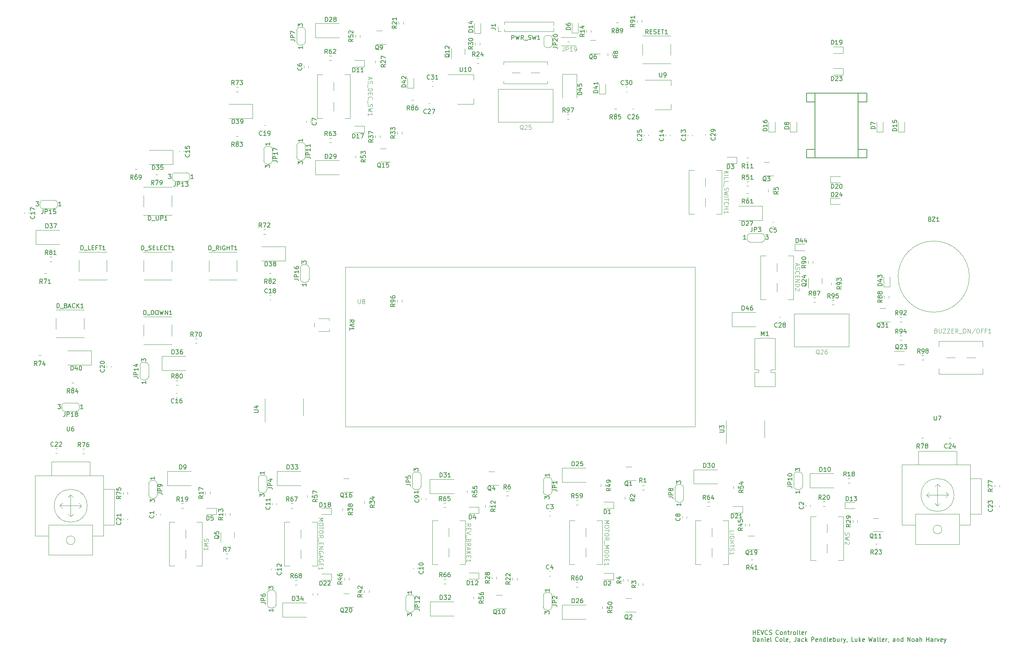
<source format=gbr>
%TF.GenerationSoftware,KiCad,Pcbnew,(7.0.0)*%
%TF.CreationDate,2023-04-25T13:09:25+01:00*%
%TF.ProjectId,controller,636f6e74-726f-46c6-9c65-722e6b696361,V1.2*%
%TF.SameCoordinates,Original*%
%TF.FileFunction,Legend,Top*%
%TF.FilePolarity,Positive*%
%FSLAX46Y46*%
G04 Gerber Fmt 4.6, Leading zero omitted, Abs format (unit mm)*
G04 Created by KiCad (PCBNEW (7.0.0)) date 2023-04-25 13:09:25*
%MOMM*%
%LPD*%
G01*
G04 APERTURE LIST*
%ADD10C,0.150000*%
%ADD11C,0.100000*%
%ADD12C,0.120000*%
G04 APERTURE END LIST*
D10*
X225400000Y-36300000D02*
X227400000Y-36300000D01*
X213400000Y-49300000D02*
X215400000Y-49300000D01*
X225400000Y-51300000D02*
X225400000Y-36300000D01*
X213400000Y-36300000D02*
X213400000Y-38300000D01*
X215400000Y-36300000D02*
X215400000Y-51300000D01*
X227400000Y-36300000D02*
X227400000Y-38300000D01*
X225400000Y-51300000D02*
X227400000Y-51300000D01*
X213400000Y-51300000D02*
X213400000Y-49300000D01*
X213400000Y-38300000D02*
X215400000Y-38300000D01*
X225400000Y-36300000D02*
X215400000Y-36300000D01*
X227400000Y-38300000D02*
X225400000Y-38300000D01*
X227400000Y-51300000D02*
X227400000Y-49300000D01*
X227400000Y-49300000D02*
X225400000Y-49300000D01*
X215400000Y-36300000D02*
X213400000Y-36300000D01*
X215400000Y-51300000D02*
X213400000Y-51300000D01*
X215400000Y-51300000D02*
X225400000Y-51300000D01*
X201038095Y-161762380D02*
X201038095Y-160762380D01*
X201038095Y-161238571D02*
X201609523Y-161238571D01*
X201609523Y-161762380D02*
X201609523Y-160762380D01*
X202085714Y-161238571D02*
X202419047Y-161238571D01*
X202561904Y-161762380D02*
X202085714Y-161762380D01*
X202085714Y-161762380D02*
X202085714Y-160762380D01*
X202085714Y-160762380D02*
X202561904Y-160762380D01*
X202847619Y-160762380D02*
X203180952Y-161762380D01*
X203180952Y-161762380D02*
X203514285Y-160762380D01*
X204419047Y-161667142D02*
X204371428Y-161714761D01*
X204371428Y-161714761D02*
X204228571Y-161762380D01*
X204228571Y-161762380D02*
X204133333Y-161762380D01*
X204133333Y-161762380D02*
X203990476Y-161714761D01*
X203990476Y-161714761D02*
X203895238Y-161619523D01*
X203895238Y-161619523D02*
X203847619Y-161524285D01*
X203847619Y-161524285D02*
X203800000Y-161333809D01*
X203800000Y-161333809D02*
X203800000Y-161190952D01*
X203800000Y-161190952D02*
X203847619Y-161000476D01*
X203847619Y-161000476D02*
X203895238Y-160905238D01*
X203895238Y-160905238D02*
X203990476Y-160810000D01*
X203990476Y-160810000D02*
X204133333Y-160762380D01*
X204133333Y-160762380D02*
X204228571Y-160762380D01*
X204228571Y-160762380D02*
X204371428Y-160810000D01*
X204371428Y-160810000D02*
X204419047Y-160857619D01*
X204800000Y-161714761D02*
X204942857Y-161762380D01*
X204942857Y-161762380D02*
X205180952Y-161762380D01*
X205180952Y-161762380D02*
X205276190Y-161714761D01*
X205276190Y-161714761D02*
X205323809Y-161667142D01*
X205323809Y-161667142D02*
X205371428Y-161571904D01*
X205371428Y-161571904D02*
X205371428Y-161476666D01*
X205371428Y-161476666D02*
X205323809Y-161381428D01*
X205323809Y-161381428D02*
X205276190Y-161333809D01*
X205276190Y-161333809D02*
X205180952Y-161286190D01*
X205180952Y-161286190D02*
X204990476Y-161238571D01*
X204990476Y-161238571D02*
X204895238Y-161190952D01*
X204895238Y-161190952D02*
X204847619Y-161143333D01*
X204847619Y-161143333D02*
X204800000Y-161048095D01*
X204800000Y-161048095D02*
X204800000Y-160952857D01*
X204800000Y-160952857D02*
X204847619Y-160857619D01*
X204847619Y-160857619D02*
X204895238Y-160810000D01*
X204895238Y-160810000D02*
X204990476Y-160762380D01*
X204990476Y-160762380D02*
X205228571Y-160762380D01*
X205228571Y-160762380D02*
X205371428Y-160810000D01*
X206971428Y-161667142D02*
X206923809Y-161714761D01*
X206923809Y-161714761D02*
X206780952Y-161762380D01*
X206780952Y-161762380D02*
X206685714Y-161762380D01*
X206685714Y-161762380D02*
X206542857Y-161714761D01*
X206542857Y-161714761D02*
X206447619Y-161619523D01*
X206447619Y-161619523D02*
X206400000Y-161524285D01*
X206400000Y-161524285D02*
X206352381Y-161333809D01*
X206352381Y-161333809D02*
X206352381Y-161190952D01*
X206352381Y-161190952D02*
X206400000Y-161000476D01*
X206400000Y-161000476D02*
X206447619Y-160905238D01*
X206447619Y-160905238D02*
X206542857Y-160810000D01*
X206542857Y-160810000D02*
X206685714Y-160762380D01*
X206685714Y-160762380D02*
X206780952Y-160762380D01*
X206780952Y-160762380D02*
X206923809Y-160810000D01*
X206923809Y-160810000D02*
X206971428Y-160857619D01*
X207542857Y-161762380D02*
X207447619Y-161714761D01*
X207447619Y-161714761D02*
X207400000Y-161667142D01*
X207400000Y-161667142D02*
X207352381Y-161571904D01*
X207352381Y-161571904D02*
X207352381Y-161286190D01*
X207352381Y-161286190D02*
X207400000Y-161190952D01*
X207400000Y-161190952D02*
X207447619Y-161143333D01*
X207447619Y-161143333D02*
X207542857Y-161095714D01*
X207542857Y-161095714D02*
X207685714Y-161095714D01*
X207685714Y-161095714D02*
X207780952Y-161143333D01*
X207780952Y-161143333D02*
X207828571Y-161190952D01*
X207828571Y-161190952D02*
X207876190Y-161286190D01*
X207876190Y-161286190D02*
X207876190Y-161571904D01*
X207876190Y-161571904D02*
X207828571Y-161667142D01*
X207828571Y-161667142D02*
X207780952Y-161714761D01*
X207780952Y-161714761D02*
X207685714Y-161762380D01*
X207685714Y-161762380D02*
X207542857Y-161762380D01*
X208304762Y-161095714D02*
X208304762Y-161762380D01*
X208304762Y-161190952D02*
X208352381Y-161143333D01*
X208352381Y-161143333D02*
X208447619Y-161095714D01*
X208447619Y-161095714D02*
X208590476Y-161095714D01*
X208590476Y-161095714D02*
X208685714Y-161143333D01*
X208685714Y-161143333D02*
X208733333Y-161238571D01*
X208733333Y-161238571D02*
X208733333Y-161762380D01*
X209066667Y-161095714D02*
X209447619Y-161095714D01*
X209209524Y-160762380D02*
X209209524Y-161619523D01*
X209209524Y-161619523D02*
X209257143Y-161714761D01*
X209257143Y-161714761D02*
X209352381Y-161762380D01*
X209352381Y-161762380D02*
X209447619Y-161762380D01*
X209780953Y-161762380D02*
X209780953Y-161095714D01*
X209780953Y-161286190D02*
X209828572Y-161190952D01*
X209828572Y-161190952D02*
X209876191Y-161143333D01*
X209876191Y-161143333D02*
X209971429Y-161095714D01*
X209971429Y-161095714D02*
X210066667Y-161095714D01*
X210542858Y-161762380D02*
X210447620Y-161714761D01*
X210447620Y-161714761D02*
X210400001Y-161667142D01*
X210400001Y-161667142D02*
X210352382Y-161571904D01*
X210352382Y-161571904D02*
X210352382Y-161286190D01*
X210352382Y-161286190D02*
X210400001Y-161190952D01*
X210400001Y-161190952D02*
X210447620Y-161143333D01*
X210447620Y-161143333D02*
X210542858Y-161095714D01*
X210542858Y-161095714D02*
X210685715Y-161095714D01*
X210685715Y-161095714D02*
X210780953Y-161143333D01*
X210780953Y-161143333D02*
X210828572Y-161190952D01*
X210828572Y-161190952D02*
X210876191Y-161286190D01*
X210876191Y-161286190D02*
X210876191Y-161571904D01*
X210876191Y-161571904D02*
X210828572Y-161667142D01*
X210828572Y-161667142D02*
X210780953Y-161714761D01*
X210780953Y-161714761D02*
X210685715Y-161762380D01*
X210685715Y-161762380D02*
X210542858Y-161762380D01*
X211447620Y-161762380D02*
X211352382Y-161714761D01*
X211352382Y-161714761D02*
X211304763Y-161619523D01*
X211304763Y-161619523D02*
X211304763Y-160762380D01*
X211971430Y-161762380D02*
X211876192Y-161714761D01*
X211876192Y-161714761D02*
X211828573Y-161619523D01*
X211828573Y-161619523D02*
X211828573Y-160762380D01*
X212733335Y-161714761D02*
X212638097Y-161762380D01*
X212638097Y-161762380D02*
X212447621Y-161762380D01*
X212447621Y-161762380D02*
X212352383Y-161714761D01*
X212352383Y-161714761D02*
X212304764Y-161619523D01*
X212304764Y-161619523D02*
X212304764Y-161238571D01*
X212304764Y-161238571D02*
X212352383Y-161143333D01*
X212352383Y-161143333D02*
X212447621Y-161095714D01*
X212447621Y-161095714D02*
X212638097Y-161095714D01*
X212638097Y-161095714D02*
X212733335Y-161143333D01*
X212733335Y-161143333D02*
X212780954Y-161238571D01*
X212780954Y-161238571D02*
X212780954Y-161333809D01*
X212780954Y-161333809D02*
X212304764Y-161429047D01*
X213209526Y-161762380D02*
X213209526Y-161095714D01*
X213209526Y-161286190D02*
X213257145Y-161190952D01*
X213257145Y-161190952D02*
X213304764Y-161143333D01*
X213304764Y-161143333D02*
X213400002Y-161095714D01*
X213400002Y-161095714D02*
X213495240Y-161095714D01*
X201038095Y-163382380D02*
X201038095Y-162382380D01*
X201038095Y-162382380D02*
X201276190Y-162382380D01*
X201276190Y-162382380D02*
X201419047Y-162430000D01*
X201419047Y-162430000D02*
X201514285Y-162525238D01*
X201514285Y-162525238D02*
X201561904Y-162620476D01*
X201561904Y-162620476D02*
X201609523Y-162810952D01*
X201609523Y-162810952D02*
X201609523Y-162953809D01*
X201609523Y-162953809D02*
X201561904Y-163144285D01*
X201561904Y-163144285D02*
X201514285Y-163239523D01*
X201514285Y-163239523D02*
X201419047Y-163334761D01*
X201419047Y-163334761D02*
X201276190Y-163382380D01*
X201276190Y-163382380D02*
X201038095Y-163382380D01*
X202466666Y-163382380D02*
X202466666Y-162858571D01*
X202466666Y-162858571D02*
X202419047Y-162763333D01*
X202419047Y-162763333D02*
X202323809Y-162715714D01*
X202323809Y-162715714D02*
X202133333Y-162715714D01*
X202133333Y-162715714D02*
X202038095Y-162763333D01*
X202466666Y-163334761D02*
X202371428Y-163382380D01*
X202371428Y-163382380D02*
X202133333Y-163382380D01*
X202133333Y-163382380D02*
X202038095Y-163334761D01*
X202038095Y-163334761D02*
X201990476Y-163239523D01*
X201990476Y-163239523D02*
X201990476Y-163144285D01*
X201990476Y-163144285D02*
X202038095Y-163049047D01*
X202038095Y-163049047D02*
X202133333Y-163001428D01*
X202133333Y-163001428D02*
X202371428Y-163001428D01*
X202371428Y-163001428D02*
X202466666Y-162953809D01*
X202942857Y-162715714D02*
X202942857Y-163382380D01*
X202942857Y-162810952D02*
X202990476Y-162763333D01*
X202990476Y-162763333D02*
X203085714Y-162715714D01*
X203085714Y-162715714D02*
X203228571Y-162715714D01*
X203228571Y-162715714D02*
X203323809Y-162763333D01*
X203323809Y-162763333D02*
X203371428Y-162858571D01*
X203371428Y-162858571D02*
X203371428Y-163382380D01*
X203847619Y-163382380D02*
X203847619Y-162715714D01*
X203847619Y-162382380D02*
X203800000Y-162430000D01*
X203800000Y-162430000D02*
X203847619Y-162477619D01*
X203847619Y-162477619D02*
X203895238Y-162430000D01*
X203895238Y-162430000D02*
X203847619Y-162382380D01*
X203847619Y-162382380D02*
X203847619Y-162477619D01*
X204704761Y-163334761D02*
X204609523Y-163382380D01*
X204609523Y-163382380D02*
X204419047Y-163382380D01*
X204419047Y-163382380D02*
X204323809Y-163334761D01*
X204323809Y-163334761D02*
X204276190Y-163239523D01*
X204276190Y-163239523D02*
X204276190Y-162858571D01*
X204276190Y-162858571D02*
X204323809Y-162763333D01*
X204323809Y-162763333D02*
X204419047Y-162715714D01*
X204419047Y-162715714D02*
X204609523Y-162715714D01*
X204609523Y-162715714D02*
X204704761Y-162763333D01*
X204704761Y-162763333D02*
X204752380Y-162858571D01*
X204752380Y-162858571D02*
X204752380Y-162953809D01*
X204752380Y-162953809D02*
X204276190Y-163049047D01*
X205323809Y-163382380D02*
X205228571Y-163334761D01*
X205228571Y-163334761D02*
X205180952Y-163239523D01*
X205180952Y-163239523D02*
X205180952Y-162382380D01*
X206876190Y-163287142D02*
X206828571Y-163334761D01*
X206828571Y-163334761D02*
X206685714Y-163382380D01*
X206685714Y-163382380D02*
X206590476Y-163382380D01*
X206590476Y-163382380D02*
X206447619Y-163334761D01*
X206447619Y-163334761D02*
X206352381Y-163239523D01*
X206352381Y-163239523D02*
X206304762Y-163144285D01*
X206304762Y-163144285D02*
X206257143Y-162953809D01*
X206257143Y-162953809D02*
X206257143Y-162810952D01*
X206257143Y-162810952D02*
X206304762Y-162620476D01*
X206304762Y-162620476D02*
X206352381Y-162525238D01*
X206352381Y-162525238D02*
X206447619Y-162430000D01*
X206447619Y-162430000D02*
X206590476Y-162382380D01*
X206590476Y-162382380D02*
X206685714Y-162382380D01*
X206685714Y-162382380D02*
X206828571Y-162430000D01*
X206828571Y-162430000D02*
X206876190Y-162477619D01*
X207447619Y-163382380D02*
X207352381Y-163334761D01*
X207352381Y-163334761D02*
X207304762Y-163287142D01*
X207304762Y-163287142D02*
X207257143Y-163191904D01*
X207257143Y-163191904D02*
X207257143Y-162906190D01*
X207257143Y-162906190D02*
X207304762Y-162810952D01*
X207304762Y-162810952D02*
X207352381Y-162763333D01*
X207352381Y-162763333D02*
X207447619Y-162715714D01*
X207447619Y-162715714D02*
X207590476Y-162715714D01*
X207590476Y-162715714D02*
X207685714Y-162763333D01*
X207685714Y-162763333D02*
X207733333Y-162810952D01*
X207733333Y-162810952D02*
X207780952Y-162906190D01*
X207780952Y-162906190D02*
X207780952Y-163191904D01*
X207780952Y-163191904D02*
X207733333Y-163287142D01*
X207733333Y-163287142D02*
X207685714Y-163334761D01*
X207685714Y-163334761D02*
X207590476Y-163382380D01*
X207590476Y-163382380D02*
X207447619Y-163382380D01*
X208352381Y-163382380D02*
X208257143Y-163334761D01*
X208257143Y-163334761D02*
X208209524Y-163239523D01*
X208209524Y-163239523D02*
X208209524Y-162382380D01*
X209114286Y-163334761D02*
X209019048Y-163382380D01*
X209019048Y-163382380D02*
X208828572Y-163382380D01*
X208828572Y-163382380D02*
X208733334Y-163334761D01*
X208733334Y-163334761D02*
X208685715Y-163239523D01*
X208685715Y-163239523D02*
X208685715Y-162858571D01*
X208685715Y-162858571D02*
X208733334Y-162763333D01*
X208733334Y-162763333D02*
X208828572Y-162715714D01*
X208828572Y-162715714D02*
X209019048Y-162715714D01*
X209019048Y-162715714D02*
X209114286Y-162763333D01*
X209114286Y-162763333D02*
X209161905Y-162858571D01*
X209161905Y-162858571D02*
X209161905Y-162953809D01*
X209161905Y-162953809D02*
X208685715Y-163049047D01*
X209638096Y-163334761D02*
X209638096Y-163382380D01*
X209638096Y-163382380D02*
X209590477Y-163477619D01*
X209590477Y-163477619D02*
X209542858Y-163525238D01*
X210952381Y-162382380D02*
X210952381Y-163096666D01*
X210952381Y-163096666D02*
X210904762Y-163239523D01*
X210904762Y-163239523D02*
X210809524Y-163334761D01*
X210809524Y-163334761D02*
X210666667Y-163382380D01*
X210666667Y-163382380D02*
X210571429Y-163382380D01*
X211857143Y-163382380D02*
X211857143Y-162858571D01*
X211857143Y-162858571D02*
X211809524Y-162763333D01*
X211809524Y-162763333D02*
X211714286Y-162715714D01*
X211714286Y-162715714D02*
X211523810Y-162715714D01*
X211523810Y-162715714D02*
X211428572Y-162763333D01*
X211857143Y-163334761D02*
X211761905Y-163382380D01*
X211761905Y-163382380D02*
X211523810Y-163382380D01*
X211523810Y-163382380D02*
X211428572Y-163334761D01*
X211428572Y-163334761D02*
X211380953Y-163239523D01*
X211380953Y-163239523D02*
X211380953Y-163144285D01*
X211380953Y-163144285D02*
X211428572Y-163049047D01*
X211428572Y-163049047D02*
X211523810Y-163001428D01*
X211523810Y-163001428D02*
X211761905Y-163001428D01*
X211761905Y-163001428D02*
X211857143Y-162953809D01*
X212761905Y-163334761D02*
X212666667Y-163382380D01*
X212666667Y-163382380D02*
X212476191Y-163382380D01*
X212476191Y-163382380D02*
X212380953Y-163334761D01*
X212380953Y-163334761D02*
X212333334Y-163287142D01*
X212333334Y-163287142D02*
X212285715Y-163191904D01*
X212285715Y-163191904D02*
X212285715Y-162906190D01*
X212285715Y-162906190D02*
X212333334Y-162810952D01*
X212333334Y-162810952D02*
X212380953Y-162763333D01*
X212380953Y-162763333D02*
X212476191Y-162715714D01*
X212476191Y-162715714D02*
X212666667Y-162715714D01*
X212666667Y-162715714D02*
X212761905Y-162763333D01*
X213190477Y-163382380D02*
X213190477Y-162382380D01*
X213285715Y-163001428D02*
X213571429Y-163382380D01*
X213571429Y-162715714D02*
X213190477Y-163096666D01*
X214600001Y-163382380D02*
X214600001Y-162382380D01*
X214600001Y-162382380D02*
X214980953Y-162382380D01*
X214980953Y-162382380D02*
X215076191Y-162430000D01*
X215076191Y-162430000D02*
X215123810Y-162477619D01*
X215123810Y-162477619D02*
X215171429Y-162572857D01*
X215171429Y-162572857D02*
X215171429Y-162715714D01*
X215171429Y-162715714D02*
X215123810Y-162810952D01*
X215123810Y-162810952D02*
X215076191Y-162858571D01*
X215076191Y-162858571D02*
X214980953Y-162906190D01*
X214980953Y-162906190D02*
X214600001Y-162906190D01*
X215980953Y-163334761D02*
X215885715Y-163382380D01*
X215885715Y-163382380D02*
X215695239Y-163382380D01*
X215695239Y-163382380D02*
X215600001Y-163334761D01*
X215600001Y-163334761D02*
X215552382Y-163239523D01*
X215552382Y-163239523D02*
X215552382Y-162858571D01*
X215552382Y-162858571D02*
X215600001Y-162763333D01*
X215600001Y-162763333D02*
X215695239Y-162715714D01*
X215695239Y-162715714D02*
X215885715Y-162715714D01*
X215885715Y-162715714D02*
X215980953Y-162763333D01*
X215980953Y-162763333D02*
X216028572Y-162858571D01*
X216028572Y-162858571D02*
X216028572Y-162953809D01*
X216028572Y-162953809D02*
X215552382Y-163049047D01*
X216457144Y-162715714D02*
X216457144Y-163382380D01*
X216457144Y-162810952D02*
X216504763Y-162763333D01*
X216504763Y-162763333D02*
X216600001Y-162715714D01*
X216600001Y-162715714D02*
X216742858Y-162715714D01*
X216742858Y-162715714D02*
X216838096Y-162763333D01*
X216838096Y-162763333D02*
X216885715Y-162858571D01*
X216885715Y-162858571D02*
X216885715Y-163382380D01*
X217790477Y-163382380D02*
X217790477Y-162382380D01*
X217790477Y-163334761D02*
X217695239Y-163382380D01*
X217695239Y-163382380D02*
X217504763Y-163382380D01*
X217504763Y-163382380D02*
X217409525Y-163334761D01*
X217409525Y-163334761D02*
X217361906Y-163287142D01*
X217361906Y-163287142D02*
X217314287Y-163191904D01*
X217314287Y-163191904D02*
X217314287Y-162906190D01*
X217314287Y-162906190D02*
X217361906Y-162810952D01*
X217361906Y-162810952D02*
X217409525Y-162763333D01*
X217409525Y-162763333D02*
X217504763Y-162715714D01*
X217504763Y-162715714D02*
X217695239Y-162715714D01*
X217695239Y-162715714D02*
X217790477Y-162763333D01*
X218409525Y-163382380D02*
X218314287Y-163334761D01*
X218314287Y-163334761D02*
X218266668Y-163239523D01*
X218266668Y-163239523D02*
X218266668Y-162382380D01*
X219171430Y-163334761D02*
X219076192Y-163382380D01*
X219076192Y-163382380D02*
X218885716Y-163382380D01*
X218885716Y-163382380D02*
X218790478Y-163334761D01*
X218790478Y-163334761D02*
X218742859Y-163239523D01*
X218742859Y-163239523D02*
X218742859Y-162858571D01*
X218742859Y-162858571D02*
X218790478Y-162763333D01*
X218790478Y-162763333D02*
X218885716Y-162715714D01*
X218885716Y-162715714D02*
X219076192Y-162715714D01*
X219076192Y-162715714D02*
X219171430Y-162763333D01*
X219171430Y-162763333D02*
X219219049Y-162858571D01*
X219219049Y-162858571D02*
X219219049Y-162953809D01*
X219219049Y-162953809D02*
X218742859Y-163049047D01*
X219647621Y-163382380D02*
X219647621Y-162382380D01*
X219647621Y-162763333D02*
X219742859Y-162715714D01*
X219742859Y-162715714D02*
X219933335Y-162715714D01*
X219933335Y-162715714D02*
X220028573Y-162763333D01*
X220028573Y-162763333D02*
X220076192Y-162810952D01*
X220076192Y-162810952D02*
X220123811Y-162906190D01*
X220123811Y-162906190D02*
X220123811Y-163191904D01*
X220123811Y-163191904D02*
X220076192Y-163287142D01*
X220076192Y-163287142D02*
X220028573Y-163334761D01*
X220028573Y-163334761D02*
X219933335Y-163382380D01*
X219933335Y-163382380D02*
X219742859Y-163382380D01*
X219742859Y-163382380D02*
X219647621Y-163334761D01*
X220980954Y-162715714D02*
X220980954Y-163382380D01*
X220552383Y-162715714D02*
X220552383Y-163239523D01*
X220552383Y-163239523D02*
X220600002Y-163334761D01*
X220600002Y-163334761D02*
X220695240Y-163382380D01*
X220695240Y-163382380D02*
X220838097Y-163382380D01*
X220838097Y-163382380D02*
X220933335Y-163334761D01*
X220933335Y-163334761D02*
X220980954Y-163287142D01*
X221457145Y-163382380D02*
X221457145Y-162715714D01*
X221457145Y-162906190D02*
X221504764Y-162810952D01*
X221504764Y-162810952D02*
X221552383Y-162763333D01*
X221552383Y-162763333D02*
X221647621Y-162715714D01*
X221647621Y-162715714D02*
X221742859Y-162715714D01*
X221980955Y-162715714D02*
X222219050Y-163382380D01*
X222457145Y-162715714D02*
X222219050Y-163382380D01*
X222219050Y-163382380D02*
X222123812Y-163620476D01*
X222123812Y-163620476D02*
X222076193Y-163668095D01*
X222076193Y-163668095D02*
X221980955Y-163715714D01*
X222885717Y-163334761D02*
X222885717Y-163382380D01*
X222885717Y-163382380D02*
X222838098Y-163477619D01*
X222838098Y-163477619D02*
X222790479Y-163525238D01*
X224390478Y-163382380D02*
X223914288Y-163382380D01*
X223914288Y-163382380D02*
X223914288Y-162382380D01*
X225152383Y-162715714D02*
X225152383Y-163382380D01*
X224723812Y-162715714D02*
X224723812Y-163239523D01*
X224723812Y-163239523D02*
X224771431Y-163334761D01*
X224771431Y-163334761D02*
X224866669Y-163382380D01*
X224866669Y-163382380D02*
X225009526Y-163382380D01*
X225009526Y-163382380D02*
X225104764Y-163334761D01*
X225104764Y-163334761D02*
X225152383Y-163287142D01*
X225628574Y-163382380D02*
X225628574Y-162382380D01*
X225723812Y-163001428D02*
X226009526Y-163382380D01*
X226009526Y-162715714D02*
X225628574Y-163096666D01*
X226819050Y-163334761D02*
X226723812Y-163382380D01*
X226723812Y-163382380D02*
X226533336Y-163382380D01*
X226533336Y-163382380D02*
X226438098Y-163334761D01*
X226438098Y-163334761D02*
X226390479Y-163239523D01*
X226390479Y-163239523D02*
X226390479Y-162858571D01*
X226390479Y-162858571D02*
X226438098Y-162763333D01*
X226438098Y-162763333D02*
X226533336Y-162715714D01*
X226533336Y-162715714D02*
X226723812Y-162715714D01*
X226723812Y-162715714D02*
X226819050Y-162763333D01*
X226819050Y-162763333D02*
X226866669Y-162858571D01*
X226866669Y-162858571D02*
X226866669Y-162953809D01*
X226866669Y-162953809D02*
X226390479Y-163049047D01*
X227800003Y-162382380D02*
X228038098Y-163382380D01*
X228038098Y-163382380D02*
X228228574Y-162668095D01*
X228228574Y-162668095D02*
X228419050Y-163382380D01*
X228419050Y-163382380D02*
X228657146Y-162382380D01*
X229466669Y-163382380D02*
X229466669Y-162858571D01*
X229466669Y-162858571D02*
X229419050Y-162763333D01*
X229419050Y-162763333D02*
X229323812Y-162715714D01*
X229323812Y-162715714D02*
X229133336Y-162715714D01*
X229133336Y-162715714D02*
X229038098Y-162763333D01*
X229466669Y-163334761D02*
X229371431Y-163382380D01*
X229371431Y-163382380D02*
X229133336Y-163382380D01*
X229133336Y-163382380D02*
X229038098Y-163334761D01*
X229038098Y-163334761D02*
X228990479Y-163239523D01*
X228990479Y-163239523D02*
X228990479Y-163144285D01*
X228990479Y-163144285D02*
X229038098Y-163049047D01*
X229038098Y-163049047D02*
X229133336Y-163001428D01*
X229133336Y-163001428D02*
X229371431Y-163001428D01*
X229371431Y-163001428D02*
X229466669Y-162953809D01*
X230085717Y-163382380D02*
X229990479Y-163334761D01*
X229990479Y-163334761D02*
X229942860Y-163239523D01*
X229942860Y-163239523D02*
X229942860Y-162382380D01*
X230609527Y-163382380D02*
X230514289Y-163334761D01*
X230514289Y-163334761D02*
X230466670Y-163239523D01*
X230466670Y-163239523D02*
X230466670Y-162382380D01*
X231371432Y-163334761D02*
X231276194Y-163382380D01*
X231276194Y-163382380D02*
X231085718Y-163382380D01*
X231085718Y-163382380D02*
X230990480Y-163334761D01*
X230990480Y-163334761D02*
X230942861Y-163239523D01*
X230942861Y-163239523D02*
X230942861Y-162858571D01*
X230942861Y-162858571D02*
X230990480Y-162763333D01*
X230990480Y-162763333D02*
X231085718Y-162715714D01*
X231085718Y-162715714D02*
X231276194Y-162715714D01*
X231276194Y-162715714D02*
X231371432Y-162763333D01*
X231371432Y-162763333D02*
X231419051Y-162858571D01*
X231419051Y-162858571D02*
X231419051Y-162953809D01*
X231419051Y-162953809D02*
X230942861Y-163049047D01*
X231847623Y-163382380D02*
X231847623Y-162715714D01*
X231847623Y-162906190D02*
X231895242Y-162810952D01*
X231895242Y-162810952D02*
X231942861Y-162763333D01*
X231942861Y-162763333D02*
X232038099Y-162715714D01*
X232038099Y-162715714D02*
X232133337Y-162715714D01*
X232514290Y-163334761D02*
X232514290Y-163382380D01*
X232514290Y-163382380D02*
X232466671Y-163477619D01*
X232466671Y-163477619D02*
X232419052Y-163525238D01*
X233971432Y-163382380D02*
X233971432Y-162858571D01*
X233971432Y-162858571D02*
X233923813Y-162763333D01*
X233923813Y-162763333D02*
X233828575Y-162715714D01*
X233828575Y-162715714D02*
X233638099Y-162715714D01*
X233638099Y-162715714D02*
X233542861Y-162763333D01*
X233971432Y-163334761D02*
X233876194Y-163382380D01*
X233876194Y-163382380D02*
X233638099Y-163382380D01*
X233638099Y-163382380D02*
X233542861Y-163334761D01*
X233542861Y-163334761D02*
X233495242Y-163239523D01*
X233495242Y-163239523D02*
X233495242Y-163144285D01*
X233495242Y-163144285D02*
X233542861Y-163049047D01*
X233542861Y-163049047D02*
X233638099Y-163001428D01*
X233638099Y-163001428D02*
X233876194Y-163001428D01*
X233876194Y-163001428D02*
X233971432Y-162953809D01*
X234447623Y-162715714D02*
X234447623Y-163382380D01*
X234447623Y-162810952D02*
X234495242Y-162763333D01*
X234495242Y-162763333D02*
X234590480Y-162715714D01*
X234590480Y-162715714D02*
X234733337Y-162715714D01*
X234733337Y-162715714D02*
X234828575Y-162763333D01*
X234828575Y-162763333D02*
X234876194Y-162858571D01*
X234876194Y-162858571D02*
X234876194Y-163382380D01*
X235780956Y-163382380D02*
X235780956Y-162382380D01*
X235780956Y-163334761D02*
X235685718Y-163382380D01*
X235685718Y-163382380D02*
X235495242Y-163382380D01*
X235495242Y-163382380D02*
X235400004Y-163334761D01*
X235400004Y-163334761D02*
X235352385Y-163287142D01*
X235352385Y-163287142D02*
X235304766Y-163191904D01*
X235304766Y-163191904D02*
X235304766Y-162906190D01*
X235304766Y-162906190D02*
X235352385Y-162810952D01*
X235352385Y-162810952D02*
X235400004Y-162763333D01*
X235400004Y-162763333D02*
X235495242Y-162715714D01*
X235495242Y-162715714D02*
X235685718Y-162715714D01*
X235685718Y-162715714D02*
X235780956Y-162763333D01*
X236857147Y-163382380D02*
X236857147Y-162382380D01*
X236857147Y-162382380D02*
X237428575Y-163382380D01*
X237428575Y-163382380D02*
X237428575Y-162382380D01*
X238047623Y-163382380D02*
X237952385Y-163334761D01*
X237952385Y-163334761D02*
X237904766Y-163287142D01*
X237904766Y-163287142D02*
X237857147Y-163191904D01*
X237857147Y-163191904D02*
X237857147Y-162906190D01*
X237857147Y-162906190D02*
X237904766Y-162810952D01*
X237904766Y-162810952D02*
X237952385Y-162763333D01*
X237952385Y-162763333D02*
X238047623Y-162715714D01*
X238047623Y-162715714D02*
X238190480Y-162715714D01*
X238190480Y-162715714D02*
X238285718Y-162763333D01*
X238285718Y-162763333D02*
X238333337Y-162810952D01*
X238333337Y-162810952D02*
X238380956Y-162906190D01*
X238380956Y-162906190D02*
X238380956Y-163191904D01*
X238380956Y-163191904D02*
X238333337Y-163287142D01*
X238333337Y-163287142D02*
X238285718Y-163334761D01*
X238285718Y-163334761D02*
X238190480Y-163382380D01*
X238190480Y-163382380D02*
X238047623Y-163382380D01*
X239238099Y-163382380D02*
X239238099Y-162858571D01*
X239238099Y-162858571D02*
X239190480Y-162763333D01*
X239190480Y-162763333D02*
X239095242Y-162715714D01*
X239095242Y-162715714D02*
X238904766Y-162715714D01*
X238904766Y-162715714D02*
X238809528Y-162763333D01*
X239238099Y-163334761D02*
X239142861Y-163382380D01*
X239142861Y-163382380D02*
X238904766Y-163382380D01*
X238904766Y-163382380D02*
X238809528Y-163334761D01*
X238809528Y-163334761D02*
X238761909Y-163239523D01*
X238761909Y-163239523D02*
X238761909Y-163144285D01*
X238761909Y-163144285D02*
X238809528Y-163049047D01*
X238809528Y-163049047D02*
X238904766Y-163001428D01*
X238904766Y-163001428D02*
X239142861Y-163001428D01*
X239142861Y-163001428D02*
X239238099Y-162953809D01*
X239714290Y-163382380D02*
X239714290Y-162382380D01*
X240142861Y-163382380D02*
X240142861Y-162858571D01*
X240142861Y-162858571D02*
X240095242Y-162763333D01*
X240095242Y-162763333D02*
X240000004Y-162715714D01*
X240000004Y-162715714D02*
X239857147Y-162715714D01*
X239857147Y-162715714D02*
X239761909Y-162763333D01*
X239761909Y-162763333D02*
X239714290Y-162810952D01*
X241219052Y-163382380D02*
X241219052Y-162382380D01*
X241219052Y-162858571D02*
X241790480Y-162858571D01*
X241790480Y-163382380D02*
X241790480Y-162382380D01*
X242695242Y-163382380D02*
X242695242Y-162858571D01*
X242695242Y-162858571D02*
X242647623Y-162763333D01*
X242647623Y-162763333D02*
X242552385Y-162715714D01*
X242552385Y-162715714D02*
X242361909Y-162715714D01*
X242361909Y-162715714D02*
X242266671Y-162763333D01*
X242695242Y-163334761D02*
X242600004Y-163382380D01*
X242600004Y-163382380D02*
X242361909Y-163382380D01*
X242361909Y-163382380D02*
X242266671Y-163334761D01*
X242266671Y-163334761D02*
X242219052Y-163239523D01*
X242219052Y-163239523D02*
X242219052Y-163144285D01*
X242219052Y-163144285D02*
X242266671Y-163049047D01*
X242266671Y-163049047D02*
X242361909Y-163001428D01*
X242361909Y-163001428D02*
X242600004Y-163001428D01*
X242600004Y-163001428D02*
X242695242Y-162953809D01*
X243171433Y-163382380D02*
X243171433Y-162715714D01*
X243171433Y-162906190D02*
X243219052Y-162810952D01*
X243219052Y-162810952D02*
X243266671Y-162763333D01*
X243266671Y-162763333D02*
X243361909Y-162715714D01*
X243361909Y-162715714D02*
X243457147Y-162715714D01*
X243695243Y-162715714D02*
X243933338Y-163382380D01*
X243933338Y-163382380D02*
X244171433Y-162715714D01*
X244933338Y-163334761D02*
X244838100Y-163382380D01*
X244838100Y-163382380D02*
X244647624Y-163382380D01*
X244647624Y-163382380D02*
X244552386Y-163334761D01*
X244552386Y-163334761D02*
X244504767Y-163239523D01*
X244504767Y-163239523D02*
X244504767Y-162858571D01*
X244504767Y-162858571D02*
X244552386Y-162763333D01*
X244552386Y-162763333D02*
X244647624Y-162715714D01*
X244647624Y-162715714D02*
X244838100Y-162715714D01*
X244838100Y-162715714D02*
X244933338Y-162763333D01*
X244933338Y-162763333D02*
X244980957Y-162858571D01*
X244980957Y-162858571D02*
X244980957Y-162953809D01*
X244980957Y-162953809D02*
X244504767Y-163049047D01*
X245314291Y-162715714D02*
X245552386Y-163382380D01*
X245790481Y-162715714D02*
X245552386Y-163382380D01*
X245552386Y-163382380D02*
X245457148Y-163620476D01*
X245457148Y-163620476D02*
X245409529Y-163668095D01*
X245409529Y-163668095D02*
X245314291Y-163715714D01*
%TO.C,C28*%
X206642142Y-90432142D02*
X206594523Y-90479761D01*
X206594523Y-90479761D02*
X206451666Y-90527380D01*
X206451666Y-90527380D02*
X206356428Y-90527380D01*
X206356428Y-90527380D02*
X206213571Y-90479761D01*
X206213571Y-90479761D02*
X206118333Y-90384523D01*
X206118333Y-90384523D02*
X206070714Y-90289285D01*
X206070714Y-90289285D02*
X206023095Y-90098809D01*
X206023095Y-90098809D02*
X206023095Y-89955952D01*
X206023095Y-89955952D02*
X206070714Y-89765476D01*
X206070714Y-89765476D02*
X206118333Y-89670238D01*
X206118333Y-89670238D02*
X206213571Y-89575000D01*
X206213571Y-89575000D02*
X206356428Y-89527380D01*
X206356428Y-89527380D02*
X206451666Y-89527380D01*
X206451666Y-89527380D02*
X206594523Y-89575000D01*
X206594523Y-89575000D02*
X206642142Y-89622619D01*
X207023095Y-89622619D02*
X207070714Y-89575000D01*
X207070714Y-89575000D02*
X207165952Y-89527380D01*
X207165952Y-89527380D02*
X207404047Y-89527380D01*
X207404047Y-89527380D02*
X207499285Y-89575000D01*
X207499285Y-89575000D02*
X207546904Y-89622619D01*
X207546904Y-89622619D02*
X207594523Y-89717857D01*
X207594523Y-89717857D02*
X207594523Y-89813095D01*
X207594523Y-89813095D02*
X207546904Y-89955952D01*
X207546904Y-89955952D02*
X206975476Y-90527380D01*
X206975476Y-90527380D02*
X207594523Y-90527380D01*
X208165952Y-89955952D02*
X208070714Y-89908333D01*
X208070714Y-89908333D02*
X208023095Y-89860714D01*
X208023095Y-89860714D02*
X207975476Y-89765476D01*
X207975476Y-89765476D02*
X207975476Y-89717857D01*
X207975476Y-89717857D02*
X208023095Y-89622619D01*
X208023095Y-89622619D02*
X208070714Y-89575000D01*
X208070714Y-89575000D02*
X208165952Y-89527380D01*
X208165952Y-89527380D02*
X208356428Y-89527380D01*
X208356428Y-89527380D02*
X208451666Y-89575000D01*
X208451666Y-89575000D02*
X208499285Y-89622619D01*
X208499285Y-89622619D02*
X208546904Y-89717857D01*
X208546904Y-89717857D02*
X208546904Y-89765476D01*
X208546904Y-89765476D02*
X208499285Y-89860714D01*
X208499285Y-89860714D02*
X208451666Y-89908333D01*
X208451666Y-89908333D02*
X208356428Y-89955952D01*
X208356428Y-89955952D02*
X208165952Y-89955952D01*
X208165952Y-89955952D02*
X208070714Y-90003571D01*
X208070714Y-90003571D02*
X208023095Y-90051190D01*
X208023095Y-90051190D02*
X207975476Y-90146428D01*
X207975476Y-90146428D02*
X207975476Y-90336904D01*
X207975476Y-90336904D02*
X208023095Y-90432142D01*
X208023095Y-90432142D02*
X208070714Y-90479761D01*
X208070714Y-90479761D02*
X208165952Y-90527380D01*
X208165952Y-90527380D02*
X208356428Y-90527380D01*
X208356428Y-90527380D02*
X208451666Y-90479761D01*
X208451666Y-90479761D02*
X208499285Y-90432142D01*
X208499285Y-90432142D02*
X208546904Y-90336904D01*
X208546904Y-90336904D02*
X208546904Y-90146428D01*
X208546904Y-90146428D02*
X208499285Y-90051190D01*
X208499285Y-90051190D02*
X208451666Y-90003571D01*
X208451666Y-90003571D02*
X208356428Y-89955952D01*
%TO.C,R23*%
X228932142Y-143097380D02*
X228598809Y-142621190D01*
X228360714Y-143097380D02*
X228360714Y-142097380D01*
X228360714Y-142097380D02*
X228741666Y-142097380D01*
X228741666Y-142097380D02*
X228836904Y-142145000D01*
X228836904Y-142145000D02*
X228884523Y-142192619D01*
X228884523Y-142192619D02*
X228932142Y-142287857D01*
X228932142Y-142287857D02*
X228932142Y-142430714D01*
X228932142Y-142430714D02*
X228884523Y-142525952D01*
X228884523Y-142525952D02*
X228836904Y-142573571D01*
X228836904Y-142573571D02*
X228741666Y-142621190D01*
X228741666Y-142621190D02*
X228360714Y-142621190D01*
X229313095Y-142192619D02*
X229360714Y-142145000D01*
X229360714Y-142145000D02*
X229455952Y-142097380D01*
X229455952Y-142097380D02*
X229694047Y-142097380D01*
X229694047Y-142097380D02*
X229789285Y-142145000D01*
X229789285Y-142145000D02*
X229836904Y-142192619D01*
X229836904Y-142192619D02*
X229884523Y-142287857D01*
X229884523Y-142287857D02*
X229884523Y-142383095D01*
X229884523Y-142383095D02*
X229836904Y-142525952D01*
X229836904Y-142525952D02*
X229265476Y-143097380D01*
X229265476Y-143097380D02*
X229884523Y-143097380D01*
X230217857Y-142097380D02*
X230836904Y-142097380D01*
X230836904Y-142097380D02*
X230503571Y-142478333D01*
X230503571Y-142478333D02*
X230646428Y-142478333D01*
X230646428Y-142478333D02*
X230741666Y-142525952D01*
X230741666Y-142525952D02*
X230789285Y-142573571D01*
X230789285Y-142573571D02*
X230836904Y-142668809D01*
X230836904Y-142668809D02*
X230836904Y-142906904D01*
X230836904Y-142906904D02*
X230789285Y-143002142D01*
X230789285Y-143002142D02*
X230741666Y-143049761D01*
X230741666Y-143049761D02*
X230646428Y-143097380D01*
X230646428Y-143097380D02*
X230360714Y-143097380D01*
X230360714Y-143097380D02*
X230265476Y-143049761D01*
X230265476Y-143049761D02*
X230217857Y-143002142D01*
%TO.C,JP17*%
X89847380Y-51939523D02*
X90561666Y-51939523D01*
X90561666Y-51939523D02*
X90704523Y-51987142D01*
X90704523Y-51987142D02*
X90799761Y-52082380D01*
X90799761Y-52082380D02*
X90847380Y-52225237D01*
X90847380Y-52225237D02*
X90847380Y-52320475D01*
X90847380Y-51463332D02*
X89847380Y-51463332D01*
X89847380Y-51463332D02*
X89847380Y-51082380D01*
X89847380Y-51082380D02*
X89895000Y-50987142D01*
X89895000Y-50987142D02*
X89942619Y-50939523D01*
X89942619Y-50939523D02*
X90037857Y-50891904D01*
X90037857Y-50891904D02*
X90180714Y-50891904D01*
X90180714Y-50891904D02*
X90275952Y-50939523D01*
X90275952Y-50939523D02*
X90323571Y-50987142D01*
X90323571Y-50987142D02*
X90371190Y-51082380D01*
X90371190Y-51082380D02*
X90371190Y-51463332D01*
X90847380Y-49939523D02*
X90847380Y-50510951D01*
X90847380Y-50225237D02*
X89847380Y-50225237D01*
X89847380Y-50225237D02*
X89990238Y-50320475D01*
X89990238Y-50320475D02*
X90085476Y-50415713D01*
X90085476Y-50415713D02*
X90133095Y-50510951D01*
X89847380Y-49606189D02*
X89847380Y-48939523D01*
X89847380Y-48939523D02*
X90847380Y-49368094D01*
X89047380Y-47744285D02*
X89047380Y-48315713D01*
X89047380Y-48029999D02*
X88047380Y-48029999D01*
X88047380Y-48029999D02*
X88190238Y-48125237D01*
X88190238Y-48125237D02*
X88285476Y-48220475D01*
X88285476Y-48220475D02*
X88333095Y-48315713D01*
X88047380Y-53563332D02*
X88047380Y-52944285D01*
X88047380Y-52944285D02*
X88428333Y-53277618D01*
X88428333Y-53277618D02*
X88428333Y-53134761D01*
X88428333Y-53134761D02*
X88475952Y-53039523D01*
X88475952Y-53039523D02*
X88523571Y-52991904D01*
X88523571Y-52991904D02*
X88618809Y-52944285D01*
X88618809Y-52944285D02*
X88856904Y-52944285D01*
X88856904Y-52944285D02*
X88952142Y-52991904D01*
X88952142Y-52991904D02*
X88999761Y-53039523D01*
X88999761Y-53039523D02*
X89047380Y-53134761D01*
X89047380Y-53134761D02*
X89047380Y-53420475D01*
X89047380Y-53420475D02*
X88999761Y-53515713D01*
X88999761Y-53515713D02*
X88952142Y-53563332D01*
%TO.C,JP3*%
X200866666Y-67367380D02*
X200866666Y-68081666D01*
X200866666Y-68081666D02*
X200819047Y-68224523D01*
X200819047Y-68224523D02*
X200723809Y-68319761D01*
X200723809Y-68319761D02*
X200580952Y-68367380D01*
X200580952Y-68367380D02*
X200485714Y-68367380D01*
X201342857Y-68367380D02*
X201342857Y-67367380D01*
X201342857Y-67367380D02*
X201723809Y-67367380D01*
X201723809Y-67367380D02*
X201819047Y-67415000D01*
X201819047Y-67415000D02*
X201866666Y-67462619D01*
X201866666Y-67462619D02*
X201914285Y-67557857D01*
X201914285Y-67557857D02*
X201914285Y-67700714D01*
X201914285Y-67700714D02*
X201866666Y-67795952D01*
X201866666Y-67795952D02*
X201819047Y-67843571D01*
X201819047Y-67843571D02*
X201723809Y-67891190D01*
X201723809Y-67891190D02*
X201342857Y-67891190D01*
X202247619Y-67367380D02*
X202866666Y-67367380D01*
X202866666Y-67367380D02*
X202533333Y-67748333D01*
X202533333Y-67748333D02*
X202676190Y-67748333D01*
X202676190Y-67748333D02*
X202771428Y-67795952D01*
X202771428Y-67795952D02*
X202819047Y-67843571D01*
X202819047Y-67843571D02*
X202866666Y-67938809D01*
X202866666Y-67938809D02*
X202866666Y-68176904D01*
X202866666Y-68176904D02*
X202819047Y-68272142D01*
X202819047Y-68272142D02*
X202771428Y-68319761D01*
X202771428Y-68319761D02*
X202676190Y-68367380D01*
X202676190Y-68367380D02*
X202390476Y-68367380D01*
X202390476Y-68367380D02*
X202295238Y-68319761D01*
X202295238Y-68319761D02*
X202247619Y-68272142D01*
X203966667Y-69167380D02*
X204585714Y-69167380D01*
X204585714Y-69167380D02*
X204252381Y-69548333D01*
X204252381Y-69548333D02*
X204395238Y-69548333D01*
X204395238Y-69548333D02*
X204490476Y-69595952D01*
X204490476Y-69595952D02*
X204538095Y-69643571D01*
X204538095Y-69643571D02*
X204585714Y-69738809D01*
X204585714Y-69738809D02*
X204585714Y-69976904D01*
X204585714Y-69976904D02*
X204538095Y-70072142D01*
X204538095Y-70072142D02*
X204490476Y-70119761D01*
X204490476Y-70119761D02*
X204395238Y-70167380D01*
X204395238Y-70167380D02*
X204109524Y-70167380D01*
X204109524Y-70167380D02*
X204014286Y-70119761D01*
X204014286Y-70119761D02*
X203966667Y-70072142D01*
X199385714Y-70167380D02*
X198814286Y-70167380D01*
X199100000Y-70167380D02*
X199100000Y-69167380D01*
X199100000Y-69167380D02*
X199004762Y-69310238D01*
X199004762Y-69310238D02*
X198909524Y-69405476D01*
X198909524Y-69405476D02*
X198814286Y-69453095D01*
%TO.C,R12*%
X141297380Y-132667857D02*
X140821190Y-133001190D01*
X141297380Y-133239285D02*
X140297380Y-133239285D01*
X140297380Y-133239285D02*
X140297380Y-132858333D01*
X140297380Y-132858333D02*
X140345000Y-132763095D01*
X140345000Y-132763095D02*
X140392619Y-132715476D01*
X140392619Y-132715476D02*
X140487857Y-132667857D01*
X140487857Y-132667857D02*
X140630714Y-132667857D01*
X140630714Y-132667857D02*
X140725952Y-132715476D01*
X140725952Y-132715476D02*
X140773571Y-132763095D01*
X140773571Y-132763095D02*
X140821190Y-132858333D01*
X140821190Y-132858333D02*
X140821190Y-133239285D01*
X141297380Y-131715476D02*
X141297380Y-132286904D01*
X141297380Y-132001190D02*
X140297380Y-132001190D01*
X140297380Y-132001190D02*
X140440238Y-132096428D01*
X140440238Y-132096428D02*
X140535476Y-132191666D01*
X140535476Y-132191666D02*
X140583095Y-132286904D01*
X140392619Y-131334523D02*
X140345000Y-131286904D01*
X140345000Y-131286904D02*
X140297380Y-131191666D01*
X140297380Y-131191666D02*
X140297380Y-130953571D01*
X140297380Y-130953571D02*
X140345000Y-130858333D01*
X140345000Y-130858333D02*
X140392619Y-130810714D01*
X140392619Y-130810714D02*
X140487857Y-130763095D01*
X140487857Y-130763095D02*
X140583095Y-130763095D01*
X140583095Y-130763095D02*
X140725952Y-130810714D01*
X140725952Y-130810714D02*
X141297380Y-131382142D01*
X141297380Y-131382142D02*
X141297380Y-130763095D01*
%TO.C,JP5*%
X120667380Y-126933333D02*
X121381666Y-126933333D01*
X121381666Y-126933333D02*
X121524523Y-126980952D01*
X121524523Y-126980952D02*
X121619761Y-127076190D01*
X121619761Y-127076190D02*
X121667380Y-127219047D01*
X121667380Y-127219047D02*
X121667380Y-127314285D01*
X121667380Y-126457142D02*
X120667380Y-126457142D01*
X120667380Y-126457142D02*
X120667380Y-126076190D01*
X120667380Y-126076190D02*
X120715000Y-125980952D01*
X120715000Y-125980952D02*
X120762619Y-125933333D01*
X120762619Y-125933333D02*
X120857857Y-125885714D01*
X120857857Y-125885714D02*
X121000714Y-125885714D01*
X121000714Y-125885714D02*
X121095952Y-125933333D01*
X121095952Y-125933333D02*
X121143571Y-125980952D01*
X121143571Y-125980952D02*
X121191190Y-126076190D01*
X121191190Y-126076190D02*
X121191190Y-126457142D01*
X120667380Y-124980952D02*
X120667380Y-125457142D01*
X120667380Y-125457142D02*
X121143571Y-125504761D01*
X121143571Y-125504761D02*
X121095952Y-125457142D01*
X121095952Y-125457142D02*
X121048333Y-125361904D01*
X121048333Y-125361904D02*
X121048333Y-125123809D01*
X121048333Y-125123809D02*
X121095952Y-125028571D01*
X121095952Y-125028571D02*
X121143571Y-124980952D01*
X121143571Y-124980952D02*
X121238809Y-124933333D01*
X121238809Y-124933333D02*
X121476904Y-124933333D01*
X121476904Y-124933333D02*
X121572142Y-124980952D01*
X121572142Y-124980952D02*
X121619761Y-125028571D01*
X121619761Y-125028571D02*
X121667380Y-125123809D01*
X121667380Y-125123809D02*
X121667380Y-125361904D01*
X121667380Y-125361904D02*
X121619761Y-125457142D01*
X121619761Y-125457142D02*
X121572142Y-125504761D01*
X122467380Y-123833332D02*
X122467380Y-123214285D01*
X122467380Y-123214285D02*
X122848333Y-123547618D01*
X122848333Y-123547618D02*
X122848333Y-123404761D01*
X122848333Y-123404761D02*
X122895952Y-123309523D01*
X122895952Y-123309523D02*
X122943571Y-123261904D01*
X122943571Y-123261904D02*
X123038809Y-123214285D01*
X123038809Y-123214285D02*
X123276904Y-123214285D01*
X123276904Y-123214285D02*
X123372142Y-123261904D01*
X123372142Y-123261904D02*
X123419761Y-123309523D01*
X123419761Y-123309523D02*
X123467380Y-123404761D01*
X123467380Y-123404761D02*
X123467380Y-123690475D01*
X123467380Y-123690475D02*
X123419761Y-123785713D01*
X123419761Y-123785713D02*
X123372142Y-123833332D01*
X123467380Y-128414285D02*
X123467380Y-128985713D01*
X123467380Y-128699999D02*
X122467380Y-128699999D01*
X122467380Y-128699999D02*
X122610238Y-128795237D01*
X122610238Y-128795237D02*
X122705476Y-128890475D01*
X122705476Y-128890475D02*
X122753095Y-128985713D01*
%TO.C,RESET1*%
X176756428Y-22527380D02*
X176423095Y-22051190D01*
X176185000Y-22527380D02*
X176185000Y-21527380D01*
X176185000Y-21527380D02*
X176565952Y-21527380D01*
X176565952Y-21527380D02*
X176661190Y-21575000D01*
X176661190Y-21575000D02*
X176708809Y-21622619D01*
X176708809Y-21622619D02*
X176756428Y-21717857D01*
X176756428Y-21717857D02*
X176756428Y-21860714D01*
X176756428Y-21860714D02*
X176708809Y-21955952D01*
X176708809Y-21955952D02*
X176661190Y-22003571D01*
X176661190Y-22003571D02*
X176565952Y-22051190D01*
X176565952Y-22051190D02*
X176185000Y-22051190D01*
X177185000Y-22003571D02*
X177518333Y-22003571D01*
X177661190Y-22527380D02*
X177185000Y-22527380D01*
X177185000Y-22527380D02*
X177185000Y-21527380D01*
X177185000Y-21527380D02*
X177661190Y-21527380D01*
X178042143Y-22479761D02*
X178185000Y-22527380D01*
X178185000Y-22527380D02*
X178423095Y-22527380D01*
X178423095Y-22527380D02*
X178518333Y-22479761D01*
X178518333Y-22479761D02*
X178565952Y-22432142D01*
X178565952Y-22432142D02*
X178613571Y-22336904D01*
X178613571Y-22336904D02*
X178613571Y-22241666D01*
X178613571Y-22241666D02*
X178565952Y-22146428D01*
X178565952Y-22146428D02*
X178518333Y-22098809D01*
X178518333Y-22098809D02*
X178423095Y-22051190D01*
X178423095Y-22051190D02*
X178232619Y-22003571D01*
X178232619Y-22003571D02*
X178137381Y-21955952D01*
X178137381Y-21955952D02*
X178089762Y-21908333D01*
X178089762Y-21908333D02*
X178042143Y-21813095D01*
X178042143Y-21813095D02*
X178042143Y-21717857D01*
X178042143Y-21717857D02*
X178089762Y-21622619D01*
X178089762Y-21622619D02*
X178137381Y-21575000D01*
X178137381Y-21575000D02*
X178232619Y-21527380D01*
X178232619Y-21527380D02*
X178470714Y-21527380D01*
X178470714Y-21527380D02*
X178613571Y-21575000D01*
X179042143Y-22003571D02*
X179375476Y-22003571D01*
X179518333Y-22527380D02*
X179042143Y-22527380D01*
X179042143Y-22527380D02*
X179042143Y-21527380D01*
X179042143Y-21527380D02*
X179518333Y-21527380D01*
X179804048Y-21527380D02*
X180375476Y-21527380D01*
X180089762Y-22527380D02*
X180089762Y-21527380D01*
X181232619Y-22527380D02*
X180661191Y-22527380D01*
X180946905Y-22527380D02*
X180946905Y-21527380D01*
X180946905Y-21527380D02*
X180851667Y-21670238D01*
X180851667Y-21670238D02*
X180756429Y-21765476D01*
X180756429Y-21765476D02*
X180661191Y-21813095D01*
%TO.C,D1*%
X166529405Y-133767380D02*
X166529405Y-132767380D01*
X166529405Y-132767380D02*
X166767500Y-132767380D01*
X166767500Y-132767380D02*
X166910357Y-132815000D01*
X166910357Y-132815000D02*
X167005595Y-132910238D01*
X167005595Y-132910238D02*
X167053214Y-133005476D01*
X167053214Y-133005476D02*
X167100833Y-133195952D01*
X167100833Y-133195952D02*
X167100833Y-133338809D01*
X167100833Y-133338809D02*
X167053214Y-133529285D01*
X167053214Y-133529285D02*
X167005595Y-133624523D01*
X167005595Y-133624523D02*
X166910357Y-133719761D01*
X166910357Y-133719761D02*
X166767500Y-133767380D01*
X166767500Y-133767380D02*
X166529405Y-133767380D01*
X168053214Y-133767380D02*
X167481786Y-133767380D01*
X167767500Y-133767380D02*
X167767500Y-132767380D01*
X167767500Y-132767380D02*
X167672262Y-132910238D01*
X167672262Y-132910238D02*
X167577024Y-133005476D01*
X167577024Y-133005476D02*
X167481786Y-133053095D01*
%TO.C,C7*%
X99767142Y-43061666D02*
X99814761Y-43109285D01*
X99814761Y-43109285D02*
X99862380Y-43252142D01*
X99862380Y-43252142D02*
X99862380Y-43347380D01*
X99862380Y-43347380D02*
X99814761Y-43490237D01*
X99814761Y-43490237D02*
X99719523Y-43585475D01*
X99719523Y-43585475D02*
X99624285Y-43633094D01*
X99624285Y-43633094D02*
X99433809Y-43680713D01*
X99433809Y-43680713D02*
X99290952Y-43680713D01*
X99290952Y-43680713D02*
X99100476Y-43633094D01*
X99100476Y-43633094D02*
X99005238Y-43585475D01*
X99005238Y-43585475D02*
X98910000Y-43490237D01*
X98910000Y-43490237D02*
X98862380Y-43347380D01*
X98862380Y-43347380D02*
X98862380Y-43252142D01*
X98862380Y-43252142D02*
X98910000Y-43109285D01*
X98910000Y-43109285D02*
X98957619Y-43061666D01*
X98862380Y-42728332D02*
X98862380Y-42061666D01*
X98862380Y-42061666D02*
X99862380Y-42490237D01*
%TO.C,JP20*%
X154717380Y-25609523D02*
X155431666Y-25609523D01*
X155431666Y-25609523D02*
X155574523Y-25657142D01*
X155574523Y-25657142D02*
X155669761Y-25752380D01*
X155669761Y-25752380D02*
X155717380Y-25895237D01*
X155717380Y-25895237D02*
X155717380Y-25990475D01*
X155717380Y-25133332D02*
X154717380Y-25133332D01*
X154717380Y-25133332D02*
X154717380Y-24752380D01*
X154717380Y-24752380D02*
X154765000Y-24657142D01*
X154765000Y-24657142D02*
X154812619Y-24609523D01*
X154812619Y-24609523D02*
X154907857Y-24561904D01*
X154907857Y-24561904D02*
X155050714Y-24561904D01*
X155050714Y-24561904D02*
X155145952Y-24609523D01*
X155145952Y-24609523D02*
X155193571Y-24657142D01*
X155193571Y-24657142D02*
X155241190Y-24752380D01*
X155241190Y-24752380D02*
X155241190Y-25133332D01*
X154812619Y-24180951D02*
X154765000Y-24133332D01*
X154765000Y-24133332D02*
X154717380Y-24038094D01*
X154717380Y-24038094D02*
X154717380Y-23799999D01*
X154717380Y-23799999D02*
X154765000Y-23704761D01*
X154765000Y-23704761D02*
X154812619Y-23657142D01*
X154812619Y-23657142D02*
X154907857Y-23609523D01*
X154907857Y-23609523D02*
X155003095Y-23609523D01*
X155003095Y-23609523D02*
X155145952Y-23657142D01*
X155145952Y-23657142D02*
X155717380Y-24228570D01*
X155717380Y-24228570D02*
X155717380Y-23609523D01*
X154717380Y-22990475D02*
X154717380Y-22895237D01*
X154717380Y-22895237D02*
X154765000Y-22799999D01*
X154765000Y-22799999D02*
X154812619Y-22752380D01*
X154812619Y-22752380D02*
X154907857Y-22704761D01*
X154907857Y-22704761D02*
X155098333Y-22657142D01*
X155098333Y-22657142D02*
X155336428Y-22657142D01*
X155336428Y-22657142D02*
X155526904Y-22704761D01*
X155526904Y-22704761D02*
X155622142Y-22752380D01*
X155622142Y-22752380D02*
X155669761Y-22799999D01*
X155669761Y-22799999D02*
X155717380Y-22895237D01*
X155717380Y-22895237D02*
X155717380Y-22990475D01*
X155717380Y-22990475D02*
X155669761Y-23085713D01*
X155669761Y-23085713D02*
X155622142Y-23133332D01*
X155622142Y-23133332D02*
X155526904Y-23180951D01*
X155526904Y-23180951D02*
X155336428Y-23228570D01*
X155336428Y-23228570D02*
X155098333Y-23228570D01*
X155098333Y-23228570D02*
X154907857Y-23180951D01*
X154907857Y-23180951D02*
X154812619Y-23133332D01*
X154812619Y-23133332D02*
X154765000Y-23085713D01*
X154765000Y-23085713D02*
X154717380Y-22990475D01*
%TO.C,Q5*%
X77362619Y-138795238D02*
X77315000Y-138890476D01*
X77315000Y-138890476D02*
X77219761Y-138985714D01*
X77219761Y-138985714D02*
X77076904Y-139128571D01*
X77076904Y-139128571D02*
X77029285Y-139223809D01*
X77029285Y-139223809D02*
X77029285Y-139319047D01*
X77267380Y-139271428D02*
X77219761Y-139366666D01*
X77219761Y-139366666D02*
X77124523Y-139461904D01*
X77124523Y-139461904D02*
X76934047Y-139509523D01*
X76934047Y-139509523D02*
X76600714Y-139509523D01*
X76600714Y-139509523D02*
X76410238Y-139461904D01*
X76410238Y-139461904D02*
X76315000Y-139366666D01*
X76315000Y-139366666D02*
X76267380Y-139271428D01*
X76267380Y-139271428D02*
X76267380Y-139080952D01*
X76267380Y-139080952D02*
X76315000Y-138985714D01*
X76315000Y-138985714D02*
X76410238Y-138890476D01*
X76410238Y-138890476D02*
X76600714Y-138842857D01*
X76600714Y-138842857D02*
X76934047Y-138842857D01*
X76934047Y-138842857D02*
X77124523Y-138890476D01*
X77124523Y-138890476D02*
X77219761Y-138985714D01*
X77219761Y-138985714D02*
X77267380Y-139080952D01*
X77267380Y-139080952D02*
X77267380Y-139271428D01*
X76267380Y-137938095D02*
X76267380Y-138414285D01*
X76267380Y-138414285D02*
X76743571Y-138461904D01*
X76743571Y-138461904D02*
X76695952Y-138414285D01*
X76695952Y-138414285D02*
X76648333Y-138319047D01*
X76648333Y-138319047D02*
X76648333Y-138080952D01*
X76648333Y-138080952D02*
X76695952Y-137985714D01*
X76695952Y-137985714D02*
X76743571Y-137938095D01*
X76743571Y-137938095D02*
X76838809Y-137890476D01*
X76838809Y-137890476D02*
X77076904Y-137890476D01*
X77076904Y-137890476D02*
X77172142Y-137938095D01*
X77172142Y-137938095D02*
X77219761Y-137985714D01*
X77219761Y-137985714D02*
X77267380Y-138080952D01*
X77267380Y-138080952D02*
X77267380Y-138319047D01*
X77267380Y-138319047D02*
X77219761Y-138414285D01*
X77219761Y-138414285D02*
X77172142Y-138461904D01*
%TO.C,R28*%
X140010380Y-149253857D02*
X139534190Y-149587190D01*
X140010380Y-149825285D02*
X139010380Y-149825285D01*
X139010380Y-149825285D02*
X139010380Y-149444333D01*
X139010380Y-149444333D02*
X139058000Y-149349095D01*
X139058000Y-149349095D02*
X139105619Y-149301476D01*
X139105619Y-149301476D02*
X139200857Y-149253857D01*
X139200857Y-149253857D02*
X139343714Y-149253857D01*
X139343714Y-149253857D02*
X139438952Y-149301476D01*
X139438952Y-149301476D02*
X139486571Y-149349095D01*
X139486571Y-149349095D02*
X139534190Y-149444333D01*
X139534190Y-149444333D02*
X139534190Y-149825285D01*
X139105619Y-148872904D02*
X139058000Y-148825285D01*
X139058000Y-148825285D02*
X139010380Y-148730047D01*
X139010380Y-148730047D02*
X139010380Y-148491952D01*
X139010380Y-148491952D02*
X139058000Y-148396714D01*
X139058000Y-148396714D02*
X139105619Y-148349095D01*
X139105619Y-148349095D02*
X139200857Y-148301476D01*
X139200857Y-148301476D02*
X139296095Y-148301476D01*
X139296095Y-148301476D02*
X139438952Y-148349095D01*
X139438952Y-148349095D02*
X140010380Y-148920523D01*
X140010380Y-148920523D02*
X140010380Y-148301476D01*
X139438952Y-147730047D02*
X139391333Y-147825285D01*
X139391333Y-147825285D02*
X139343714Y-147872904D01*
X139343714Y-147872904D02*
X139248476Y-147920523D01*
X139248476Y-147920523D02*
X139200857Y-147920523D01*
X139200857Y-147920523D02*
X139105619Y-147872904D01*
X139105619Y-147872904D02*
X139058000Y-147825285D01*
X139058000Y-147825285D02*
X139010380Y-147730047D01*
X139010380Y-147730047D02*
X139010380Y-147539571D01*
X139010380Y-147539571D02*
X139058000Y-147444333D01*
X139058000Y-147444333D02*
X139105619Y-147396714D01*
X139105619Y-147396714D02*
X139200857Y-147349095D01*
X139200857Y-147349095D02*
X139248476Y-147349095D01*
X139248476Y-147349095D02*
X139343714Y-147396714D01*
X139343714Y-147396714D02*
X139391333Y-147444333D01*
X139391333Y-147444333D02*
X139438952Y-147539571D01*
X139438952Y-147539571D02*
X139438952Y-147730047D01*
X139438952Y-147730047D02*
X139486571Y-147825285D01*
X139486571Y-147825285D02*
X139534190Y-147872904D01*
X139534190Y-147872904D02*
X139629428Y-147920523D01*
X139629428Y-147920523D02*
X139819904Y-147920523D01*
X139819904Y-147920523D02*
X139915142Y-147872904D01*
X139915142Y-147872904D02*
X139962761Y-147825285D01*
X139962761Y-147825285D02*
X140010380Y-147730047D01*
X140010380Y-147730047D02*
X140010380Y-147539571D01*
X140010380Y-147539571D02*
X139962761Y-147444333D01*
X139962761Y-147444333D02*
X139915142Y-147396714D01*
X139915142Y-147396714D02*
X139819904Y-147349095D01*
X139819904Y-147349095D02*
X139629428Y-147349095D01*
X139629428Y-147349095D02*
X139534190Y-147396714D01*
X139534190Y-147396714D02*
X139486571Y-147444333D01*
X139486571Y-147444333D02*
X139438952Y-147539571D01*
%TO.C,R68*%
X94532142Y-148627380D02*
X94198809Y-148151190D01*
X93960714Y-148627380D02*
X93960714Y-147627380D01*
X93960714Y-147627380D02*
X94341666Y-147627380D01*
X94341666Y-147627380D02*
X94436904Y-147675000D01*
X94436904Y-147675000D02*
X94484523Y-147722619D01*
X94484523Y-147722619D02*
X94532142Y-147817857D01*
X94532142Y-147817857D02*
X94532142Y-147960714D01*
X94532142Y-147960714D02*
X94484523Y-148055952D01*
X94484523Y-148055952D02*
X94436904Y-148103571D01*
X94436904Y-148103571D02*
X94341666Y-148151190D01*
X94341666Y-148151190D02*
X93960714Y-148151190D01*
X95389285Y-147627380D02*
X95198809Y-147627380D01*
X95198809Y-147627380D02*
X95103571Y-147675000D01*
X95103571Y-147675000D02*
X95055952Y-147722619D01*
X95055952Y-147722619D02*
X94960714Y-147865476D01*
X94960714Y-147865476D02*
X94913095Y-148055952D01*
X94913095Y-148055952D02*
X94913095Y-148436904D01*
X94913095Y-148436904D02*
X94960714Y-148532142D01*
X94960714Y-148532142D02*
X95008333Y-148579761D01*
X95008333Y-148579761D02*
X95103571Y-148627380D01*
X95103571Y-148627380D02*
X95294047Y-148627380D01*
X95294047Y-148627380D02*
X95389285Y-148579761D01*
X95389285Y-148579761D02*
X95436904Y-148532142D01*
X95436904Y-148532142D02*
X95484523Y-148436904D01*
X95484523Y-148436904D02*
X95484523Y-148198809D01*
X95484523Y-148198809D02*
X95436904Y-148103571D01*
X95436904Y-148103571D02*
X95389285Y-148055952D01*
X95389285Y-148055952D02*
X95294047Y-148008333D01*
X95294047Y-148008333D02*
X95103571Y-148008333D01*
X95103571Y-148008333D02*
X95008333Y-148055952D01*
X95008333Y-148055952D02*
X94960714Y-148103571D01*
X94960714Y-148103571D02*
X94913095Y-148198809D01*
X96055952Y-148055952D02*
X95960714Y-148008333D01*
X95960714Y-148008333D02*
X95913095Y-147960714D01*
X95913095Y-147960714D02*
X95865476Y-147865476D01*
X95865476Y-147865476D02*
X95865476Y-147817857D01*
X95865476Y-147817857D02*
X95913095Y-147722619D01*
X95913095Y-147722619D02*
X95960714Y-147675000D01*
X95960714Y-147675000D02*
X96055952Y-147627380D01*
X96055952Y-147627380D02*
X96246428Y-147627380D01*
X96246428Y-147627380D02*
X96341666Y-147675000D01*
X96341666Y-147675000D02*
X96389285Y-147722619D01*
X96389285Y-147722619D02*
X96436904Y-147817857D01*
X96436904Y-147817857D02*
X96436904Y-147865476D01*
X96436904Y-147865476D02*
X96389285Y-147960714D01*
X96389285Y-147960714D02*
X96341666Y-148008333D01*
X96341666Y-148008333D02*
X96246428Y-148055952D01*
X96246428Y-148055952D02*
X96055952Y-148055952D01*
X96055952Y-148055952D02*
X95960714Y-148103571D01*
X95960714Y-148103571D02*
X95913095Y-148151190D01*
X95913095Y-148151190D02*
X95865476Y-148246428D01*
X95865476Y-148246428D02*
X95865476Y-148436904D01*
X95865476Y-148436904D02*
X95913095Y-148532142D01*
X95913095Y-148532142D02*
X95960714Y-148579761D01*
X95960714Y-148579761D02*
X96055952Y-148627380D01*
X96055952Y-148627380D02*
X96246428Y-148627380D01*
X96246428Y-148627380D02*
X96341666Y-148579761D01*
X96341666Y-148579761D02*
X96389285Y-148532142D01*
X96389285Y-148532142D02*
X96436904Y-148436904D01*
X96436904Y-148436904D02*
X96436904Y-148246428D01*
X96436904Y-148246428D02*
X96389285Y-148151190D01*
X96389285Y-148151190D02*
X96341666Y-148103571D01*
X96341666Y-148103571D02*
X96246428Y-148055952D01*
%TO.C,D43*%
X230937380Y-80901785D02*
X229937380Y-80901785D01*
X229937380Y-80901785D02*
X229937380Y-80663690D01*
X229937380Y-80663690D02*
X229985000Y-80520833D01*
X229985000Y-80520833D02*
X230080238Y-80425595D01*
X230080238Y-80425595D02*
X230175476Y-80377976D01*
X230175476Y-80377976D02*
X230365952Y-80330357D01*
X230365952Y-80330357D02*
X230508809Y-80330357D01*
X230508809Y-80330357D02*
X230699285Y-80377976D01*
X230699285Y-80377976D02*
X230794523Y-80425595D01*
X230794523Y-80425595D02*
X230889761Y-80520833D01*
X230889761Y-80520833D02*
X230937380Y-80663690D01*
X230937380Y-80663690D02*
X230937380Y-80901785D01*
X230270714Y-79473214D02*
X230937380Y-79473214D01*
X229889761Y-79711309D02*
X230604047Y-79949404D01*
X230604047Y-79949404D02*
X230604047Y-79330357D01*
X229937380Y-79044642D02*
X229937380Y-78425595D01*
X229937380Y-78425595D02*
X230318333Y-78758928D01*
X230318333Y-78758928D02*
X230318333Y-78616071D01*
X230318333Y-78616071D02*
X230365952Y-78520833D01*
X230365952Y-78520833D02*
X230413571Y-78473214D01*
X230413571Y-78473214D02*
X230508809Y-78425595D01*
X230508809Y-78425595D02*
X230746904Y-78425595D01*
X230746904Y-78425595D02*
X230842142Y-78473214D01*
X230842142Y-78473214D02*
X230889761Y-78520833D01*
X230889761Y-78520833D02*
X230937380Y-78616071D01*
X230937380Y-78616071D02*
X230937380Y-78901785D01*
X230937380Y-78901785D02*
X230889761Y-78997023D01*
X230889761Y-78997023D02*
X230842142Y-79044642D01*
%TO.C,U7*%
X243018095Y-111087380D02*
X243018095Y-111896904D01*
X243018095Y-111896904D02*
X243065714Y-111992142D01*
X243065714Y-111992142D02*
X243113333Y-112039761D01*
X243113333Y-112039761D02*
X243208571Y-112087380D01*
X243208571Y-112087380D02*
X243399047Y-112087380D01*
X243399047Y-112087380D02*
X243494285Y-112039761D01*
X243494285Y-112039761D02*
X243541904Y-111992142D01*
X243541904Y-111992142D02*
X243589523Y-111896904D01*
X243589523Y-111896904D02*
X243589523Y-111087380D01*
X243970476Y-111087380D02*
X244637142Y-111087380D01*
X244637142Y-111087380D02*
X244208571Y-112087380D01*
%TO.C,R55*%
X137097380Y-129267857D02*
X136621190Y-129601190D01*
X137097380Y-129839285D02*
X136097380Y-129839285D01*
X136097380Y-129839285D02*
X136097380Y-129458333D01*
X136097380Y-129458333D02*
X136145000Y-129363095D01*
X136145000Y-129363095D02*
X136192619Y-129315476D01*
X136192619Y-129315476D02*
X136287857Y-129267857D01*
X136287857Y-129267857D02*
X136430714Y-129267857D01*
X136430714Y-129267857D02*
X136525952Y-129315476D01*
X136525952Y-129315476D02*
X136573571Y-129363095D01*
X136573571Y-129363095D02*
X136621190Y-129458333D01*
X136621190Y-129458333D02*
X136621190Y-129839285D01*
X136097380Y-128363095D02*
X136097380Y-128839285D01*
X136097380Y-128839285D02*
X136573571Y-128886904D01*
X136573571Y-128886904D02*
X136525952Y-128839285D01*
X136525952Y-128839285D02*
X136478333Y-128744047D01*
X136478333Y-128744047D02*
X136478333Y-128505952D01*
X136478333Y-128505952D02*
X136525952Y-128410714D01*
X136525952Y-128410714D02*
X136573571Y-128363095D01*
X136573571Y-128363095D02*
X136668809Y-128315476D01*
X136668809Y-128315476D02*
X136906904Y-128315476D01*
X136906904Y-128315476D02*
X137002142Y-128363095D01*
X137002142Y-128363095D02*
X137049761Y-128410714D01*
X137049761Y-128410714D02*
X137097380Y-128505952D01*
X137097380Y-128505952D02*
X137097380Y-128744047D01*
X137097380Y-128744047D02*
X137049761Y-128839285D01*
X137049761Y-128839285D02*
X137002142Y-128886904D01*
X136097380Y-127410714D02*
X136097380Y-127886904D01*
X136097380Y-127886904D02*
X136573571Y-127934523D01*
X136573571Y-127934523D02*
X136525952Y-127886904D01*
X136525952Y-127886904D02*
X136478333Y-127791666D01*
X136478333Y-127791666D02*
X136478333Y-127553571D01*
X136478333Y-127553571D02*
X136525952Y-127458333D01*
X136525952Y-127458333D02*
X136573571Y-127410714D01*
X136573571Y-127410714D02*
X136668809Y-127363095D01*
X136668809Y-127363095D02*
X136906904Y-127363095D01*
X136906904Y-127363095D02*
X137002142Y-127410714D01*
X137002142Y-127410714D02*
X137049761Y-127458333D01*
X137049761Y-127458333D02*
X137097380Y-127553571D01*
X137097380Y-127553571D02*
X137097380Y-127791666D01*
X137097380Y-127791666D02*
X137049761Y-127886904D01*
X137049761Y-127886904D02*
X137002142Y-127934523D01*
%TO.C,D42*%
X120637380Y-34851785D02*
X119637380Y-34851785D01*
X119637380Y-34851785D02*
X119637380Y-34613690D01*
X119637380Y-34613690D02*
X119685000Y-34470833D01*
X119685000Y-34470833D02*
X119780238Y-34375595D01*
X119780238Y-34375595D02*
X119875476Y-34327976D01*
X119875476Y-34327976D02*
X120065952Y-34280357D01*
X120065952Y-34280357D02*
X120208809Y-34280357D01*
X120208809Y-34280357D02*
X120399285Y-34327976D01*
X120399285Y-34327976D02*
X120494523Y-34375595D01*
X120494523Y-34375595D02*
X120589761Y-34470833D01*
X120589761Y-34470833D02*
X120637380Y-34613690D01*
X120637380Y-34613690D02*
X120637380Y-34851785D01*
X119970714Y-33423214D02*
X120637380Y-33423214D01*
X119589761Y-33661309D02*
X120304047Y-33899404D01*
X120304047Y-33899404D02*
X120304047Y-33280357D01*
X119732619Y-32947023D02*
X119685000Y-32899404D01*
X119685000Y-32899404D02*
X119637380Y-32804166D01*
X119637380Y-32804166D02*
X119637380Y-32566071D01*
X119637380Y-32566071D02*
X119685000Y-32470833D01*
X119685000Y-32470833D02*
X119732619Y-32423214D01*
X119732619Y-32423214D02*
X119827857Y-32375595D01*
X119827857Y-32375595D02*
X119923095Y-32375595D01*
X119923095Y-32375595D02*
X120065952Y-32423214D01*
X120065952Y-32423214D02*
X120637380Y-32994642D01*
X120637380Y-32994642D02*
X120637380Y-32375595D01*
D11*
%TO.C,SW2*%
X222380238Y-138166667D02*
X222332619Y-138309524D01*
X222332619Y-138309524D02*
X222332619Y-138547619D01*
X222332619Y-138547619D02*
X222380238Y-138642857D01*
X222380238Y-138642857D02*
X222427857Y-138690476D01*
X222427857Y-138690476D02*
X222523095Y-138738095D01*
X222523095Y-138738095D02*
X222618333Y-138738095D01*
X222618333Y-138738095D02*
X222713571Y-138690476D01*
X222713571Y-138690476D02*
X222761190Y-138642857D01*
X222761190Y-138642857D02*
X222808809Y-138547619D01*
X222808809Y-138547619D02*
X222856428Y-138357143D01*
X222856428Y-138357143D02*
X222904047Y-138261905D01*
X222904047Y-138261905D02*
X222951666Y-138214286D01*
X222951666Y-138214286D02*
X223046904Y-138166667D01*
X223046904Y-138166667D02*
X223142142Y-138166667D01*
X223142142Y-138166667D02*
X223237380Y-138214286D01*
X223237380Y-138214286D02*
X223285000Y-138261905D01*
X223285000Y-138261905D02*
X223332619Y-138357143D01*
X223332619Y-138357143D02*
X223332619Y-138595238D01*
X223332619Y-138595238D02*
X223285000Y-138738095D01*
X223332619Y-139071429D02*
X222332619Y-139309524D01*
X222332619Y-139309524D02*
X223046904Y-139500000D01*
X223046904Y-139500000D02*
X222332619Y-139690476D01*
X222332619Y-139690476D02*
X223332619Y-139928572D01*
X223237380Y-140261905D02*
X223285000Y-140309524D01*
X223285000Y-140309524D02*
X223332619Y-140404762D01*
X223332619Y-140404762D02*
X223332619Y-140642857D01*
X223332619Y-140642857D02*
X223285000Y-140738095D01*
X223285000Y-140738095D02*
X223237380Y-140785714D01*
X223237380Y-140785714D02*
X223142142Y-140833333D01*
X223142142Y-140833333D02*
X223046904Y-140833333D01*
X223046904Y-140833333D02*
X222904047Y-140785714D01*
X222904047Y-140785714D02*
X222332619Y-140214286D01*
X222332619Y-140214286D02*
X222332619Y-140833333D01*
D10*
%TO.C,D40*%
X43015714Y-100487380D02*
X43015714Y-99487380D01*
X43015714Y-99487380D02*
X43253809Y-99487380D01*
X43253809Y-99487380D02*
X43396666Y-99535000D01*
X43396666Y-99535000D02*
X43491904Y-99630238D01*
X43491904Y-99630238D02*
X43539523Y-99725476D01*
X43539523Y-99725476D02*
X43587142Y-99915952D01*
X43587142Y-99915952D02*
X43587142Y-100058809D01*
X43587142Y-100058809D02*
X43539523Y-100249285D01*
X43539523Y-100249285D02*
X43491904Y-100344523D01*
X43491904Y-100344523D02*
X43396666Y-100439761D01*
X43396666Y-100439761D02*
X43253809Y-100487380D01*
X43253809Y-100487380D02*
X43015714Y-100487380D01*
X44444285Y-99820714D02*
X44444285Y-100487380D01*
X44206190Y-99439761D02*
X43968095Y-100154047D01*
X43968095Y-100154047D02*
X44587142Y-100154047D01*
X45158571Y-99487380D02*
X45253809Y-99487380D01*
X45253809Y-99487380D02*
X45349047Y-99535000D01*
X45349047Y-99535000D02*
X45396666Y-99582619D01*
X45396666Y-99582619D02*
X45444285Y-99677857D01*
X45444285Y-99677857D02*
X45491904Y-99868333D01*
X45491904Y-99868333D02*
X45491904Y-100106428D01*
X45491904Y-100106428D02*
X45444285Y-100296904D01*
X45444285Y-100296904D02*
X45396666Y-100392142D01*
X45396666Y-100392142D02*
X45349047Y-100439761D01*
X45349047Y-100439761D02*
X45253809Y-100487380D01*
X45253809Y-100487380D02*
X45158571Y-100487380D01*
X45158571Y-100487380D02*
X45063333Y-100439761D01*
X45063333Y-100439761D02*
X45015714Y-100392142D01*
X45015714Y-100392142D02*
X44968095Y-100296904D01*
X44968095Y-100296904D02*
X44920476Y-100106428D01*
X44920476Y-100106428D02*
X44920476Y-99868333D01*
X44920476Y-99868333D02*
X44968095Y-99677857D01*
X44968095Y-99677857D02*
X45015714Y-99582619D01*
X45015714Y-99582619D02*
X45063333Y-99535000D01*
X45063333Y-99535000D02*
X45158571Y-99487380D01*
%TO.C,C26*%
X172632142Y-42172142D02*
X172584523Y-42219761D01*
X172584523Y-42219761D02*
X172441666Y-42267380D01*
X172441666Y-42267380D02*
X172346428Y-42267380D01*
X172346428Y-42267380D02*
X172203571Y-42219761D01*
X172203571Y-42219761D02*
X172108333Y-42124523D01*
X172108333Y-42124523D02*
X172060714Y-42029285D01*
X172060714Y-42029285D02*
X172013095Y-41838809D01*
X172013095Y-41838809D02*
X172013095Y-41695952D01*
X172013095Y-41695952D02*
X172060714Y-41505476D01*
X172060714Y-41505476D02*
X172108333Y-41410238D01*
X172108333Y-41410238D02*
X172203571Y-41315000D01*
X172203571Y-41315000D02*
X172346428Y-41267380D01*
X172346428Y-41267380D02*
X172441666Y-41267380D01*
X172441666Y-41267380D02*
X172584523Y-41315000D01*
X172584523Y-41315000D02*
X172632142Y-41362619D01*
X173013095Y-41362619D02*
X173060714Y-41315000D01*
X173060714Y-41315000D02*
X173155952Y-41267380D01*
X173155952Y-41267380D02*
X173394047Y-41267380D01*
X173394047Y-41267380D02*
X173489285Y-41315000D01*
X173489285Y-41315000D02*
X173536904Y-41362619D01*
X173536904Y-41362619D02*
X173584523Y-41457857D01*
X173584523Y-41457857D02*
X173584523Y-41553095D01*
X173584523Y-41553095D02*
X173536904Y-41695952D01*
X173536904Y-41695952D02*
X172965476Y-42267380D01*
X172965476Y-42267380D02*
X173584523Y-42267380D01*
X174441666Y-41267380D02*
X174251190Y-41267380D01*
X174251190Y-41267380D02*
X174155952Y-41315000D01*
X174155952Y-41315000D02*
X174108333Y-41362619D01*
X174108333Y-41362619D02*
X174013095Y-41505476D01*
X174013095Y-41505476D02*
X173965476Y-41695952D01*
X173965476Y-41695952D02*
X173965476Y-42076904D01*
X173965476Y-42076904D02*
X174013095Y-42172142D01*
X174013095Y-42172142D02*
X174060714Y-42219761D01*
X174060714Y-42219761D02*
X174155952Y-42267380D01*
X174155952Y-42267380D02*
X174346428Y-42267380D01*
X174346428Y-42267380D02*
X174441666Y-42219761D01*
X174441666Y-42219761D02*
X174489285Y-42172142D01*
X174489285Y-42172142D02*
X174536904Y-42076904D01*
X174536904Y-42076904D02*
X174536904Y-41838809D01*
X174536904Y-41838809D02*
X174489285Y-41743571D01*
X174489285Y-41743571D02*
X174441666Y-41695952D01*
X174441666Y-41695952D02*
X174346428Y-41648333D01*
X174346428Y-41648333D02*
X174155952Y-41648333D01*
X174155952Y-41648333D02*
X174060714Y-41695952D01*
X174060714Y-41695952D02*
X174013095Y-41743571D01*
X174013095Y-41743571D02*
X173965476Y-41838809D01*
%TO.C,R61*%
X199132142Y-61797380D02*
X198798809Y-61321190D01*
X198560714Y-61797380D02*
X198560714Y-60797380D01*
X198560714Y-60797380D02*
X198941666Y-60797380D01*
X198941666Y-60797380D02*
X199036904Y-60845000D01*
X199036904Y-60845000D02*
X199084523Y-60892619D01*
X199084523Y-60892619D02*
X199132142Y-60987857D01*
X199132142Y-60987857D02*
X199132142Y-61130714D01*
X199132142Y-61130714D02*
X199084523Y-61225952D01*
X199084523Y-61225952D02*
X199036904Y-61273571D01*
X199036904Y-61273571D02*
X198941666Y-61321190D01*
X198941666Y-61321190D02*
X198560714Y-61321190D01*
X199989285Y-60797380D02*
X199798809Y-60797380D01*
X199798809Y-60797380D02*
X199703571Y-60845000D01*
X199703571Y-60845000D02*
X199655952Y-60892619D01*
X199655952Y-60892619D02*
X199560714Y-61035476D01*
X199560714Y-61035476D02*
X199513095Y-61225952D01*
X199513095Y-61225952D02*
X199513095Y-61606904D01*
X199513095Y-61606904D02*
X199560714Y-61702142D01*
X199560714Y-61702142D02*
X199608333Y-61749761D01*
X199608333Y-61749761D02*
X199703571Y-61797380D01*
X199703571Y-61797380D02*
X199894047Y-61797380D01*
X199894047Y-61797380D02*
X199989285Y-61749761D01*
X199989285Y-61749761D02*
X200036904Y-61702142D01*
X200036904Y-61702142D02*
X200084523Y-61606904D01*
X200084523Y-61606904D02*
X200084523Y-61368809D01*
X200084523Y-61368809D02*
X200036904Y-61273571D01*
X200036904Y-61273571D02*
X199989285Y-61225952D01*
X199989285Y-61225952D02*
X199894047Y-61178333D01*
X199894047Y-61178333D02*
X199703571Y-61178333D01*
X199703571Y-61178333D02*
X199608333Y-61225952D01*
X199608333Y-61225952D02*
X199560714Y-61273571D01*
X199560714Y-61273571D02*
X199513095Y-61368809D01*
X201036904Y-61797380D02*
X200465476Y-61797380D01*
X200751190Y-61797380D02*
X200751190Y-60797380D01*
X200751190Y-60797380D02*
X200655952Y-60940238D01*
X200655952Y-60940238D02*
X200560714Y-61035476D01*
X200560714Y-61035476D02*
X200465476Y-61083095D01*
%TO.C,D45*%
X161397380Y-36604285D02*
X160397380Y-36604285D01*
X160397380Y-36604285D02*
X160397380Y-36366190D01*
X160397380Y-36366190D02*
X160445000Y-36223333D01*
X160445000Y-36223333D02*
X160540238Y-36128095D01*
X160540238Y-36128095D02*
X160635476Y-36080476D01*
X160635476Y-36080476D02*
X160825952Y-36032857D01*
X160825952Y-36032857D02*
X160968809Y-36032857D01*
X160968809Y-36032857D02*
X161159285Y-36080476D01*
X161159285Y-36080476D02*
X161254523Y-36128095D01*
X161254523Y-36128095D02*
X161349761Y-36223333D01*
X161349761Y-36223333D02*
X161397380Y-36366190D01*
X161397380Y-36366190D02*
X161397380Y-36604285D01*
X160730714Y-35175714D02*
X161397380Y-35175714D01*
X160349761Y-35413809D02*
X161064047Y-35651904D01*
X161064047Y-35651904D02*
X161064047Y-35032857D01*
X160397380Y-34175714D02*
X160397380Y-34651904D01*
X160397380Y-34651904D02*
X160873571Y-34699523D01*
X160873571Y-34699523D02*
X160825952Y-34651904D01*
X160825952Y-34651904D02*
X160778333Y-34556666D01*
X160778333Y-34556666D02*
X160778333Y-34318571D01*
X160778333Y-34318571D02*
X160825952Y-34223333D01*
X160825952Y-34223333D02*
X160873571Y-34175714D01*
X160873571Y-34175714D02*
X160968809Y-34128095D01*
X160968809Y-34128095D02*
X161206904Y-34128095D01*
X161206904Y-34128095D02*
X161302142Y-34175714D01*
X161302142Y-34175714D02*
X161349761Y-34223333D01*
X161349761Y-34223333D02*
X161397380Y-34318571D01*
X161397380Y-34318571D02*
X161397380Y-34556666D01*
X161397380Y-34556666D02*
X161349761Y-34651904D01*
X161349761Y-34651904D02*
X161302142Y-34699523D01*
%TO.C,D18*%
X100685714Y-132167380D02*
X100685714Y-131167380D01*
X100685714Y-131167380D02*
X100923809Y-131167380D01*
X100923809Y-131167380D02*
X101066666Y-131215000D01*
X101066666Y-131215000D02*
X101161904Y-131310238D01*
X101161904Y-131310238D02*
X101209523Y-131405476D01*
X101209523Y-131405476D02*
X101257142Y-131595952D01*
X101257142Y-131595952D02*
X101257142Y-131738809D01*
X101257142Y-131738809D02*
X101209523Y-131929285D01*
X101209523Y-131929285D02*
X101161904Y-132024523D01*
X101161904Y-132024523D02*
X101066666Y-132119761D01*
X101066666Y-132119761D02*
X100923809Y-132167380D01*
X100923809Y-132167380D02*
X100685714Y-132167380D01*
X102209523Y-132167380D02*
X101638095Y-132167380D01*
X101923809Y-132167380D02*
X101923809Y-131167380D01*
X101923809Y-131167380D02*
X101828571Y-131310238D01*
X101828571Y-131310238D02*
X101733333Y-131405476D01*
X101733333Y-131405476D02*
X101638095Y-131453095D01*
X102780952Y-131595952D02*
X102685714Y-131548333D01*
X102685714Y-131548333D02*
X102638095Y-131500714D01*
X102638095Y-131500714D02*
X102590476Y-131405476D01*
X102590476Y-131405476D02*
X102590476Y-131357857D01*
X102590476Y-131357857D02*
X102638095Y-131262619D01*
X102638095Y-131262619D02*
X102685714Y-131215000D01*
X102685714Y-131215000D02*
X102780952Y-131167380D01*
X102780952Y-131167380D02*
X102971428Y-131167380D01*
X102971428Y-131167380D02*
X103066666Y-131215000D01*
X103066666Y-131215000D02*
X103114285Y-131262619D01*
X103114285Y-131262619D02*
X103161904Y-131357857D01*
X103161904Y-131357857D02*
X103161904Y-131405476D01*
X103161904Y-131405476D02*
X103114285Y-131500714D01*
X103114285Y-131500714D02*
X103066666Y-131548333D01*
X103066666Y-131548333D02*
X102971428Y-131595952D01*
X102971428Y-131595952D02*
X102780952Y-131595952D01*
X102780952Y-131595952D02*
X102685714Y-131643571D01*
X102685714Y-131643571D02*
X102638095Y-131691190D01*
X102638095Y-131691190D02*
X102590476Y-131786428D01*
X102590476Y-131786428D02*
X102590476Y-131976904D01*
X102590476Y-131976904D02*
X102638095Y-132072142D01*
X102638095Y-132072142D02*
X102685714Y-132119761D01*
X102685714Y-132119761D02*
X102780952Y-132167380D01*
X102780952Y-132167380D02*
X102971428Y-132167380D01*
X102971428Y-132167380D02*
X103066666Y-132119761D01*
X103066666Y-132119761D02*
X103114285Y-132072142D01*
X103114285Y-132072142D02*
X103161904Y-131976904D01*
X103161904Y-131976904D02*
X103161904Y-131786428D01*
X103161904Y-131786428D02*
X103114285Y-131691190D01*
X103114285Y-131691190D02*
X103066666Y-131643571D01*
X103066666Y-131643571D02*
X102971428Y-131595952D01*
%TO.C,D29*%
X101975714Y-51417380D02*
X101975714Y-50417380D01*
X101975714Y-50417380D02*
X102213809Y-50417380D01*
X102213809Y-50417380D02*
X102356666Y-50465000D01*
X102356666Y-50465000D02*
X102451904Y-50560238D01*
X102451904Y-50560238D02*
X102499523Y-50655476D01*
X102499523Y-50655476D02*
X102547142Y-50845952D01*
X102547142Y-50845952D02*
X102547142Y-50988809D01*
X102547142Y-50988809D02*
X102499523Y-51179285D01*
X102499523Y-51179285D02*
X102451904Y-51274523D01*
X102451904Y-51274523D02*
X102356666Y-51369761D01*
X102356666Y-51369761D02*
X102213809Y-51417380D01*
X102213809Y-51417380D02*
X101975714Y-51417380D01*
X102928095Y-50512619D02*
X102975714Y-50465000D01*
X102975714Y-50465000D02*
X103070952Y-50417380D01*
X103070952Y-50417380D02*
X103309047Y-50417380D01*
X103309047Y-50417380D02*
X103404285Y-50465000D01*
X103404285Y-50465000D02*
X103451904Y-50512619D01*
X103451904Y-50512619D02*
X103499523Y-50607857D01*
X103499523Y-50607857D02*
X103499523Y-50703095D01*
X103499523Y-50703095D02*
X103451904Y-50845952D01*
X103451904Y-50845952D02*
X102880476Y-51417380D01*
X102880476Y-51417380D02*
X103499523Y-51417380D01*
X103975714Y-51417380D02*
X104166190Y-51417380D01*
X104166190Y-51417380D02*
X104261428Y-51369761D01*
X104261428Y-51369761D02*
X104309047Y-51322142D01*
X104309047Y-51322142D02*
X104404285Y-51179285D01*
X104404285Y-51179285D02*
X104451904Y-50988809D01*
X104451904Y-50988809D02*
X104451904Y-50607857D01*
X104451904Y-50607857D02*
X104404285Y-50512619D01*
X104404285Y-50512619D02*
X104356666Y-50465000D01*
X104356666Y-50465000D02*
X104261428Y-50417380D01*
X104261428Y-50417380D02*
X104070952Y-50417380D01*
X104070952Y-50417380D02*
X103975714Y-50465000D01*
X103975714Y-50465000D02*
X103928095Y-50512619D01*
X103928095Y-50512619D02*
X103880476Y-50607857D01*
X103880476Y-50607857D02*
X103880476Y-50845952D01*
X103880476Y-50845952D02*
X103928095Y-50941190D01*
X103928095Y-50941190D02*
X103975714Y-50988809D01*
X103975714Y-50988809D02*
X104070952Y-51036428D01*
X104070952Y-51036428D02*
X104261428Y-51036428D01*
X104261428Y-51036428D02*
X104356666Y-50988809D01*
X104356666Y-50988809D02*
X104404285Y-50941190D01*
X104404285Y-50941190D02*
X104451904Y-50845952D01*
%TO.C,D13*%
X222598214Y-130737380D02*
X222598214Y-129737380D01*
X222598214Y-129737380D02*
X222836309Y-129737380D01*
X222836309Y-129737380D02*
X222979166Y-129785000D01*
X222979166Y-129785000D02*
X223074404Y-129880238D01*
X223074404Y-129880238D02*
X223122023Y-129975476D01*
X223122023Y-129975476D02*
X223169642Y-130165952D01*
X223169642Y-130165952D02*
X223169642Y-130308809D01*
X223169642Y-130308809D02*
X223122023Y-130499285D01*
X223122023Y-130499285D02*
X223074404Y-130594523D01*
X223074404Y-130594523D02*
X222979166Y-130689761D01*
X222979166Y-130689761D02*
X222836309Y-130737380D01*
X222836309Y-130737380D02*
X222598214Y-130737380D01*
X224122023Y-130737380D02*
X223550595Y-130737380D01*
X223836309Y-130737380D02*
X223836309Y-129737380D01*
X223836309Y-129737380D02*
X223741071Y-129880238D01*
X223741071Y-129880238D02*
X223645833Y-129975476D01*
X223645833Y-129975476D02*
X223550595Y-130023095D01*
X224455357Y-129737380D02*
X225074404Y-129737380D01*
X225074404Y-129737380D02*
X224741071Y-130118333D01*
X224741071Y-130118333D02*
X224883928Y-130118333D01*
X224883928Y-130118333D02*
X224979166Y-130165952D01*
X224979166Y-130165952D02*
X225026785Y-130213571D01*
X225026785Y-130213571D02*
X225074404Y-130308809D01*
X225074404Y-130308809D02*
X225074404Y-130546904D01*
X225074404Y-130546904D02*
X225026785Y-130642142D01*
X225026785Y-130642142D02*
X224979166Y-130689761D01*
X224979166Y-130689761D02*
X224883928Y-130737380D01*
X224883928Y-130737380D02*
X224598214Y-130737380D01*
X224598214Y-130737380D02*
X224502976Y-130689761D01*
X224502976Y-130689761D02*
X224455357Y-130642142D01*
%TO.C,R11*%
X199132142Y-53597380D02*
X198798809Y-53121190D01*
X198560714Y-53597380D02*
X198560714Y-52597380D01*
X198560714Y-52597380D02*
X198941666Y-52597380D01*
X198941666Y-52597380D02*
X199036904Y-52645000D01*
X199036904Y-52645000D02*
X199084523Y-52692619D01*
X199084523Y-52692619D02*
X199132142Y-52787857D01*
X199132142Y-52787857D02*
X199132142Y-52930714D01*
X199132142Y-52930714D02*
X199084523Y-53025952D01*
X199084523Y-53025952D02*
X199036904Y-53073571D01*
X199036904Y-53073571D02*
X198941666Y-53121190D01*
X198941666Y-53121190D02*
X198560714Y-53121190D01*
X200084523Y-53597380D02*
X199513095Y-53597380D01*
X199798809Y-53597380D02*
X199798809Y-52597380D01*
X199798809Y-52597380D02*
X199703571Y-52740238D01*
X199703571Y-52740238D02*
X199608333Y-52835476D01*
X199608333Y-52835476D02*
X199513095Y-52883095D01*
X201036904Y-53597380D02*
X200465476Y-53597380D01*
X200751190Y-53597380D02*
X200751190Y-52597380D01*
X200751190Y-52597380D02*
X200655952Y-52740238D01*
X200655952Y-52740238D02*
X200560714Y-52835476D01*
X200560714Y-52835476D02*
X200465476Y-52883095D01*
%TO.C,C27*%
X125362142Y-40902142D02*
X125314523Y-40949761D01*
X125314523Y-40949761D02*
X125171666Y-40997380D01*
X125171666Y-40997380D02*
X125076428Y-40997380D01*
X125076428Y-40997380D02*
X124933571Y-40949761D01*
X124933571Y-40949761D02*
X124838333Y-40854523D01*
X124838333Y-40854523D02*
X124790714Y-40759285D01*
X124790714Y-40759285D02*
X124743095Y-40568809D01*
X124743095Y-40568809D02*
X124743095Y-40425952D01*
X124743095Y-40425952D02*
X124790714Y-40235476D01*
X124790714Y-40235476D02*
X124838333Y-40140238D01*
X124838333Y-40140238D02*
X124933571Y-40045000D01*
X124933571Y-40045000D02*
X125076428Y-39997380D01*
X125076428Y-39997380D02*
X125171666Y-39997380D01*
X125171666Y-39997380D02*
X125314523Y-40045000D01*
X125314523Y-40045000D02*
X125362142Y-40092619D01*
X125743095Y-40092619D02*
X125790714Y-40045000D01*
X125790714Y-40045000D02*
X125885952Y-39997380D01*
X125885952Y-39997380D02*
X126124047Y-39997380D01*
X126124047Y-39997380D02*
X126219285Y-40045000D01*
X126219285Y-40045000D02*
X126266904Y-40092619D01*
X126266904Y-40092619D02*
X126314523Y-40187857D01*
X126314523Y-40187857D02*
X126314523Y-40283095D01*
X126314523Y-40283095D02*
X126266904Y-40425952D01*
X126266904Y-40425952D02*
X125695476Y-40997380D01*
X125695476Y-40997380D02*
X126314523Y-40997380D01*
X126647857Y-39997380D02*
X127314523Y-39997380D01*
X127314523Y-39997380D02*
X126885952Y-40997380D01*
%TO.C,D23*%
X219185714Y-33367380D02*
X219185714Y-32367380D01*
X219185714Y-32367380D02*
X219423809Y-32367380D01*
X219423809Y-32367380D02*
X219566666Y-32415000D01*
X219566666Y-32415000D02*
X219661904Y-32510238D01*
X219661904Y-32510238D02*
X219709523Y-32605476D01*
X219709523Y-32605476D02*
X219757142Y-32795952D01*
X219757142Y-32795952D02*
X219757142Y-32938809D01*
X219757142Y-32938809D02*
X219709523Y-33129285D01*
X219709523Y-33129285D02*
X219661904Y-33224523D01*
X219661904Y-33224523D02*
X219566666Y-33319761D01*
X219566666Y-33319761D02*
X219423809Y-33367380D01*
X219423809Y-33367380D02*
X219185714Y-33367380D01*
X220138095Y-32462619D02*
X220185714Y-32415000D01*
X220185714Y-32415000D02*
X220280952Y-32367380D01*
X220280952Y-32367380D02*
X220519047Y-32367380D01*
X220519047Y-32367380D02*
X220614285Y-32415000D01*
X220614285Y-32415000D02*
X220661904Y-32462619D01*
X220661904Y-32462619D02*
X220709523Y-32557857D01*
X220709523Y-32557857D02*
X220709523Y-32653095D01*
X220709523Y-32653095D02*
X220661904Y-32795952D01*
X220661904Y-32795952D02*
X220090476Y-33367380D01*
X220090476Y-33367380D02*
X220709523Y-33367380D01*
X221042857Y-32367380D02*
X221661904Y-32367380D01*
X221661904Y-32367380D02*
X221328571Y-32748333D01*
X221328571Y-32748333D02*
X221471428Y-32748333D01*
X221471428Y-32748333D02*
X221566666Y-32795952D01*
X221566666Y-32795952D02*
X221614285Y-32843571D01*
X221614285Y-32843571D02*
X221661904Y-32938809D01*
X221661904Y-32938809D02*
X221661904Y-33176904D01*
X221661904Y-33176904D02*
X221614285Y-33272142D01*
X221614285Y-33272142D02*
X221566666Y-33319761D01*
X221566666Y-33319761D02*
X221471428Y-33367380D01*
X221471428Y-33367380D02*
X221185714Y-33367380D01*
X221185714Y-33367380D02*
X221090476Y-33319761D01*
X221090476Y-33319761D02*
X221042857Y-33272142D01*
%TO.C,R57*%
X100097380Y-130367857D02*
X99621190Y-130701190D01*
X100097380Y-130939285D02*
X99097380Y-130939285D01*
X99097380Y-130939285D02*
X99097380Y-130558333D01*
X99097380Y-130558333D02*
X99145000Y-130463095D01*
X99145000Y-130463095D02*
X99192619Y-130415476D01*
X99192619Y-130415476D02*
X99287857Y-130367857D01*
X99287857Y-130367857D02*
X99430714Y-130367857D01*
X99430714Y-130367857D02*
X99525952Y-130415476D01*
X99525952Y-130415476D02*
X99573571Y-130463095D01*
X99573571Y-130463095D02*
X99621190Y-130558333D01*
X99621190Y-130558333D02*
X99621190Y-130939285D01*
X99097380Y-129463095D02*
X99097380Y-129939285D01*
X99097380Y-129939285D02*
X99573571Y-129986904D01*
X99573571Y-129986904D02*
X99525952Y-129939285D01*
X99525952Y-129939285D02*
X99478333Y-129844047D01*
X99478333Y-129844047D02*
X99478333Y-129605952D01*
X99478333Y-129605952D02*
X99525952Y-129510714D01*
X99525952Y-129510714D02*
X99573571Y-129463095D01*
X99573571Y-129463095D02*
X99668809Y-129415476D01*
X99668809Y-129415476D02*
X99906904Y-129415476D01*
X99906904Y-129415476D02*
X100002142Y-129463095D01*
X100002142Y-129463095D02*
X100049761Y-129510714D01*
X100049761Y-129510714D02*
X100097380Y-129605952D01*
X100097380Y-129605952D02*
X100097380Y-129844047D01*
X100097380Y-129844047D02*
X100049761Y-129939285D01*
X100049761Y-129939285D02*
X100002142Y-129986904D01*
X99097380Y-129082142D02*
X99097380Y-128415476D01*
X99097380Y-128415476D02*
X100097380Y-128844047D01*
%TO.C,D21*%
X195985714Y-134767380D02*
X195985714Y-133767380D01*
X195985714Y-133767380D02*
X196223809Y-133767380D01*
X196223809Y-133767380D02*
X196366666Y-133815000D01*
X196366666Y-133815000D02*
X196461904Y-133910238D01*
X196461904Y-133910238D02*
X196509523Y-134005476D01*
X196509523Y-134005476D02*
X196557142Y-134195952D01*
X196557142Y-134195952D02*
X196557142Y-134338809D01*
X196557142Y-134338809D02*
X196509523Y-134529285D01*
X196509523Y-134529285D02*
X196461904Y-134624523D01*
X196461904Y-134624523D02*
X196366666Y-134719761D01*
X196366666Y-134719761D02*
X196223809Y-134767380D01*
X196223809Y-134767380D02*
X195985714Y-134767380D01*
X196938095Y-133862619D02*
X196985714Y-133815000D01*
X196985714Y-133815000D02*
X197080952Y-133767380D01*
X197080952Y-133767380D02*
X197319047Y-133767380D01*
X197319047Y-133767380D02*
X197414285Y-133815000D01*
X197414285Y-133815000D02*
X197461904Y-133862619D01*
X197461904Y-133862619D02*
X197509523Y-133957857D01*
X197509523Y-133957857D02*
X197509523Y-134053095D01*
X197509523Y-134053095D02*
X197461904Y-134195952D01*
X197461904Y-134195952D02*
X196890476Y-134767380D01*
X196890476Y-134767380D02*
X197509523Y-134767380D01*
X198461904Y-134767380D02*
X197890476Y-134767380D01*
X198176190Y-134767380D02*
X198176190Y-133767380D01*
X198176190Y-133767380D02*
X198080952Y-133910238D01*
X198080952Y-133910238D02*
X197985714Y-134005476D01*
X197985714Y-134005476D02*
X197890476Y-134053095D01*
%TO.C,D19*%
X219185714Y-24967380D02*
X219185714Y-23967380D01*
X219185714Y-23967380D02*
X219423809Y-23967380D01*
X219423809Y-23967380D02*
X219566666Y-24015000D01*
X219566666Y-24015000D02*
X219661904Y-24110238D01*
X219661904Y-24110238D02*
X219709523Y-24205476D01*
X219709523Y-24205476D02*
X219757142Y-24395952D01*
X219757142Y-24395952D02*
X219757142Y-24538809D01*
X219757142Y-24538809D02*
X219709523Y-24729285D01*
X219709523Y-24729285D02*
X219661904Y-24824523D01*
X219661904Y-24824523D02*
X219566666Y-24919761D01*
X219566666Y-24919761D02*
X219423809Y-24967380D01*
X219423809Y-24967380D02*
X219185714Y-24967380D01*
X220709523Y-24967380D02*
X220138095Y-24967380D01*
X220423809Y-24967380D02*
X220423809Y-23967380D01*
X220423809Y-23967380D02*
X220328571Y-24110238D01*
X220328571Y-24110238D02*
X220233333Y-24205476D01*
X220233333Y-24205476D02*
X220138095Y-24253095D01*
X221185714Y-24967380D02*
X221376190Y-24967380D01*
X221376190Y-24967380D02*
X221471428Y-24919761D01*
X221471428Y-24919761D02*
X221519047Y-24872142D01*
X221519047Y-24872142D02*
X221614285Y-24729285D01*
X221614285Y-24729285D02*
X221661904Y-24538809D01*
X221661904Y-24538809D02*
X221661904Y-24157857D01*
X221661904Y-24157857D02*
X221614285Y-24062619D01*
X221614285Y-24062619D02*
X221566666Y-24015000D01*
X221566666Y-24015000D02*
X221471428Y-23967380D01*
X221471428Y-23967380D02*
X221280952Y-23967380D01*
X221280952Y-23967380D02*
X221185714Y-24015000D01*
X221185714Y-24015000D02*
X221138095Y-24062619D01*
X221138095Y-24062619D02*
X221090476Y-24157857D01*
X221090476Y-24157857D02*
X221090476Y-24395952D01*
X221090476Y-24395952D02*
X221138095Y-24491190D01*
X221138095Y-24491190D02*
X221185714Y-24538809D01*
X221185714Y-24538809D02*
X221280952Y-24586428D01*
X221280952Y-24586428D02*
X221471428Y-24586428D01*
X221471428Y-24586428D02*
X221566666Y-24538809D01*
X221566666Y-24538809D02*
X221614285Y-24491190D01*
X221614285Y-24491190D02*
X221661904Y-24395952D01*
%TO.C,C9*%
X123542142Y-130466666D02*
X123589761Y-130514285D01*
X123589761Y-130514285D02*
X123637380Y-130657142D01*
X123637380Y-130657142D02*
X123637380Y-130752380D01*
X123637380Y-130752380D02*
X123589761Y-130895237D01*
X123589761Y-130895237D02*
X123494523Y-130990475D01*
X123494523Y-130990475D02*
X123399285Y-131038094D01*
X123399285Y-131038094D02*
X123208809Y-131085713D01*
X123208809Y-131085713D02*
X123065952Y-131085713D01*
X123065952Y-131085713D02*
X122875476Y-131038094D01*
X122875476Y-131038094D02*
X122780238Y-130990475D01*
X122780238Y-130990475D02*
X122685000Y-130895237D01*
X122685000Y-130895237D02*
X122637380Y-130752380D01*
X122637380Y-130752380D02*
X122637380Y-130657142D01*
X122637380Y-130657142D02*
X122685000Y-130514285D01*
X122685000Y-130514285D02*
X122732619Y-130466666D01*
X123637380Y-129990475D02*
X123637380Y-129799999D01*
X123637380Y-129799999D02*
X123589761Y-129704761D01*
X123589761Y-129704761D02*
X123542142Y-129657142D01*
X123542142Y-129657142D02*
X123399285Y-129561904D01*
X123399285Y-129561904D02*
X123208809Y-129514285D01*
X123208809Y-129514285D02*
X122827857Y-129514285D01*
X122827857Y-129514285D02*
X122732619Y-129561904D01*
X122732619Y-129561904D02*
X122685000Y-129609523D01*
X122685000Y-129609523D02*
X122637380Y-129704761D01*
X122637380Y-129704761D02*
X122637380Y-129895237D01*
X122637380Y-129895237D02*
X122685000Y-129990475D01*
X122685000Y-129990475D02*
X122732619Y-130038094D01*
X122732619Y-130038094D02*
X122827857Y-130085713D01*
X122827857Y-130085713D02*
X123065952Y-130085713D01*
X123065952Y-130085713D02*
X123161190Y-130038094D01*
X123161190Y-130038094D02*
X123208809Y-129990475D01*
X123208809Y-129990475D02*
X123256428Y-129895237D01*
X123256428Y-129895237D02*
X123256428Y-129704761D01*
X123256428Y-129704761D02*
X123208809Y-129609523D01*
X123208809Y-129609523D02*
X123161190Y-129561904D01*
X123161190Y-129561904D02*
X123065952Y-129514285D01*
%TO.C,Q24*%
X213462619Y-80308928D02*
X213415000Y-80404166D01*
X213415000Y-80404166D02*
X213319761Y-80499404D01*
X213319761Y-80499404D02*
X213176904Y-80642261D01*
X213176904Y-80642261D02*
X213129285Y-80737499D01*
X213129285Y-80737499D02*
X213129285Y-80832737D01*
X213367380Y-80785118D02*
X213319761Y-80880356D01*
X213319761Y-80880356D02*
X213224523Y-80975594D01*
X213224523Y-80975594D02*
X213034047Y-81023213D01*
X213034047Y-81023213D02*
X212700714Y-81023213D01*
X212700714Y-81023213D02*
X212510238Y-80975594D01*
X212510238Y-80975594D02*
X212415000Y-80880356D01*
X212415000Y-80880356D02*
X212367380Y-80785118D01*
X212367380Y-80785118D02*
X212367380Y-80594642D01*
X212367380Y-80594642D02*
X212415000Y-80499404D01*
X212415000Y-80499404D02*
X212510238Y-80404166D01*
X212510238Y-80404166D02*
X212700714Y-80356547D01*
X212700714Y-80356547D02*
X213034047Y-80356547D01*
X213034047Y-80356547D02*
X213224523Y-80404166D01*
X213224523Y-80404166D02*
X213319761Y-80499404D01*
X213319761Y-80499404D02*
X213367380Y-80594642D01*
X213367380Y-80594642D02*
X213367380Y-80785118D01*
X212462619Y-79975594D02*
X212415000Y-79927975D01*
X212415000Y-79927975D02*
X212367380Y-79832737D01*
X212367380Y-79832737D02*
X212367380Y-79594642D01*
X212367380Y-79594642D02*
X212415000Y-79499404D01*
X212415000Y-79499404D02*
X212462619Y-79451785D01*
X212462619Y-79451785D02*
X212557857Y-79404166D01*
X212557857Y-79404166D02*
X212653095Y-79404166D01*
X212653095Y-79404166D02*
X212795952Y-79451785D01*
X212795952Y-79451785D02*
X213367380Y-80023213D01*
X213367380Y-80023213D02*
X213367380Y-79404166D01*
X212700714Y-78547023D02*
X213367380Y-78547023D01*
X212319761Y-78785118D02*
X213034047Y-79023213D01*
X213034047Y-79023213D02*
X213034047Y-78404166D01*
%TO.C,Q31*%
X230491071Y-90612619D02*
X230395833Y-90565000D01*
X230395833Y-90565000D02*
X230300595Y-90469761D01*
X230300595Y-90469761D02*
X230157738Y-90326904D01*
X230157738Y-90326904D02*
X230062500Y-90279285D01*
X230062500Y-90279285D02*
X229967262Y-90279285D01*
X230014881Y-90517380D02*
X229919643Y-90469761D01*
X229919643Y-90469761D02*
X229824405Y-90374523D01*
X229824405Y-90374523D02*
X229776786Y-90184047D01*
X229776786Y-90184047D02*
X229776786Y-89850714D01*
X229776786Y-89850714D02*
X229824405Y-89660238D01*
X229824405Y-89660238D02*
X229919643Y-89565000D01*
X229919643Y-89565000D02*
X230014881Y-89517380D01*
X230014881Y-89517380D02*
X230205357Y-89517380D01*
X230205357Y-89517380D02*
X230300595Y-89565000D01*
X230300595Y-89565000D02*
X230395833Y-89660238D01*
X230395833Y-89660238D02*
X230443452Y-89850714D01*
X230443452Y-89850714D02*
X230443452Y-90184047D01*
X230443452Y-90184047D02*
X230395833Y-90374523D01*
X230395833Y-90374523D02*
X230300595Y-90469761D01*
X230300595Y-90469761D02*
X230205357Y-90517380D01*
X230205357Y-90517380D02*
X230014881Y-90517380D01*
X230776786Y-89517380D02*
X231395833Y-89517380D01*
X231395833Y-89517380D02*
X231062500Y-89898333D01*
X231062500Y-89898333D02*
X231205357Y-89898333D01*
X231205357Y-89898333D02*
X231300595Y-89945952D01*
X231300595Y-89945952D02*
X231348214Y-89993571D01*
X231348214Y-89993571D02*
X231395833Y-90088809D01*
X231395833Y-90088809D02*
X231395833Y-90326904D01*
X231395833Y-90326904D02*
X231348214Y-90422142D01*
X231348214Y-90422142D02*
X231300595Y-90469761D01*
X231300595Y-90469761D02*
X231205357Y-90517380D01*
X231205357Y-90517380D02*
X230919643Y-90517380D01*
X230919643Y-90517380D02*
X230824405Y-90469761D01*
X230824405Y-90469761D02*
X230776786Y-90422142D01*
X232348214Y-90517380D02*
X231776786Y-90517380D01*
X232062500Y-90517380D02*
X232062500Y-89517380D01*
X232062500Y-89517380D02*
X231967262Y-89660238D01*
X231967262Y-89660238D02*
X231872024Y-89755476D01*
X231872024Y-89755476D02*
X231776786Y-89803095D01*
%TO.C,D22*%
X100648214Y-150367380D02*
X100648214Y-149367380D01*
X100648214Y-149367380D02*
X100886309Y-149367380D01*
X100886309Y-149367380D02*
X101029166Y-149415000D01*
X101029166Y-149415000D02*
X101124404Y-149510238D01*
X101124404Y-149510238D02*
X101172023Y-149605476D01*
X101172023Y-149605476D02*
X101219642Y-149795952D01*
X101219642Y-149795952D02*
X101219642Y-149938809D01*
X101219642Y-149938809D02*
X101172023Y-150129285D01*
X101172023Y-150129285D02*
X101124404Y-150224523D01*
X101124404Y-150224523D02*
X101029166Y-150319761D01*
X101029166Y-150319761D02*
X100886309Y-150367380D01*
X100886309Y-150367380D02*
X100648214Y-150367380D01*
X101600595Y-149462619D02*
X101648214Y-149415000D01*
X101648214Y-149415000D02*
X101743452Y-149367380D01*
X101743452Y-149367380D02*
X101981547Y-149367380D01*
X101981547Y-149367380D02*
X102076785Y-149415000D01*
X102076785Y-149415000D02*
X102124404Y-149462619D01*
X102124404Y-149462619D02*
X102172023Y-149557857D01*
X102172023Y-149557857D02*
X102172023Y-149653095D01*
X102172023Y-149653095D02*
X102124404Y-149795952D01*
X102124404Y-149795952D02*
X101552976Y-150367380D01*
X101552976Y-150367380D02*
X102172023Y-150367380D01*
X102552976Y-149462619D02*
X102600595Y-149415000D01*
X102600595Y-149415000D02*
X102695833Y-149367380D01*
X102695833Y-149367380D02*
X102933928Y-149367380D01*
X102933928Y-149367380D02*
X103029166Y-149415000D01*
X103029166Y-149415000D02*
X103076785Y-149462619D01*
X103076785Y-149462619D02*
X103124404Y-149557857D01*
X103124404Y-149557857D02*
X103124404Y-149653095D01*
X103124404Y-149653095D02*
X103076785Y-149795952D01*
X103076785Y-149795952D02*
X102505357Y-150367380D01*
X102505357Y-150367380D02*
X103124404Y-150367380D01*
%TO.C,R88*%
X230937380Y-84167857D02*
X230461190Y-84501190D01*
X230937380Y-84739285D02*
X229937380Y-84739285D01*
X229937380Y-84739285D02*
X229937380Y-84358333D01*
X229937380Y-84358333D02*
X229985000Y-84263095D01*
X229985000Y-84263095D02*
X230032619Y-84215476D01*
X230032619Y-84215476D02*
X230127857Y-84167857D01*
X230127857Y-84167857D02*
X230270714Y-84167857D01*
X230270714Y-84167857D02*
X230365952Y-84215476D01*
X230365952Y-84215476D02*
X230413571Y-84263095D01*
X230413571Y-84263095D02*
X230461190Y-84358333D01*
X230461190Y-84358333D02*
X230461190Y-84739285D01*
X230365952Y-83596428D02*
X230318333Y-83691666D01*
X230318333Y-83691666D02*
X230270714Y-83739285D01*
X230270714Y-83739285D02*
X230175476Y-83786904D01*
X230175476Y-83786904D02*
X230127857Y-83786904D01*
X230127857Y-83786904D02*
X230032619Y-83739285D01*
X230032619Y-83739285D02*
X229985000Y-83691666D01*
X229985000Y-83691666D02*
X229937380Y-83596428D01*
X229937380Y-83596428D02*
X229937380Y-83405952D01*
X229937380Y-83405952D02*
X229985000Y-83310714D01*
X229985000Y-83310714D02*
X230032619Y-83263095D01*
X230032619Y-83263095D02*
X230127857Y-83215476D01*
X230127857Y-83215476D02*
X230175476Y-83215476D01*
X230175476Y-83215476D02*
X230270714Y-83263095D01*
X230270714Y-83263095D02*
X230318333Y-83310714D01*
X230318333Y-83310714D02*
X230365952Y-83405952D01*
X230365952Y-83405952D02*
X230365952Y-83596428D01*
X230365952Y-83596428D02*
X230413571Y-83691666D01*
X230413571Y-83691666D02*
X230461190Y-83739285D01*
X230461190Y-83739285D02*
X230556428Y-83786904D01*
X230556428Y-83786904D02*
X230746904Y-83786904D01*
X230746904Y-83786904D02*
X230842142Y-83739285D01*
X230842142Y-83739285D02*
X230889761Y-83691666D01*
X230889761Y-83691666D02*
X230937380Y-83596428D01*
X230937380Y-83596428D02*
X230937380Y-83405952D01*
X230937380Y-83405952D02*
X230889761Y-83310714D01*
X230889761Y-83310714D02*
X230842142Y-83263095D01*
X230842142Y-83263095D02*
X230746904Y-83215476D01*
X230746904Y-83215476D02*
X230556428Y-83215476D01*
X230556428Y-83215476D02*
X230461190Y-83263095D01*
X230461190Y-83263095D02*
X230413571Y-83310714D01*
X230413571Y-83310714D02*
X230365952Y-83405952D01*
X230365952Y-82644047D02*
X230318333Y-82739285D01*
X230318333Y-82739285D02*
X230270714Y-82786904D01*
X230270714Y-82786904D02*
X230175476Y-82834523D01*
X230175476Y-82834523D02*
X230127857Y-82834523D01*
X230127857Y-82834523D02*
X230032619Y-82786904D01*
X230032619Y-82786904D02*
X229985000Y-82739285D01*
X229985000Y-82739285D02*
X229937380Y-82644047D01*
X229937380Y-82644047D02*
X229937380Y-82453571D01*
X229937380Y-82453571D02*
X229985000Y-82358333D01*
X229985000Y-82358333D02*
X230032619Y-82310714D01*
X230032619Y-82310714D02*
X230127857Y-82263095D01*
X230127857Y-82263095D02*
X230175476Y-82263095D01*
X230175476Y-82263095D02*
X230270714Y-82310714D01*
X230270714Y-82310714D02*
X230318333Y-82358333D01*
X230318333Y-82358333D02*
X230365952Y-82453571D01*
X230365952Y-82453571D02*
X230365952Y-82644047D01*
X230365952Y-82644047D02*
X230413571Y-82739285D01*
X230413571Y-82739285D02*
X230461190Y-82786904D01*
X230461190Y-82786904D02*
X230556428Y-82834523D01*
X230556428Y-82834523D02*
X230746904Y-82834523D01*
X230746904Y-82834523D02*
X230842142Y-82786904D01*
X230842142Y-82786904D02*
X230889761Y-82739285D01*
X230889761Y-82739285D02*
X230937380Y-82644047D01*
X230937380Y-82644047D02*
X230937380Y-82453571D01*
X230937380Y-82453571D02*
X230889761Y-82358333D01*
X230889761Y-82358333D02*
X230842142Y-82310714D01*
X230842142Y-82310714D02*
X230746904Y-82263095D01*
X230746904Y-82263095D02*
X230556428Y-82263095D01*
X230556428Y-82263095D02*
X230461190Y-82310714D01*
X230461190Y-82310714D02*
X230413571Y-82358333D01*
X230413571Y-82358333D02*
X230365952Y-82453571D01*
%TO.C,Q20*%
X106221071Y-156682619D02*
X106125833Y-156635000D01*
X106125833Y-156635000D02*
X106030595Y-156539761D01*
X106030595Y-156539761D02*
X105887738Y-156396904D01*
X105887738Y-156396904D02*
X105792500Y-156349285D01*
X105792500Y-156349285D02*
X105697262Y-156349285D01*
X105744881Y-156587380D02*
X105649643Y-156539761D01*
X105649643Y-156539761D02*
X105554405Y-156444523D01*
X105554405Y-156444523D02*
X105506786Y-156254047D01*
X105506786Y-156254047D02*
X105506786Y-155920714D01*
X105506786Y-155920714D02*
X105554405Y-155730238D01*
X105554405Y-155730238D02*
X105649643Y-155635000D01*
X105649643Y-155635000D02*
X105744881Y-155587380D01*
X105744881Y-155587380D02*
X105935357Y-155587380D01*
X105935357Y-155587380D02*
X106030595Y-155635000D01*
X106030595Y-155635000D02*
X106125833Y-155730238D01*
X106125833Y-155730238D02*
X106173452Y-155920714D01*
X106173452Y-155920714D02*
X106173452Y-156254047D01*
X106173452Y-156254047D02*
X106125833Y-156444523D01*
X106125833Y-156444523D02*
X106030595Y-156539761D01*
X106030595Y-156539761D02*
X105935357Y-156587380D01*
X105935357Y-156587380D02*
X105744881Y-156587380D01*
X106554405Y-155682619D02*
X106602024Y-155635000D01*
X106602024Y-155635000D02*
X106697262Y-155587380D01*
X106697262Y-155587380D02*
X106935357Y-155587380D01*
X106935357Y-155587380D02*
X107030595Y-155635000D01*
X107030595Y-155635000D02*
X107078214Y-155682619D01*
X107078214Y-155682619D02*
X107125833Y-155777857D01*
X107125833Y-155777857D02*
X107125833Y-155873095D01*
X107125833Y-155873095D02*
X107078214Y-156015952D01*
X107078214Y-156015952D02*
X106506786Y-156587380D01*
X106506786Y-156587380D02*
X107125833Y-156587380D01*
X107744881Y-155587380D02*
X107840119Y-155587380D01*
X107840119Y-155587380D02*
X107935357Y-155635000D01*
X107935357Y-155635000D02*
X107982976Y-155682619D01*
X107982976Y-155682619D02*
X108030595Y-155777857D01*
X108030595Y-155777857D02*
X108078214Y-155968333D01*
X108078214Y-155968333D02*
X108078214Y-156206428D01*
X108078214Y-156206428D02*
X108030595Y-156396904D01*
X108030595Y-156396904D02*
X107982976Y-156492142D01*
X107982976Y-156492142D02*
X107935357Y-156539761D01*
X107935357Y-156539761D02*
X107840119Y-156587380D01*
X107840119Y-156587380D02*
X107744881Y-156587380D01*
X107744881Y-156587380D02*
X107649643Y-156539761D01*
X107649643Y-156539761D02*
X107602024Y-156492142D01*
X107602024Y-156492142D02*
X107554405Y-156396904D01*
X107554405Y-156396904D02*
X107506786Y-156206428D01*
X107506786Y-156206428D02*
X107506786Y-155968333D01*
X107506786Y-155968333D02*
X107554405Y-155777857D01*
X107554405Y-155777857D02*
X107602024Y-155682619D01*
X107602024Y-155682619D02*
X107649643Y-155635000D01*
X107649643Y-155635000D02*
X107744881Y-155587380D01*
%TO.C,D24*%
X219198214Y-60267380D02*
X219198214Y-59267380D01*
X219198214Y-59267380D02*
X219436309Y-59267380D01*
X219436309Y-59267380D02*
X219579166Y-59315000D01*
X219579166Y-59315000D02*
X219674404Y-59410238D01*
X219674404Y-59410238D02*
X219722023Y-59505476D01*
X219722023Y-59505476D02*
X219769642Y-59695952D01*
X219769642Y-59695952D02*
X219769642Y-59838809D01*
X219769642Y-59838809D02*
X219722023Y-60029285D01*
X219722023Y-60029285D02*
X219674404Y-60124523D01*
X219674404Y-60124523D02*
X219579166Y-60219761D01*
X219579166Y-60219761D02*
X219436309Y-60267380D01*
X219436309Y-60267380D02*
X219198214Y-60267380D01*
X220150595Y-59362619D02*
X220198214Y-59315000D01*
X220198214Y-59315000D02*
X220293452Y-59267380D01*
X220293452Y-59267380D02*
X220531547Y-59267380D01*
X220531547Y-59267380D02*
X220626785Y-59315000D01*
X220626785Y-59315000D02*
X220674404Y-59362619D01*
X220674404Y-59362619D02*
X220722023Y-59457857D01*
X220722023Y-59457857D02*
X220722023Y-59553095D01*
X220722023Y-59553095D02*
X220674404Y-59695952D01*
X220674404Y-59695952D02*
X220102976Y-60267380D01*
X220102976Y-60267380D02*
X220722023Y-60267380D01*
X221579166Y-59600714D02*
X221579166Y-60267380D01*
X221341071Y-59219761D02*
X221102976Y-59934047D01*
X221102976Y-59934047D02*
X221722023Y-59934047D01*
%TO.C,D41*%
X165087380Y-36174285D02*
X164087380Y-36174285D01*
X164087380Y-36174285D02*
X164087380Y-35936190D01*
X164087380Y-35936190D02*
X164135000Y-35793333D01*
X164135000Y-35793333D02*
X164230238Y-35698095D01*
X164230238Y-35698095D02*
X164325476Y-35650476D01*
X164325476Y-35650476D02*
X164515952Y-35602857D01*
X164515952Y-35602857D02*
X164658809Y-35602857D01*
X164658809Y-35602857D02*
X164849285Y-35650476D01*
X164849285Y-35650476D02*
X164944523Y-35698095D01*
X164944523Y-35698095D02*
X165039761Y-35793333D01*
X165039761Y-35793333D02*
X165087380Y-35936190D01*
X165087380Y-35936190D02*
X165087380Y-36174285D01*
X164420714Y-34745714D02*
X165087380Y-34745714D01*
X164039761Y-34983809D02*
X164754047Y-35221904D01*
X164754047Y-35221904D02*
X164754047Y-34602857D01*
X165087380Y-33698095D02*
X165087380Y-34269523D01*
X165087380Y-33983809D02*
X164087380Y-33983809D01*
X164087380Y-33983809D02*
X164230238Y-34079047D01*
X164230238Y-34079047D02*
X164325476Y-34174285D01*
X164325476Y-34174285D02*
X164373095Y-34269523D01*
D11*
%TO.C,LIGHTS1*%
X195632619Y-138159685D02*
X195632619Y-137683495D01*
X195632619Y-137683495D02*
X196632619Y-137683495D01*
X195632619Y-138493019D02*
X196632619Y-138493019D01*
X196585000Y-139493018D02*
X196632619Y-139397780D01*
X196632619Y-139397780D02*
X196632619Y-139254923D01*
X196632619Y-139254923D02*
X196585000Y-139112066D01*
X196585000Y-139112066D02*
X196489761Y-139016828D01*
X196489761Y-139016828D02*
X196394523Y-138969209D01*
X196394523Y-138969209D02*
X196204047Y-138921590D01*
X196204047Y-138921590D02*
X196061190Y-138921590D01*
X196061190Y-138921590D02*
X195870714Y-138969209D01*
X195870714Y-138969209D02*
X195775476Y-139016828D01*
X195775476Y-139016828D02*
X195680238Y-139112066D01*
X195680238Y-139112066D02*
X195632619Y-139254923D01*
X195632619Y-139254923D02*
X195632619Y-139350161D01*
X195632619Y-139350161D02*
X195680238Y-139493018D01*
X195680238Y-139493018D02*
X195727857Y-139540637D01*
X195727857Y-139540637D02*
X196061190Y-139540637D01*
X196061190Y-139540637D02*
X196061190Y-139350161D01*
X195632619Y-139969209D02*
X196632619Y-139969209D01*
X196156428Y-139969209D02*
X196156428Y-140540637D01*
X195632619Y-140540637D02*
X196632619Y-140540637D01*
X196632619Y-140873971D02*
X196632619Y-141445399D01*
X195632619Y-141159685D02*
X196632619Y-141159685D01*
X195680238Y-141731114D02*
X195632619Y-141873971D01*
X195632619Y-141873971D02*
X195632619Y-142112066D01*
X195632619Y-142112066D02*
X195680238Y-142207304D01*
X195680238Y-142207304D02*
X195727857Y-142254923D01*
X195727857Y-142254923D02*
X195823095Y-142302542D01*
X195823095Y-142302542D02*
X195918333Y-142302542D01*
X195918333Y-142302542D02*
X196013571Y-142254923D01*
X196013571Y-142254923D02*
X196061190Y-142207304D01*
X196061190Y-142207304D02*
X196108809Y-142112066D01*
X196108809Y-142112066D02*
X196156428Y-141921590D01*
X196156428Y-141921590D02*
X196204047Y-141826352D01*
X196204047Y-141826352D02*
X196251666Y-141778733D01*
X196251666Y-141778733D02*
X196346904Y-141731114D01*
X196346904Y-141731114D02*
X196442142Y-141731114D01*
X196442142Y-141731114D02*
X196537380Y-141778733D01*
X196537380Y-141778733D02*
X196585000Y-141826352D01*
X196585000Y-141826352D02*
X196632619Y-141921590D01*
X196632619Y-141921590D02*
X196632619Y-142159685D01*
X196632619Y-142159685D02*
X196585000Y-142302542D01*
X195632619Y-143254923D02*
X195632619Y-142683495D01*
X195632619Y-142969209D02*
X196632619Y-142969209D01*
X196632619Y-142969209D02*
X196489761Y-142873971D01*
X196489761Y-142873971D02*
X196394523Y-142778733D01*
X196394523Y-142778733D02*
X196346904Y-142683495D01*
D10*
%TO.C,R24*%
X136632142Y-27737380D02*
X136298809Y-27261190D01*
X136060714Y-27737380D02*
X136060714Y-26737380D01*
X136060714Y-26737380D02*
X136441666Y-26737380D01*
X136441666Y-26737380D02*
X136536904Y-26785000D01*
X136536904Y-26785000D02*
X136584523Y-26832619D01*
X136584523Y-26832619D02*
X136632142Y-26927857D01*
X136632142Y-26927857D02*
X136632142Y-27070714D01*
X136632142Y-27070714D02*
X136584523Y-27165952D01*
X136584523Y-27165952D02*
X136536904Y-27213571D01*
X136536904Y-27213571D02*
X136441666Y-27261190D01*
X136441666Y-27261190D02*
X136060714Y-27261190D01*
X137013095Y-26832619D02*
X137060714Y-26785000D01*
X137060714Y-26785000D02*
X137155952Y-26737380D01*
X137155952Y-26737380D02*
X137394047Y-26737380D01*
X137394047Y-26737380D02*
X137489285Y-26785000D01*
X137489285Y-26785000D02*
X137536904Y-26832619D01*
X137536904Y-26832619D02*
X137584523Y-26927857D01*
X137584523Y-26927857D02*
X137584523Y-27023095D01*
X137584523Y-27023095D02*
X137536904Y-27165952D01*
X137536904Y-27165952D02*
X136965476Y-27737380D01*
X136965476Y-27737380D02*
X137584523Y-27737380D01*
X138441666Y-27070714D02*
X138441666Y-27737380D01*
X138203571Y-26689761D02*
X137965476Y-27404047D01*
X137965476Y-27404047D02*
X138584523Y-27404047D01*
%TO.C,D3*%
X195074405Y-53767380D02*
X195074405Y-52767380D01*
X195074405Y-52767380D02*
X195312500Y-52767380D01*
X195312500Y-52767380D02*
X195455357Y-52815000D01*
X195455357Y-52815000D02*
X195550595Y-52910238D01*
X195550595Y-52910238D02*
X195598214Y-53005476D01*
X195598214Y-53005476D02*
X195645833Y-53195952D01*
X195645833Y-53195952D02*
X195645833Y-53338809D01*
X195645833Y-53338809D02*
X195598214Y-53529285D01*
X195598214Y-53529285D02*
X195550595Y-53624523D01*
X195550595Y-53624523D02*
X195455357Y-53719761D01*
X195455357Y-53719761D02*
X195312500Y-53767380D01*
X195312500Y-53767380D02*
X195074405Y-53767380D01*
X195979167Y-52767380D02*
X196598214Y-52767380D01*
X196598214Y-52767380D02*
X196264881Y-53148333D01*
X196264881Y-53148333D02*
X196407738Y-53148333D01*
X196407738Y-53148333D02*
X196502976Y-53195952D01*
X196502976Y-53195952D02*
X196550595Y-53243571D01*
X196550595Y-53243571D02*
X196598214Y-53338809D01*
X196598214Y-53338809D02*
X196598214Y-53576904D01*
X196598214Y-53576904D02*
X196550595Y-53672142D01*
X196550595Y-53672142D02*
X196502976Y-53719761D01*
X196502976Y-53719761D02*
X196407738Y-53767380D01*
X196407738Y-53767380D02*
X196122024Y-53767380D01*
X196122024Y-53767380D02*
X196026786Y-53719761D01*
X196026786Y-53719761D02*
X195979167Y-53672142D01*
%TO.C,D31*%
X128485714Y-125267380D02*
X128485714Y-124267380D01*
X128485714Y-124267380D02*
X128723809Y-124267380D01*
X128723809Y-124267380D02*
X128866666Y-124315000D01*
X128866666Y-124315000D02*
X128961904Y-124410238D01*
X128961904Y-124410238D02*
X129009523Y-124505476D01*
X129009523Y-124505476D02*
X129057142Y-124695952D01*
X129057142Y-124695952D02*
X129057142Y-124838809D01*
X129057142Y-124838809D02*
X129009523Y-125029285D01*
X129009523Y-125029285D02*
X128961904Y-125124523D01*
X128961904Y-125124523D02*
X128866666Y-125219761D01*
X128866666Y-125219761D02*
X128723809Y-125267380D01*
X128723809Y-125267380D02*
X128485714Y-125267380D01*
X129390476Y-124267380D02*
X130009523Y-124267380D01*
X130009523Y-124267380D02*
X129676190Y-124648333D01*
X129676190Y-124648333D02*
X129819047Y-124648333D01*
X129819047Y-124648333D02*
X129914285Y-124695952D01*
X129914285Y-124695952D02*
X129961904Y-124743571D01*
X129961904Y-124743571D02*
X130009523Y-124838809D01*
X130009523Y-124838809D02*
X130009523Y-125076904D01*
X130009523Y-125076904D02*
X129961904Y-125172142D01*
X129961904Y-125172142D02*
X129914285Y-125219761D01*
X129914285Y-125219761D02*
X129819047Y-125267380D01*
X129819047Y-125267380D02*
X129533333Y-125267380D01*
X129533333Y-125267380D02*
X129438095Y-125219761D01*
X129438095Y-125219761D02*
X129390476Y-125172142D01*
X130961904Y-125267380D02*
X130390476Y-125267380D01*
X130676190Y-125267380D02*
X130676190Y-124267380D01*
X130676190Y-124267380D02*
X130580952Y-124410238D01*
X130580952Y-124410238D02*
X130485714Y-124505476D01*
X130485714Y-124505476D02*
X130390476Y-124553095D01*
%TO.C,Q19*%
X200091071Y-143312619D02*
X199995833Y-143265000D01*
X199995833Y-143265000D02*
X199900595Y-143169761D01*
X199900595Y-143169761D02*
X199757738Y-143026904D01*
X199757738Y-143026904D02*
X199662500Y-142979285D01*
X199662500Y-142979285D02*
X199567262Y-142979285D01*
X199614881Y-143217380D02*
X199519643Y-143169761D01*
X199519643Y-143169761D02*
X199424405Y-143074523D01*
X199424405Y-143074523D02*
X199376786Y-142884047D01*
X199376786Y-142884047D02*
X199376786Y-142550714D01*
X199376786Y-142550714D02*
X199424405Y-142360238D01*
X199424405Y-142360238D02*
X199519643Y-142265000D01*
X199519643Y-142265000D02*
X199614881Y-142217380D01*
X199614881Y-142217380D02*
X199805357Y-142217380D01*
X199805357Y-142217380D02*
X199900595Y-142265000D01*
X199900595Y-142265000D02*
X199995833Y-142360238D01*
X199995833Y-142360238D02*
X200043452Y-142550714D01*
X200043452Y-142550714D02*
X200043452Y-142884047D01*
X200043452Y-142884047D02*
X199995833Y-143074523D01*
X199995833Y-143074523D02*
X199900595Y-143169761D01*
X199900595Y-143169761D02*
X199805357Y-143217380D01*
X199805357Y-143217380D02*
X199614881Y-143217380D01*
X200995833Y-143217380D02*
X200424405Y-143217380D01*
X200710119Y-143217380D02*
X200710119Y-142217380D01*
X200710119Y-142217380D02*
X200614881Y-142360238D01*
X200614881Y-142360238D02*
X200519643Y-142455476D01*
X200519643Y-142455476D02*
X200424405Y-142503095D01*
X201472024Y-143217380D02*
X201662500Y-143217380D01*
X201662500Y-143217380D02*
X201757738Y-143169761D01*
X201757738Y-143169761D02*
X201805357Y-143122142D01*
X201805357Y-143122142D02*
X201900595Y-142979285D01*
X201900595Y-142979285D02*
X201948214Y-142788809D01*
X201948214Y-142788809D02*
X201948214Y-142407857D01*
X201948214Y-142407857D02*
X201900595Y-142312619D01*
X201900595Y-142312619D02*
X201852976Y-142265000D01*
X201852976Y-142265000D02*
X201757738Y-142217380D01*
X201757738Y-142217380D02*
X201567262Y-142217380D01*
X201567262Y-142217380D02*
X201472024Y-142265000D01*
X201472024Y-142265000D02*
X201424405Y-142312619D01*
X201424405Y-142312619D02*
X201376786Y-142407857D01*
X201376786Y-142407857D02*
X201376786Y-142645952D01*
X201376786Y-142645952D02*
X201424405Y-142741190D01*
X201424405Y-142741190D02*
X201472024Y-142788809D01*
X201472024Y-142788809D02*
X201567262Y-142836428D01*
X201567262Y-142836428D02*
X201757738Y-142836428D01*
X201757738Y-142836428D02*
X201852976Y-142788809D01*
X201852976Y-142788809D02*
X201900595Y-142741190D01*
X201900595Y-142741190D02*
X201948214Y-142645952D01*
%TO.C,R86*%
X121502142Y-40209880D02*
X121168809Y-39733690D01*
X120930714Y-40209880D02*
X120930714Y-39209880D01*
X120930714Y-39209880D02*
X121311666Y-39209880D01*
X121311666Y-39209880D02*
X121406904Y-39257500D01*
X121406904Y-39257500D02*
X121454523Y-39305119D01*
X121454523Y-39305119D02*
X121502142Y-39400357D01*
X121502142Y-39400357D02*
X121502142Y-39543214D01*
X121502142Y-39543214D02*
X121454523Y-39638452D01*
X121454523Y-39638452D02*
X121406904Y-39686071D01*
X121406904Y-39686071D02*
X121311666Y-39733690D01*
X121311666Y-39733690D02*
X120930714Y-39733690D01*
X122073571Y-39638452D02*
X121978333Y-39590833D01*
X121978333Y-39590833D02*
X121930714Y-39543214D01*
X121930714Y-39543214D02*
X121883095Y-39447976D01*
X121883095Y-39447976D02*
X121883095Y-39400357D01*
X121883095Y-39400357D02*
X121930714Y-39305119D01*
X121930714Y-39305119D02*
X121978333Y-39257500D01*
X121978333Y-39257500D02*
X122073571Y-39209880D01*
X122073571Y-39209880D02*
X122264047Y-39209880D01*
X122264047Y-39209880D02*
X122359285Y-39257500D01*
X122359285Y-39257500D02*
X122406904Y-39305119D01*
X122406904Y-39305119D02*
X122454523Y-39400357D01*
X122454523Y-39400357D02*
X122454523Y-39447976D01*
X122454523Y-39447976D02*
X122406904Y-39543214D01*
X122406904Y-39543214D02*
X122359285Y-39590833D01*
X122359285Y-39590833D02*
X122264047Y-39638452D01*
X122264047Y-39638452D02*
X122073571Y-39638452D01*
X122073571Y-39638452D02*
X121978333Y-39686071D01*
X121978333Y-39686071D02*
X121930714Y-39733690D01*
X121930714Y-39733690D02*
X121883095Y-39828928D01*
X121883095Y-39828928D02*
X121883095Y-40019404D01*
X121883095Y-40019404D02*
X121930714Y-40114642D01*
X121930714Y-40114642D02*
X121978333Y-40162261D01*
X121978333Y-40162261D02*
X122073571Y-40209880D01*
X122073571Y-40209880D02*
X122264047Y-40209880D01*
X122264047Y-40209880D02*
X122359285Y-40162261D01*
X122359285Y-40162261D02*
X122406904Y-40114642D01*
X122406904Y-40114642D02*
X122454523Y-40019404D01*
X122454523Y-40019404D02*
X122454523Y-39828928D01*
X122454523Y-39828928D02*
X122406904Y-39733690D01*
X122406904Y-39733690D02*
X122359285Y-39686071D01*
X122359285Y-39686071D02*
X122264047Y-39638452D01*
X123311666Y-39209880D02*
X123121190Y-39209880D01*
X123121190Y-39209880D02*
X123025952Y-39257500D01*
X123025952Y-39257500D02*
X122978333Y-39305119D01*
X122978333Y-39305119D02*
X122883095Y-39447976D01*
X122883095Y-39447976D02*
X122835476Y-39638452D01*
X122835476Y-39638452D02*
X122835476Y-40019404D01*
X122835476Y-40019404D02*
X122883095Y-40114642D01*
X122883095Y-40114642D02*
X122930714Y-40162261D01*
X122930714Y-40162261D02*
X123025952Y-40209880D01*
X123025952Y-40209880D02*
X123216428Y-40209880D01*
X123216428Y-40209880D02*
X123311666Y-40162261D01*
X123311666Y-40162261D02*
X123359285Y-40114642D01*
X123359285Y-40114642D02*
X123406904Y-40019404D01*
X123406904Y-40019404D02*
X123406904Y-39781309D01*
X123406904Y-39781309D02*
X123359285Y-39686071D01*
X123359285Y-39686071D02*
X123311666Y-39638452D01*
X123311666Y-39638452D02*
X123216428Y-39590833D01*
X123216428Y-39590833D02*
X123025952Y-39590833D01*
X123025952Y-39590833D02*
X122930714Y-39638452D01*
X122930714Y-39638452D02*
X122883095Y-39686071D01*
X122883095Y-39686071D02*
X122835476Y-39781309D01*
%TO.C,R79*%
X62257142Y-57497380D02*
X61923809Y-57021190D01*
X61685714Y-57497380D02*
X61685714Y-56497380D01*
X61685714Y-56497380D02*
X62066666Y-56497380D01*
X62066666Y-56497380D02*
X62161904Y-56545000D01*
X62161904Y-56545000D02*
X62209523Y-56592619D01*
X62209523Y-56592619D02*
X62257142Y-56687857D01*
X62257142Y-56687857D02*
X62257142Y-56830714D01*
X62257142Y-56830714D02*
X62209523Y-56925952D01*
X62209523Y-56925952D02*
X62161904Y-56973571D01*
X62161904Y-56973571D02*
X62066666Y-57021190D01*
X62066666Y-57021190D02*
X61685714Y-57021190D01*
X62590476Y-56497380D02*
X63257142Y-56497380D01*
X63257142Y-56497380D02*
X62828571Y-57497380D01*
X63685714Y-57497380D02*
X63876190Y-57497380D01*
X63876190Y-57497380D02*
X63971428Y-57449761D01*
X63971428Y-57449761D02*
X64019047Y-57402142D01*
X64019047Y-57402142D02*
X64114285Y-57259285D01*
X64114285Y-57259285D02*
X64161904Y-57068809D01*
X64161904Y-57068809D02*
X64161904Y-56687857D01*
X64161904Y-56687857D02*
X64114285Y-56592619D01*
X64114285Y-56592619D02*
X64066666Y-56545000D01*
X64066666Y-56545000D02*
X63971428Y-56497380D01*
X63971428Y-56497380D02*
X63780952Y-56497380D01*
X63780952Y-56497380D02*
X63685714Y-56545000D01*
X63685714Y-56545000D02*
X63638095Y-56592619D01*
X63638095Y-56592619D02*
X63590476Y-56687857D01*
X63590476Y-56687857D02*
X63590476Y-56925952D01*
X63590476Y-56925952D02*
X63638095Y-57021190D01*
X63638095Y-57021190D02*
X63685714Y-57068809D01*
X63685714Y-57068809D02*
X63780952Y-57116428D01*
X63780952Y-57116428D02*
X63971428Y-57116428D01*
X63971428Y-57116428D02*
X64066666Y-57068809D01*
X64066666Y-57068809D02*
X64114285Y-57021190D01*
X64114285Y-57021190D02*
X64161904Y-56925952D01*
%TO.C,R1*%
X175343333Y-126477380D02*
X175010000Y-126001190D01*
X174771905Y-126477380D02*
X174771905Y-125477380D01*
X174771905Y-125477380D02*
X175152857Y-125477380D01*
X175152857Y-125477380D02*
X175248095Y-125525000D01*
X175248095Y-125525000D02*
X175295714Y-125572619D01*
X175295714Y-125572619D02*
X175343333Y-125667857D01*
X175343333Y-125667857D02*
X175343333Y-125810714D01*
X175343333Y-125810714D02*
X175295714Y-125905952D01*
X175295714Y-125905952D02*
X175248095Y-125953571D01*
X175248095Y-125953571D02*
X175152857Y-126001190D01*
X175152857Y-126001190D02*
X174771905Y-126001190D01*
X176295714Y-126477380D02*
X175724286Y-126477380D01*
X176010000Y-126477380D02*
X176010000Y-125477380D01*
X176010000Y-125477380D02*
X175914762Y-125620238D01*
X175914762Y-125620238D02*
X175819524Y-125715476D01*
X175819524Y-125715476D02*
X175724286Y-125763095D01*
%TO.C,R89*%
X168932142Y-22297380D02*
X168598809Y-21821190D01*
X168360714Y-22297380D02*
X168360714Y-21297380D01*
X168360714Y-21297380D02*
X168741666Y-21297380D01*
X168741666Y-21297380D02*
X168836904Y-21345000D01*
X168836904Y-21345000D02*
X168884523Y-21392619D01*
X168884523Y-21392619D02*
X168932142Y-21487857D01*
X168932142Y-21487857D02*
X168932142Y-21630714D01*
X168932142Y-21630714D02*
X168884523Y-21725952D01*
X168884523Y-21725952D02*
X168836904Y-21773571D01*
X168836904Y-21773571D02*
X168741666Y-21821190D01*
X168741666Y-21821190D02*
X168360714Y-21821190D01*
X169503571Y-21725952D02*
X169408333Y-21678333D01*
X169408333Y-21678333D02*
X169360714Y-21630714D01*
X169360714Y-21630714D02*
X169313095Y-21535476D01*
X169313095Y-21535476D02*
X169313095Y-21487857D01*
X169313095Y-21487857D02*
X169360714Y-21392619D01*
X169360714Y-21392619D02*
X169408333Y-21345000D01*
X169408333Y-21345000D02*
X169503571Y-21297380D01*
X169503571Y-21297380D02*
X169694047Y-21297380D01*
X169694047Y-21297380D02*
X169789285Y-21345000D01*
X169789285Y-21345000D02*
X169836904Y-21392619D01*
X169836904Y-21392619D02*
X169884523Y-21487857D01*
X169884523Y-21487857D02*
X169884523Y-21535476D01*
X169884523Y-21535476D02*
X169836904Y-21630714D01*
X169836904Y-21630714D02*
X169789285Y-21678333D01*
X169789285Y-21678333D02*
X169694047Y-21725952D01*
X169694047Y-21725952D02*
X169503571Y-21725952D01*
X169503571Y-21725952D02*
X169408333Y-21773571D01*
X169408333Y-21773571D02*
X169360714Y-21821190D01*
X169360714Y-21821190D02*
X169313095Y-21916428D01*
X169313095Y-21916428D02*
X169313095Y-22106904D01*
X169313095Y-22106904D02*
X169360714Y-22202142D01*
X169360714Y-22202142D02*
X169408333Y-22249761D01*
X169408333Y-22249761D02*
X169503571Y-22297380D01*
X169503571Y-22297380D02*
X169694047Y-22297380D01*
X169694047Y-22297380D02*
X169789285Y-22249761D01*
X169789285Y-22249761D02*
X169836904Y-22202142D01*
X169836904Y-22202142D02*
X169884523Y-22106904D01*
X169884523Y-22106904D02*
X169884523Y-21916428D01*
X169884523Y-21916428D02*
X169836904Y-21821190D01*
X169836904Y-21821190D02*
X169789285Y-21773571D01*
X169789285Y-21773571D02*
X169694047Y-21725952D01*
X170360714Y-22297380D02*
X170551190Y-22297380D01*
X170551190Y-22297380D02*
X170646428Y-22249761D01*
X170646428Y-22249761D02*
X170694047Y-22202142D01*
X170694047Y-22202142D02*
X170789285Y-22059285D01*
X170789285Y-22059285D02*
X170836904Y-21868809D01*
X170836904Y-21868809D02*
X170836904Y-21487857D01*
X170836904Y-21487857D02*
X170789285Y-21392619D01*
X170789285Y-21392619D02*
X170741666Y-21345000D01*
X170741666Y-21345000D02*
X170646428Y-21297380D01*
X170646428Y-21297380D02*
X170455952Y-21297380D01*
X170455952Y-21297380D02*
X170360714Y-21345000D01*
X170360714Y-21345000D02*
X170313095Y-21392619D01*
X170313095Y-21392619D02*
X170265476Y-21487857D01*
X170265476Y-21487857D02*
X170265476Y-21725952D01*
X170265476Y-21725952D02*
X170313095Y-21821190D01*
X170313095Y-21821190D02*
X170360714Y-21868809D01*
X170360714Y-21868809D02*
X170455952Y-21916428D01*
X170455952Y-21916428D02*
X170646428Y-21916428D01*
X170646428Y-21916428D02*
X170741666Y-21868809D01*
X170741666Y-21868809D02*
X170789285Y-21821190D01*
X170789285Y-21821190D02*
X170836904Y-21725952D01*
%TO.C,R74*%
X35142142Y-99417380D02*
X34808809Y-98941190D01*
X34570714Y-99417380D02*
X34570714Y-98417380D01*
X34570714Y-98417380D02*
X34951666Y-98417380D01*
X34951666Y-98417380D02*
X35046904Y-98465000D01*
X35046904Y-98465000D02*
X35094523Y-98512619D01*
X35094523Y-98512619D02*
X35142142Y-98607857D01*
X35142142Y-98607857D02*
X35142142Y-98750714D01*
X35142142Y-98750714D02*
X35094523Y-98845952D01*
X35094523Y-98845952D02*
X35046904Y-98893571D01*
X35046904Y-98893571D02*
X34951666Y-98941190D01*
X34951666Y-98941190D02*
X34570714Y-98941190D01*
X35475476Y-98417380D02*
X36142142Y-98417380D01*
X36142142Y-98417380D02*
X35713571Y-99417380D01*
X36951666Y-98750714D02*
X36951666Y-99417380D01*
X36713571Y-98369761D02*
X36475476Y-99084047D01*
X36475476Y-99084047D02*
X37094523Y-99084047D01*
%TO.C,C15*%
X70402142Y-50442857D02*
X70449761Y-50490476D01*
X70449761Y-50490476D02*
X70497380Y-50633333D01*
X70497380Y-50633333D02*
X70497380Y-50728571D01*
X70497380Y-50728571D02*
X70449761Y-50871428D01*
X70449761Y-50871428D02*
X70354523Y-50966666D01*
X70354523Y-50966666D02*
X70259285Y-51014285D01*
X70259285Y-51014285D02*
X70068809Y-51061904D01*
X70068809Y-51061904D02*
X69925952Y-51061904D01*
X69925952Y-51061904D02*
X69735476Y-51014285D01*
X69735476Y-51014285D02*
X69640238Y-50966666D01*
X69640238Y-50966666D02*
X69545000Y-50871428D01*
X69545000Y-50871428D02*
X69497380Y-50728571D01*
X69497380Y-50728571D02*
X69497380Y-50633333D01*
X69497380Y-50633333D02*
X69545000Y-50490476D01*
X69545000Y-50490476D02*
X69592619Y-50442857D01*
X70497380Y-49490476D02*
X70497380Y-50061904D01*
X70497380Y-49776190D02*
X69497380Y-49776190D01*
X69497380Y-49776190D02*
X69640238Y-49871428D01*
X69640238Y-49871428D02*
X69735476Y-49966666D01*
X69735476Y-49966666D02*
X69783095Y-50061904D01*
X69497380Y-48585714D02*
X69497380Y-49061904D01*
X69497380Y-49061904D02*
X69973571Y-49109523D01*
X69973571Y-49109523D02*
X69925952Y-49061904D01*
X69925952Y-49061904D02*
X69878333Y-48966666D01*
X69878333Y-48966666D02*
X69878333Y-48728571D01*
X69878333Y-48728571D02*
X69925952Y-48633333D01*
X69925952Y-48633333D02*
X69973571Y-48585714D01*
X69973571Y-48585714D02*
X70068809Y-48538095D01*
X70068809Y-48538095D02*
X70306904Y-48538095D01*
X70306904Y-48538095D02*
X70402142Y-48585714D01*
X70402142Y-48585714D02*
X70449761Y-48633333D01*
X70449761Y-48633333D02*
X70497380Y-48728571D01*
X70497380Y-48728571D02*
X70497380Y-48966666D01*
X70497380Y-48966666D02*
X70449761Y-49061904D01*
X70449761Y-49061904D02*
X70402142Y-49109523D01*
%TO.C,PWR_SW1*%
X145131905Y-23867380D02*
X145131905Y-22867380D01*
X145131905Y-22867380D02*
X145512857Y-22867380D01*
X145512857Y-22867380D02*
X145608095Y-22915000D01*
X145608095Y-22915000D02*
X145655714Y-22962619D01*
X145655714Y-22962619D02*
X145703333Y-23057857D01*
X145703333Y-23057857D02*
X145703333Y-23200714D01*
X145703333Y-23200714D02*
X145655714Y-23295952D01*
X145655714Y-23295952D02*
X145608095Y-23343571D01*
X145608095Y-23343571D02*
X145512857Y-23391190D01*
X145512857Y-23391190D02*
X145131905Y-23391190D01*
X146036667Y-22867380D02*
X146274762Y-23867380D01*
X146274762Y-23867380D02*
X146465238Y-23153095D01*
X146465238Y-23153095D02*
X146655714Y-23867380D01*
X146655714Y-23867380D02*
X146893810Y-22867380D01*
X147846190Y-23867380D02*
X147512857Y-23391190D01*
X147274762Y-23867380D02*
X147274762Y-22867380D01*
X147274762Y-22867380D02*
X147655714Y-22867380D01*
X147655714Y-22867380D02*
X147750952Y-22915000D01*
X147750952Y-22915000D02*
X147798571Y-22962619D01*
X147798571Y-22962619D02*
X147846190Y-23057857D01*
X147846190Y-23057857D02*
X147846190Y-23200714D01*
X147846190Y-23200714D02*
X147798571Y-23295952D01*
X147798571Y-23295952D02*
X147750952Y-23343571D01*
X147750952Y-23343571D02*
X147655714Y-23391190D01*
X147655714Y-23391190D02*
X147274762Y-23391190D01*
X148036667Y-23962619D02*
X148798571Y-23962619D01*
X148989048Y-23819761D02*
X149131905Y-23867380D01*
X149131905Y-23867380D02*
X149370000Y-23867380D01*
X149370000Y-23867380D02*
X149465238Y-23819761D01*
X149465238Y-23819761D02*
X149512857Y-23772142D01*
X149512857Y-23772142D02*
X149560476Y-23676904D01*
X149560476Y-23676904D02*
X149560476Y-23581666D01*
X149560476Y-23581666D02*
X149512857Y-23486428D01*
X149512857Y-23486428D02*
X149465238Y-23438809D01*
X149465238Y-23438809D02*
X149370000Y-23391190D01*
X149370000Y-23391190D02*
X149179524Y-23343571D01*
X149179524Y-23343571D02*
X149084286Y-23295952D01*
X149084286Y-23295952D02*
X149036667Y-23248333D01*
X149036667Y-23248333D02*
X148989048Y-23153095D01*
X148989048Y-23153095D02*
X148989048Y-23057857D01*
X148989048Y-23057857D02*
X149036667Y-22962619D01*
X149036667Y-22962619D02*
X149084286Y-22915000D01*
X149084286Y-22915000D02*
X149179524Y-22867380D01*
X149179524Y-22867380D02*
X149417619Y-22867380D01*
X149417619Y-22867380D02*
X149560476Y-22915000D01*
X149893810Y-22867380D02*
X150131905Y-23867380D01*
X150131905Y-23867380D02*
X150322381Y-23153095D01*
X150322381Y-23153095D02*
X150512857Y-23867380D01*
X150512857Y-23867380D02*
X150750953Y-22867380D01*
X151655714Y-23867380D02*
X151084286Y-23867380D01*
X151370000Y-23867380D02*
X151370000Y-22867380D01*
X151370000Y-22867380D02*
X151274762Y-23010238D01*
X151274762Y-23010238D02*
X151179524Y-23105476D01*
X151179524Y-23105476D02*
X151084286Y-23153095D01*
%TO.C,R41*%
X200132142Y-146697380D02*
X199798809Y-146221190D01*
X199560714Y-146697380D02*
X199560714Y-145697380D01*
X199560714Y-145697380D02*
X199941666Y-145697380D01*
X199941666Y-145697380D02*
X200036904Y-145745000D01*
X200036904Y-145745000D02*
X200084523Y-145792619D01*
X200084523Y-145792619D02*
X200132142Y-145887857D01*
X200132142Y-145887857D02*
X200132142Y-146030714D01*
X200132142Y-146030714D02*
X200084523Y-146125952D01*
X200084523Y-146125952D02*
X200036904Y-146173571D01*
X200036904Y-146173571D02*
X199941666Y-146221190D01*
X199941666Y-146221190D02*
X199560714Y-146221190D01*
X200989285Y-146030714D02*
X200989285Y-146697380D01*
X200751190Y-145649761D02*
X200513095Y-146364047D01*
X200513095Y-146364047D02*
X201132142Y-146364047D01*
X202036904Y-146697380D02*
X201465476Y-146697380D01*
X201751190Y-146697380D02*
X201751190Y-145697380D01*
X201751190Y-145697380D02*
X201655952Y-145840238D01*
X201655952Y-145840238D02*
X201560714Y-145935476D01*
X201560714Y-145935476D02*
X201465476Y-145983095D01*
%TO.C,R80*%
X66932142Y-102337380D02*
X66598809Y-101861190D01*
X66360714Y-102337380D02*
X66360714Y-101337380D01*
X66360714Y-101337380D02*
X66741666Y-101337380D01*
X66741666Y-101337380D02*
X66836904Y-101385000D01*
X66836904Y-101385000D02*
X66884523Y-101432619D01*
X66884523Y-101432619D02*
X66932142Y-101527857D01*
X66932142Y-101527857D02*
X66932142Y-101670714D01*
X66932142Y-101670714D02*
X66884523Y-101765952D01*
X66884523Y-101765952D02*
X66836904Y-101813571D01*
X66836904Y-101813571D02*
X66741666Y-101861190D01*
X66741666Y-101861190D02*
X66360714Y-101861190D01*
X67503571Y-101765952D02*
X67408333Y-101718333D01*
X67408333Y-101718333D02*
X67360714Y-101670714D01*
X67360714Y-101670714D02*
X67313095Y-101575476D01*
X67313095Y-101575476D02*
X67313095Y-101527857D01*
X67313095Y-101527857D02*
X67360714Y-101432619D01*
X67360714Y-101432619D02*
X67408333Y-101385000D01*
X67408333Y-101385000D02*
X67503571Y-101337380D01*
X67503571Y-101337380D02*
X67694047Y-101337380D01*
X67694047Y-101337380D02*
X67789285Y-101385000D01*
X67789285Y-101385000D02*
X67836904Y-101432619D01*
X67836904Y-101432619D02*
X67884523Y-101527857D01*
X67884523Y-101527857D02*
X67884523Y-101575476D01*
X67884523Y-101575476D02*
X67836904Y-101670714D01*
X67836904Y-101670714D02*
X67789285Y-101718333D01*
X67789285Y-101718333D02*
X67694047Y-101765952D01*
X67694047Y-101765952D02*
X67503571Y-101765952D01*
X67503571Y-101765952D02*
X67408333Y-101813571D01*
X67408333Y-101813571D02*
X67360714Y-101861190D01*
X67360714Y-101861190D02*
X67313095Y-101956428D01*
X67313095Y-101956428D02*
X67313095Y-102146904D01*
X67313095Y-102146904D02*
X67360714Y-102242142D01*
X67360714Y-102242142D02*
X67408333Y-102289761D01*
X67408333Y-102289761D02*
X67503571Y-102337380D01*
X67503571Y-102337380D02*
X67694047Y-102337380D01*
X67694047Y-102337380D02*
X67789285Y-102289761D01*
X67789285Y-102289761D02*
X67836904Y-102242142D01*
X67836904Y-102242142D02*
X67884523Y-102146904D01*
X67884523Y-102146904D02*
X67884523Y-101956428D01*
X67884523Y-101956428D02*
X67836904Y-101861190D01*
X67836904Y-101861190D02*
X67789285Y-101813571D01*
X67789285Y-101813571D02*
X67694047Y-101765952D01*
X68503571Y-101337380D02*
X68598809Y-101337380D01*
X68598809Y-101337380D02*
X68694047Y-101385000D01*
X68694047Y-101385000D02*
X68741666Y-101432619D01*
X68741666Y-101432619D02*
X68789285Y-101527857D01*
X68789285Y-101527857D02*
X68836904Y-101718333D01*
X68836904Y-101718333D02*
X68836904Y-101956428D01*
X68836904Y-101956428D02*
X68789285Y-102146904D01*
X68789285Y-102146904D02*
X68741666Y-102242142D01*
X68741666Y-102242142D02*
X68694047Y-102289761D01*
X68694047Y-102289761D02*
X68598809Y-102337380D01*
X68598809Y-102337380D02*
X68503571Y-102337380D01*
X68503571Y-102337380D02*
X68408333Y-102289761D01*
X68408333Y-102289761D02*
X68360714Y-102242142D01*
X68360714Y-102242142D02*
X68313095Y-102146904D01*
X68313095Y-102146904D02*
X68265476Y-101956428D01*
X68265476Y-101956428D02*
X68265476Y-101718333D01*
X68265476Y-101718333D02*
X68313095Y-101527857D01*
X68313095Y-101527857D02*
X68360714Y-101432619D01*
X68360714Y-101432619D02*
X68408333Y-101385000D01*
X68408333Y-101385000D02*
X68503571Y-101337380D01*
%TO.C,R14*%
X161937380Y-22567857D02*
X161461190Y-22901190D01*
X161937380Y-23139285D02*
X160937380Y-23139285D01*
X160937380Y-23139285D02*
X160937380Y-22758333D01*
X160937380Y-22758333D02*
X160985000Y-22663095D01*
X160985000Y-22663095D02*
X161032619Y-22615476D01*
X161032619Y-22615476D02*
X161127857Y-22567857D01*
X161127857Y-22567857D02*
X161270714Y-22567857D01*
X161270714Y-22567857D02*
X161365952Y-22615476D01*
X161365952Y-22615476D02*
X161413571Y-22663095D01*
X161413571Y-22663095D02*
X161461190Y-22758333D01*
X161461190Y-22758333D02*
X161461190Y-23139285D01*
X161937380Y-21615476D02*
X161937380Y-22186904D01*
X161937380Y-21901190D02*
X160937380Y-21901190D01*
X160937380Y-21901190D02*
X161080238Y-21996428D01*
X161080238Y-21996428D02*
X161175476Y-22091666D01*
X161175476Y-22091666D02*
X161223095Y-22186904D01*
X161270714Y-20758333D02*
X161937380Y-20758333D01*
X160889761Y-20996428D02*
X161604047Y-21234523D01*
X161604047Y-21234523D02*
X161604047Y-20615476D01*
%TO.C,D11*%
X108285714Y-31367380D02*
X108285714Y-30367380D01*
X108285714Y-30367380D02*
X108523809Y-30367380D01*
X108523809Y-30367380D02*
X108666666Y-30415000D01*
X108666666Y-30415000D02*
X108761904Y-30510238D01*
X108761904Y-30510238D02*
X108809523Y-30605476D01*
X108809523Y-30605476D02*
X108857142Y-30795952D01*
X108857142Y-30795952D02*
X108857142Y-30938809D01*
X108857142Y-30938809D02*
X108809523Y-31129285D01*
X108809523Y-31129285D02*
X108761904Y-31224523D01*
X108761904Y-31224523D02*
X108666666Y-31319761D01*
X108666666Y-31319761D02*
X108523809Y-31367380D01*
X108523809Y-31367380D02*
X108285714Y-31367380D01*
X109809523Y-31367380D02*
X109238095Y-31367380D01*
X109523809Y-31367380D02*
X109523809Y-30367380D01*
X109523809Y-30367380D02*
X109428571Y-30510238D01*
X109428571Y-30510238D02*
X109333333Y-30605476D01*
X109333333Y-30605476D02*
X109238095Y-30653095D01*
X110761904Y-31367380D02*
X110190476Y-31367380D01*
X110476190Y-31367380D02*
X110476190Y-30367380D01*
X110476190Y-30367380D02*
X110380952Y-30510238D01*
X110380952Y-30510238D02*
X110285714Y-30605476D01*
X110285714Y-30605476D02*
X110190476Y-30653095D01*
%TO.C,R51*%
X199132142Y-56237380D02*
X198798809Y-55761190D01*
X198560714Y-56237380D02*
X198560714Y-55237380D01*
X198560714Y-55237380D02*
X198941666Y-55237380D01*
X198941666Y-55237380D02*
X199036904Y-55285000D01*
X199036904Y-55285000D02*
X199084523Y-55332619D01*
X199084523Y-55332619D02*
X199132142Y-55427857D01*
X199132142Y-55427857D02*
X199132142Y-55570714D01*
X199132142Y-55570714D02*
X199084523Y-55665952D01*
X199084523Y-55665952D02*
X199036904Y-55713571D01*
X199036904Y-55713571D02*
X198941666Y-55761190D01*
X198941666Y-55761190D02*
X198560714Y-55761190D01*
X200036904Y-55237380D02*
X199560714Y-55237380D01*
X199560714Y-55237380D02*
X199513095Y-55713571D01*
X199513095Y-55713571D02*
X199560714Y-55665952D01*
X199560714Y-55665952D02*
X199655952Y-55618333D01*
X199655952Y-55618333D02*
X199894047Y-55618333D01*
X199894047Y-55618333D02*
X199989285Y-55665952D01*
X199989285Y-55665952D02*
X200036904Y-55713571D01*
X200036904Y-55713571D02*
X200084523Y-55808809D01*
X200084523Y-55808809D02*
X200084523Y-56046904D01*
X200084523Y-56046904D02*
X200036904Y-56142142D01*
X200036904Y-56142142D02*
X199989285Y-56189761D01*
X199989285Y-56189761D02*
X199894047Y-56237380D01*
X199894047Y-56237380D02*
X199655952Y-56237380D01*
X199655952Y-56237380D02*
X199560714Y-56189761D01*
X199560714Y-56189761D02*
X199513095Y-56142142D01*
X201036904Y-56237380D02*
X200465476Y-56237380D01*
X200751190Y-56237380D02*
X200751190Y-55237380D01*
X200751190Y-55237380D02*
X200655952Y-55380238D01*
X200655952Y-55380238D02*
X200560714Y-55475476D01*
X200560714Y-55475476D02*
X200465476Y-55523095D01*
%TO.C,D10*%
X216485714Y-123967380D02*
X216485714Y-122967380D01*
X216485714Y-122967380D02*
X216723809Y-122967380D01*
X216723809Y-122967380D02*
X216866666Y-123015000D01*
X216866666Y-123015000D02*
X216961904Y-123110238D01*
X216961904Y-123110238D02*
X217009523Y-123205476D01*
X217009523Y-123205476D02*
X217057142Y-123395952D01*
X217057142Y-123395952D02*
X217057142Y-123538809D01*
X217057142Y-123538809D02*
X217009523Y-123729285D01*
X217009523Y-123729285D02*
X216961904Y-123824523D01*
X216961904Y-123824523D02*
X216866666Y-123919761D01*
X216866666Y-123919761D02*
X216723809Y-123967380D01*
X216723809Y-123967380D02*
X216485714Y-123967380D01*
X218009523Y-123967380D02*
X217438095Y-123967380D01*
X217723809Y-123967380D02*
X217723809Y-122967380D01*
X217723809Y-122967380D02*
X217628571Y-123110238D01*
X217628571Y-123110238D02*
X217533333Y-123205476D01*
X217533333Y-123205476D02*
X217438095Y-123253095D01*
X218628571Y-122967380D02*
X218723809Y-122967380D01*
X218723809Y-122967380D02*
X218819047Y-123015000D01*
X218819047Y-123015000D02*
X218866666Y-123062619D01*
X218866666Y-123062619D02*
X218914285Y-123157857D01*
X218914285Y-123157857D02*
X218961904Y-123348333D01*
X218961904Y-123348333D02*
X218961904Y-123586428D01*
X218961904Y-123586428D02*
X218914285Y-123776904D01*
X218914285Y-123776904D02*
X218866666Y-123872142D01*
X218866666Y-123872142D02*
X218819047Y-123919761D01*
X218819047Y-123919761D02*
X218723809Y-123967380D01*
X218723809Y-123967380D02*
X218628571Y-123967380D01*
X218628571Y-123967380D02*
X218533333Y-123919761D01*
X218533333Y-123919761D02*
X218485714Y-123872142D01*
X218485714Y-123872142D02*
X218438095Y-123776904D01*
X218438095Y-123776904D02*
X218390476Y-123586428D01*
X218390476Y-123586428D02*
X218390476Y-123348333D01*
X218390476Y-123348333D02*
X218438095Y-123157857D01*
X218438095Y-123157857D02*
X218485714Y-123062619D01*
X218485714Y-123062619D02*
X218533333Y-123015000D01*
X218533333Y-123015000D02*
X218628571Y-122967380D01*
D11*
%TO.C,BUZZER_ON/OFF1*%
X243433333Y-91343571D02*
X243576190Y-91391190D01*
X243576190Y-91391190D02*
X243623809Y-91438809D01*
X243623809Y-91438809D02*
X243671428Y-91534047D01*
X243671428Y-91534047D02*
X243671428Y-91676904D01*
X243671428Y-91676904D02*
X243623809Y-91772142D01*
X243623809Y-91772142D02*
X243576190Y-91819761D01*
X243576190Y-91819761D02*
X243480952Y-91867380D01*
X243480952Y-91867380D02*
X243100000Y-91867380D01*
X243100000Y-91867380D02*
X243100000Y-90867380D01*
X243100000Y-90867380D02*
X243433333Y-90867380D01*
X243433333Y-90867380D02*
X243528571Y-90915000D01*
X243528571Y-90915000D02*
X243576190Y-90962619D01*
X243576190Y-90962619D02*
X243623809Y-91057857D01*
X243623809Y-91057857D02*
X243623809Y-91153095D01*
X243623809Y-91153095D02*
X243576190Y-91248333D01*
X243576190Y-91248333D02*
X243528571Y-91295952D01*
X243528571Y-91295952D02*
X243433333Y-91343571D01*
X243433333Y-91343571D02*
X243100000Y-91343571D01*
X244100000Y-90867380D02*
X244100000Y-91676904D01*
X244100000Y-91676904D02*
X244147619Y-91772142D01*
X244147619Y-91772142D02*
X244195238Y-91819761D01*
X244195238Y-91819761D02*
X244290476Y-91867380D01*
X244290476Y-91867380D02*
X244480952Y-91867380D01*
X244480952Y-91867380D02*
X244576190Y-91819761D01*
X244576190Y-91819761D02*
X244623809Y-91772142D01*
X244623809Y-91772142D02*
X244671428Y-91676904D01*
X244671428Y-91676904D02*
X244671428Y-90867380D01*
X245052381Y-90867380D02*
X245719047Y-90867380D01*
X245719047Y-90867380D02*
X245052381Y-91867380D01*
X245052381Y-91867380D02*
X245719047Y-91867380D01*
X246004762Y-90867380D02*
X246671428Y-90867380D01*
X246671428Y-90867380D02*
X246004762Y-91867380D01*
X246004762Y-91867380D02*
X246671428Y-91867380D01*
X247052381Y-91343571D02*
X247385714Y-91343571D01*
X247528571Y-91867380D02*
X247052381Y-91867380D01*
X247052381Y-91867380D02*
X247052381Y-90867380D01*
X247052381Y-90867380D02*
X247528571Y-90867380D01*
X248528571Y-91867380D02*
X248195238Y-91391190D01*
X247957143Y-91867380D02*
X247957143Y-90867380D01*
X247957143Y-90867380D02*
X248338095Y-90867380D01*
X248338095Y-90867380D02*
X248433333Y-90915000D01*
X248433333Y-90915000D02*
X248480952Y-90962619D01*
X248480952Y-90962619D02*
X248528571Y-91057857D01*
X248528571Y-91057857D02*
X248528571Y-91200714D01*
X248528571Y-91200714D02*
X248480952Y-91295952D01*
X248480952Y-91295952D02*
X248433333Y-91343571D01*
X248433333Y-91343571D02*
X248338095Y-91391190D01*
X248338095Y-91391190D02*
X247957143Y-91391190D01*
X248719048Y-91962619D02*
X249480952Y-91962619D01*
X249909524Y-90867380D02*
X250100000Y-90867380D01*
X250100000Y-90867380D02*
X250195238Y-90915000D01*
X250195238Y-90915000D02*
X250290476Y-91010238D01*
X250290476Y-91010238D02*
X250338095Y-91200714D01*
X250338095Y-91200714D02*
X250338095Y-91534047D01*
X250338095Y-91534047D02*
X250290476Y-91724523D01*
X250290476Y-91724523D02*
X250195238Y-91819761D01*
X250195238Y-91819761D02*
X250100000Y-91867380D01*
X250100000Y-91867380D02*
X249909524Y-91867380D01*
X249909524Y-91867380D02*
X249814286Y-91819761D01*
X249814286Y-91819761D02*
X249719048Y-91724523D01*
X249719048Y-91724523D02*
X249671429Y-91534047D01*
X249671429Y-91534047D02*
X249671429Y-91200714D01*
X249671429Y-91200714D02*
X249719048Y-91010238D01*
X249719048Y-91010238D02*
X249814286Y-90915000D01*
X249814286Y-90915000D02*
X249909524Y-90867380D01*
X250766667Y-91867380D02*
X250766667Y-90867380D01*
X250766667Y-90867380D02*
X251338095Y-91867380D01*
X251338095Y-91867380D02*
X251338095Y-90867380D01*
X252528571Y-90819761D02*
X251671429Y-92105476D01*
X253052381Y-90867380D02*
X253242857Y-90867380D01*
X253242857Y-90867380D02*
X253338095Y-90915000D01*
X253338095Y-90915000D02*
X253433333Y-91010238D01*
X253433333Y-91010238D02*
X253480952Y-91200714D01*
X253480952Y-91200714D02*
X253480952Y-91534047D01*
X253480952Y-91534047D02*
X253433333Y-91724523D01*
X253433333Y-91724523D02*
X253338095Y-91819761D01*
X253338095Y-91819761D02*
X253242857Y-91867380D01*
X253242857Y-91867380D02*
X253052381Y-91867380D01*
X253052381Y-91867380D02*
X252957143Y-91819761D01*
X252957143Y-91819761D02*
X252861905Y-91724523D01*
X252861905Y-91724523D02*
X252814286Y-91534047D01*
X252814286Y-91534047D02*
X252814286Y-91200714D01*
X252814286Y-91200714D02*
X252861905Y-91010238D01*
X252861905Y-91010238D02*
X252957143Y-90915000D01*
X252957143Y-90915000D02*
X253052381Y-90867380D01*
X254242857Y-91343571D02*
X253909524Y-91343571D01*
X253909524Y-91867380D02*
X253909524Y-90867380D01*
X253909524Y-90867380D02*
X254385714Y-90867380D01*
X255100000Y-91343571D02*
X254766667Y-91343571D01*
X254766667Y-91867380D02*
X254766667Y-90867380D01*
X254766667Y-90867380D02*
X255242857Y-90867380D01*
X256147619Y-91867380D02*
X255576191Y-91867380D01*
X255861905Y-91867380D02*
X255861905Y-90867380D01*
X255861905Y-90867380D02*
X255766667Y-91010238D01*
X255766667Y-91010238D02*
X255671429Y-91105476D01*
X255671429Y-91105476D02*
X255576191Y-91153095D01*
D10*
%TO.C,R45*%
X198637380Y-137017857D02*
X198161190Y-137351190D01*
X198637380Y-137589285D02*
X197637380Y-137589285D01*
X197637380Y-137589285D02*
X197637380Y-137208333D01*
X197637380Y-137208333D02*
X197685000Y-137113095D01*
X197685000Y-137113095D02*
X197732619Y-137065476D01*
X197732619Y-137065476D02*
X197827857Y-137017857D01*
X197827857Y-137017857D02*
X197970714Y-137017857D01*
X197970714Y-137017857D02*
X198065952Y-137065476D01*
X198065952Y-137065476D02*
X198113571Y-137113095D01*
X198113571Y-137113095D02*
X198161190Y-137208333D01*
X198161190Y-137208333D02*
X198161190Y-137589285D01*
X197970714Y-136160714D02*
X198637380Y-136160714D01*
X197589761Y-136398809D02*
X198304047Y-136636904D01*
X198304047Y-136636904D02*
X198304047Y-136017857D01*
X197637380Y-135160714D02*
X197637380Y-135636904D01*
X197637380Y-135636904D02*
X198113571Y-135684523D01*
X198113571Y-135684523D02*
X198065952Y-135636904D01*
X198065952Y-135636904D02*
X198018333Y-135541666D01*
X198018333Y-135541666D02*
X198018333Y-135303571D01*
X198018333Y-135303571D02*
X198065952Y-135208333D01*
X198065952Y-135208333D02*
X198113571Y-135160714D01*
X198113571Y-135160714D02*
X198208809Y-135113095D01*
X198208809Y-135113095D02*
X198446904Y-135113095D01*
X198446904Y-135113095D02*
X198542142Y-135160714D01*
X198542142Y-135160714D02*
X198589761Y-135208333D01*
X198589761Y-135208333D02*
X198637380Y-135303571D01*
X198637380Y-135303571D02*
X198637380Y-135541666D01*
X198637380Y-135541666D02*
X198589761Y-135636904D01*
X198589761Y-135636904D02*
X198542142Y-135684523D01*
%TO.C,D14*%
X136137380Y-22101785D02*
X135137380Y-22101785D01*
X135137380Y-22101785D02*
X135137380Y-21863690D01*
X135137380Y-21863690D02*
X135185000Y-21720833D01*
X135185000Y-21720833D02*
X135280238Y-21625595D01*
X135280238Y-21625595D02*
X135375476Y-21577976D01*
X135375476Y-21577976D02*
X135565952Y-21530357D01*
X135565952Y-21530357D02*
X135708809Y-21530357D01*
X135708809Y-21530357D02*
X135899285Y-21577976D01*
X135899285Y-21577976D02*
X135994523Y-21625595D01*
X135994523Y-21625595D02*
X136089761Y-21720833D01*
X136089761Y-21720833D02*
X136137380Y-21863690D01*
X136137380Y-21863690D02*
X136137380Y-22101785D01*
X136137380Y-20577976D02*
X136137380Y-21149404D01*
X136137380Y-20863690D02*
X135137380Y-20863690D01*
X135137380Y-20863690D02*
X135280238Y-20958928D01*
X135280238Y-20958928D02*
X135375476Y-21054166D01*
X135375476Y-21054166D02*
X135423095Y-21149404D01*
X135470714Y-19720833D02*
X136137380Y-19720833D01*
X135089761Y-19958928D02*
X135804047Y-20197023D01*
X135804047Y-20197023D02*
X135804047Y-19577976D01*
%TO.C,D34*%
X94355714Y-153907380D02*
X94355714Y-152907380D01*
X94355714Y-152907380D02*
X94593809Y-152907380D01*
X94593809Y-152907380D02*
X94736666Y-152955000D01*
X94736666Y-152955000D02*
X94831904Y-153050238D01*
X94831904Y-153050238D02*
X94879523Y-153145476D01*
X94879523Y-153145476D02*
X94927142Y-153335952D01*
X94927142Y-153335952D02*
X94927142Y-153478809D01*
X94927142Y-153478809D02*
X94879523Y-153669285D01*
X94879523Y-153669285D02*
X94831904Y-153764523D01*
X94831904Y-153764523D02*
X94736666Y-153859761D01*
X94736666Y-153859761D02*
X94593809Y-153907380D01*
X94593809Y-153907380D02*
X94355714Y-153907380D01*
X95260476Y-152907380D02*
X95879523Y-152907380D01*
X95879523Y-152907380D02*
X95546190Y-153288333D01*
X95546190Y-153288333D02*
X95689047Y-153288333D01*
X95689047Y-153288333D02*
X95784285Y-153335952D01*
X95784285Y-153335952D02*
X95831904Y-153383571D01*
X95831904Y-153383571D02*
X95879523Y-153478809D01*
X95879523Y-153478809D02*
X95879523Y-153716904D01*
X95879523Y-153716904D02*
X95831904Y-153812142D01*
X95831904Y-153812142D02*
X95784285Y-153859761D01*
X95784285Y-153859761D02*
X95689047Y-153907380D01*
X95689047Y-153907380D02*
X95403333Y-153907380D01*
X95403333Y-153907380D02*
X95308095Y-153859761D01*
X95308095Y-153859761D02*
X95260476Y-153812142D01*
X96736666Y-153240714D02*
X96736666Y-153907380D01*
X96498571Y-152859761D02*
X96260476Y-153574047D01*
X96260476Y-153574047D02*
X96879523Y-153574047D01*
%TO.C,R72*%
X87212142Y-67347380D02*
X86878809Y-66871190D01*
X86640714Y-67347380D02*
X86640714Y-66347380D01*
X86640714Y-66347380D02*
X87021666Y-66347380D01*
X87021666Y-66347380D02*
X87116904Y-66395000D01*
X87116904Y-66395000D02*
X87164523Y-66442619D01*
X87164523Y-66442619D02*
X87212142Y-66537857D01*
X87212142Y-66537857D02*
X87212142Y-66680714D01*
X87212142Y-66680714D02*
X87164523Y-66775952D01*
X87164523Y-66775952D02*
X87116904Y-66823571D01*
X87116904Y-66823571D02*
X87021666Y-66871190D01*
X87021666Y-66871190D02*
X86640714Y-66871190D01*
X87545476Y-66347380D02*
X88212142Y-66347380D01*
X88212142Y-66347380D02*
X87783571Y-67347380D01*
X88545476Y-66442619D02*
X88593095Y-66395000D01*
X88593095Y-66395000D02*
X88688333Y-66347380D01*
X88688333Y-66347380D02*
X88926428Y-66347380D01*
X88926428Y-66347380D02*
X89021666Y-66395000D01*
X89021666Y-66395000D02*
X89069285Y-66442619D01*
X89069285Y-66442619D02*
X89116904Y-66537857D01*
X89116904Y-66537857D02*
X89116904Y-66633095D01*
X89116904Y-66633095D02*
X89069285Y-66775952D01*
X89069285Y-66775952D02*
X88497857Y-67347380D01*
X88497857Y-67347380D02*
X89116904Y-67347380D01*
%TO.C,D15*%
X234337380Y-45014285D02*
X233337380Y-45014285D01*
X233337380Y-45014285D02*
X233337380Y-44776190D01*
X233337380Y-44776190D02*
X233385000Y-44633333D01*
X233385000Y-44633333D02*
X233480238Y-44538095D01*
X233480238Y-44538095D02*
X233575476Y-44490476D01*
X233575476Y-44490476D02*
X233765952Y-44442857D01*
X233765952Y-44442857D02*
X233908809Y-44442857D01*
X233908809Y-44442857D02*
X234099285Y-44490476D01*
X234099285Y-44490476D02*
X234194523Y-44538095D01*
X234194523Y-44538095D02*
X234289761Y-44633333D01*
X234289761Y-44633333D02*
X234337380Y-44776190D01*
X234337380Y-44776190D02*
X234337380Y-45014285D01*
X234337380Y-43490476D02*
X234337380Y-44061904D01*
X234337380Y-43776190D02*
X233337380Y-43776190D01*
X233337380Y-43776190D02*
X233480238Y-43871428D01*
X233480238Y-43871428D02*
X233575476Y-43966666D01*
X233575476Y-43966666D02*
X233623095Y-44061904D01*
X233337380Y-42585714D02*
X233337380Y-43061904D01*
X233337380Y-43061904D02*
X233813571Y-43109523D01*
X233813571Y-43109523D02*
X233765952Y-43061904D01*
X233765952Y-43061904D02*
X233718333Y-42966666D01*
X233718333Y-42966666D02*
X233718333Y-42728571D01*
X233718333Y-42728571D02*
X233765952Y-42633333D01*
X233765952Y-42633333D02*
X233813571Y-42585714D01*
X233813571Y-42585714D02*
X233908809Y-42538095D01*
X233908809Y-42538095D02*
X234146904Y-42538095D01*
X234146904Y-42538095D02*
X234242142Y-42585714D01*
X234242142Y-42585714D02*
X234289761Y-42633333D01*
X234289761Y-42633333D02*
X234337380Y-42728571D01*
X234337380Y-42728571D02*
X234337380Y-42966666D01*
X234337380Y-42966666D02*
X234289761Y-43061904D01*
X234289761Y-43061904D02*
X234242142Y-43109523D01*
%TO.C,R94*%
X234632142Y-91937380D02*
X234298809Y-91461190D01*
X234060714Y-91937380D02*
X234060714Y-90937380D01*
X234060714Y-90937380D02*
X234441666Y-90937380D01*
X234441666Y-90937380D02*
X234536904Y-90985000D01*
X234536904Y-90985000D02*
X234584523Y-91032619D01*
X234584523Y-91032619D02*
X234632142Y-91127857D01*
X234632142Y-91127857D02*
X234632142Y-91270714D01*
X234632142Y-91270714D02*
X234584523Y-91365952D01*
X234584523Y-91365952D02*
X234536904Y-91413571D01*
X234536904Y-91413571D02*
X234441666Y-91461190D01*
X234441666Y-91461190D02*
X234060714Y-91461190D01*
X235108333Y-91937380D02*
X235298809Y-91937380D01*
X235298809Y-91937380D02*
X235394047Y-91889761D01*
X235394047Y-91889761D02*
X235441666Y-91842142D01*
X235441666Y-91842142D02*
X235536904Y-91699285D01*
X235536904Y-91699285D02*
X235584523Y-91508809D01*
X235584523Y-91508809D02*
X235584523Y-91127857D01*
X235584523Y-91127857D02*
X235536904Y-91032619D01*
X235536904Y-91032619D02*
X235489285Y-90985000D01*
X235489285Y-90985000D02*
X235394047Y-90937380D01*
X235394047Y-90937380D02*
X235203571Y-90937380D01*
X235203571Y-90937380D02*
X235108333Y-90985000D01*
X235108333Y-90985000D02*
X235060714Y-91032619D01*
X235060714Y-91032619D02*
X235013095Y-91127857D01*
X235013095Y-91127857D02*
X235013095Y-91365952D01*
X235013095Y-91365952D02*
X235060714Y-91461190D01*
X235060714Y-91461190D02*
X235108333Y-91508809D01*
X235108333Y-91508809D02*
X235203571Y-91556428D01*
X235203571Y-91556428D02*
X235394047Y-91556428D01*
X235394047Y-91556428D02*
X235489285Y-91508809D01*
X235489285Y-91508809D02*
X235536904Y-91461190D01*
X235536904Y-91461190D02*
X235584523Y-91365952D01*
X236441666Y-91270714D02*
X236441666Y-91937380D01*
X236203571Y-90889761D02*
X235965476Y-91604047D01*
X235965476Y-91604047D02*
X236584523Y-91604047D01*
%TO.C,D16*%
X204337380Y-45014285D02*
X203337380Y-45014285D01*
X203337380Y-45014285D02*
X203337380Y-44776190D01*
X203337380Y-44776190D02*
X203385000Y-44633333D01*
X203385000Y-44633333D02*
X203480238Y-44538095D01*
X203480238Y-44538095D02*
X203575476Y-44490476D01*
X203575476Y-44490476D02*
X203765952Y-44442857D01*
X203765952Y-44442857D02*
X203908809Y-44442857D01*
X203908809Y-44442857D02*
X204099285Y-44490476D01*
X204099285Y-44490476D02*
X204194523Y-44538095D01*
X204194523Y-44538095D02*
X204289761Y-44633333D01*
X204289761Y-44633333D02*
X204337380Y-44776190D01*
X204337380Y-44776190D02*
X204337380Y-45014285D01*
X204337380Y-43490476D02*
X204337380Y-44061904D01*
X204337380Y-43776190D02*
X203337380Y-43776190D01*
X203337380Y-43776190D02*
X203480238Y-43871428D01*
X203480238Y-43871428D02*
X203575476Y-43966666D01*
X203575476Y-43966666D02*
X203623095Y-44061904D01*
X203337380Y-42633333D02*
X203337380Y-42823809D01*
X203337380Y-42823809D02*
X203385000Y-42919047D01*
X203385000Y-42919047D02*
X203432619Y-42966666D01*
X203432619Y-42966666D02*
X203575476Y-43061904D01*
X203575476Y-43061904D02*
X203765952Y-43109523D01*
X203765952Y-43109523D02*
X204146904Y-43109523D01*
X204146904Y-43109523D02*
X204242142Y-43061904D01*
X204242142Y-43061904D02*
X204289761Y-43014285D01*
X204289761Y-43014285D02*
X204337380Y-42919047D01*
X204337380Y-42919047D02*
X204337380Y-42728571D01*
X204337380Y-42728571D02*
X204289761Y-42633333D01*
X204289761Y-42633333D02*
X204242142Y-42585714D01*
X204242142Y-42585714D02*
X204146904Y-42538095D01*
X204146904Y-42538095D02*
X203908809Y-42538095D01*
X203908809Y-42538095D02*
X203813571Y-42585714D01*
X203813571Y-42585714D02*
X203765952Y-42633333D01*
X203765952Y-42633333D02*
X203718333Y-42728571D01*
X203718333Y-42728571D02*
X203718333Y-42919047D01*
X203718333Y-42919047D02*
X203765952Y-43014285D01*
X203765952Y-43014285D02*
X203813571Y-43061904D01*
X203813571Y-43061904D02*
X203908809Y-43109523D01*
%TO.C,R83*%
X80862142Y-48617380D02*
X80528809Y-48141190D01*
X80290714Y-48617380D02*
X80290714Y-47617380D01*
X80290714Y-47617380D02*
X80671666Y-47617380D01*
X80671666Y-47617380D02*
X80766904Y-47665000D01*
X80766904Y-47665000D02*
X80814523Y-47712619D01*
X80814523Y-47712619D02*
X80862142Y-47807857D01*
X80862142Y-47807857D02*
X80862142Y-47950714D01*
X80862142Y-47950714D02*
X80814523Y-48045952D01*
X80814523Y-48045952D02*
X80766904Y-48093571D01*
X80766904Y-48093571D02*
X80671666Y-48141190D01*
X80671666Y-48141190D02*
X80290714Y-48141190D01*
X81433571Y-48045952D02*
X81338333Y-47998333D01*
X81338333Y-47998333D02*
X81290714Y-47950714D01*
X81290714Y-47950714D02*
X81243095Y-47855476D01*
X81243095Y-47855476D02*
X81243095Y-47807857D01*
X81243095Y-47807857D02*
X81290714Y-47712619D01*
X81290714Y-47712619D02*
X81338333Y-47665000D01*
X81338333Y-47665000D02*
X81433571Y-47617380D01*
X81433571Y-47617380D02*
X81624047Y-47617380D01*
X81624047Y-47617380D02*
X81719285Y-47665000D01*
X81719285Y-47665000D02*
X81766904Y-47712619D01*
X81766904Y-47712619D02*
X81814523Y-47807857D01*
X81814523Y-47807857D02*
X81814523Y-47855476D01*
X81814523Y-47855476D02*
X81766904Y-47950714D01*
X81766904Y-47950714D02*
X81719285Y-47998333D01*
X81719285Y-47998333D02*
X81624047Y-48045952D01*
X81624047Y-48045952D02*
X81433571Y-48045952D01*
X81433571Y-48045952D02*
X81338333Y-48093571D01*
X81338333Y-48093571D02*
X81290714Y-48141190D01*
X81290714Y-48141190D02*
X81243095Y-48236428D01*
X81243095Y-48236428D02*
X81243095Y-48426904D01*
X81243095Y-48426904D02*
X81290714Y-48522142D01*
X81290714Y-48522142D02*
X81338333Y-48569761D01*
X81338333Y-48569761D02*
X81433571Y-48617380D01*
X81433571Y-48617380D02*
X81624047Y-48617380D01*
X81624047Y-48617380D02*
X81719285Y-48569761D01*
X81719285Y-48569761D02*
X81766904Y-48522142D01*
X81766904Y-48522142D02*
X81814523Y-48426904D01*
X81814523Y-48426904D02*
X81814523Y-48236428D01*
X81814523Y-48236428D02*
X81766904Y-48141190D01*
X81766904Y-48141190D02*
X81719285Y-48093571D01*
X81719285Y-48093571D02*
X81624047Y-48045952D01*
X82147857Y-47617380D02*
X82766904Y-47617380D01*
X82766904Y-47617380D02*
X82433571Y-47998333D01*
X82433571Y-47998333D02*
X82576428Y-47998333D01*
X82576428Y-47998333D02*
X82671666Y-48045952D01*
X82671666Y-48045952D02*
X82719285Y-48093571D01*
X82719285Y-48093571D02*
X82766904Y-48188809D01*
X82766904Y-48188809D02*
X82766904Y-48426904D01*
X82766904Y-48426904D02*
X82719285Y-48522142D01*
X82719285Y-48522142D02*
X82671666Y-48569761D01*
X82671666Y-48569761D02*
X82576428Y-48617380D01*
X82576428Y-48617380D02*
X82290714Y-48617380D01*
X82290714Y-48617380D02*
X82195476Y-48569761D01*
X82195476Y-48569761D02*
X82147857Y-48522142D01*
%TO.C,R49*%
X168097380Y-127867857D02*
X167621190Y-128201190D01*
X168097380Y-128439285D02*
X167097380Y-128439285D01*
X167097380Y-128439285D02*
X167097380Y-128058333D01*
X167097380Y-128058333D02*
X167145000Y-127963095D01*
X167145000Y-127963095D02*
X167192619Y-127915476D01*
X167192619Y-127915476D02*
X167287857Y-127867857D01*
X167287857Y-127867857D02*
X167430714Y-127867857D01*
X167430714Y-127867857D02*
X167525952Y-127915476D01*
X167525952Y-127915476D02*
X167573571Y-127963095D01*
X167573571Y-127963095D02*
X167621190Y-128058333D01*
X167621190Y-128058333D02*
X167621190Y-128439285D01*
X167430714Y-127010714D02*
X168097380Y-127010714D01*
X167049761Y-127248809D02*
X167764047Y-127486904D01*
X167764047Y-127486904D02*
X167764047Y-126867857D01*
X168097380Y-126439285D02*
X168097380Y-126248809D01*
X168097380Y-126248809D02*
X168049761Y-126153571D01*
X168049761Y-126153571D02*
X168002142Y-126105952D01*
X168002142Y-126105952D02*
X167859285Y-126010714D01*
X167859285Y-126010714D02*
X167668809Y-125963095D01*
X167668809Y-125963095D02*
X167287857Y-125963095D01*
X167287857Y-125963095D02*
X167192619Y-126010714D01*
X167192619Y-126010714D02*
X167145000Y-126058333D01*
X167145000Y-126058333D02*
X167097380Y-126153571D01*
X167097380Y-126153571D02*
X167097380Y-126344047D01*
X167097380Y-126344047D02*
X167145000Y-126439285D01*
X167145000Y-126439285D02*
X167192619Y-126486904D01*
X167192619Y-126486904D02*
X167287857Y-126534523D01*
X167287857Y-126534523D02*
X167525952Y-126534523D01*
X167525952Y-126534523D02*
X167621190Y-126486904D01*
X167621190Y-126486904D02*
X167668809Y-126439285D01*
X167668809Y-126439285D02*
X167716428Y-126344047D01*
X167716428Y-126344047D02*
X167716428Y-126153571D01*
X167716428Y-126153571D02*
X167668809Y-126058333D01*
X167668809Y-126058333D02*
X167621190Y-126010714D01*
X167621190Y-126010714D02*
X167525952Y-125963095D01*
%TO.C,JP11*%
X97467380Y-51079523D02*
X98181666Y-51079523D01*
X98181666Y-51079523D02*
X98324523Y-51127142D01*
X98324523Y-51127142D02*
X98419761Y-51222380D01*
X98419761Y-51222380D02*
X98467380Y-51365237D01*
X98467380Y-51365237D02*
X98467380Y-51460475D01*
X98467380Y-50603332D02*
X97467380Y-50603332D01*
X97467380Y-50603332D02*
X97467380Y-50222380D01*
X97467380Y-50222380D02*
X97515000Y-50127142D01*
X97515000Y-50127142D02*
X97562619Y-50079523D01*
X97562619Y-50079523D02*
X97657857Y-50031904D01*
X97657857Y-50031904D02*
X97800714Y-50031904D01*
X97800714Y-50031904D02*
X97895952Y-50079523D01*
X97895952Y-50079523D02*
X97943571Y-50127142D01*
X97943571Y-50127142D02*
X97991190Y-50222380D01*
X97991190Y-50222380D02*
X97991190Y-50603332D01*
X98467380Y-49079523D02*
X98467380Y-49650951D01*
X98467380Y-49365237D02*
X97467380Y-49365237D01*
X97467380Y-49365237D02*
X97610238Y-49460475D01*
X97610238Y-49460475D02*
X97705476Y-49555713D01*
X97705476Y-49555713D02*
X97753095Y-49650951D01*
X98467380Y-48127142D02*
X98467380Y-48698570D01*
X98467380Y-48412856D02*
X97467380Y-48412856D01*
X97467380Y-48412856D02*
X97610238Y-48508094D01*
X97610238Y-48508094D02*
X97705476Y-48603332D01*
X97705476Y-48603332D02*
X97753095Y-48698570D01*
X96667380Y-46884285D02*
X96667380Y-47455713D01*
X96667380Y-47169999D02*
X95667380Y-47169999D01*
X95667380Y-47169999D02*
X95810238Y-47265237D01*
X95810238Y-47265237D02*
X95905476Y-47360475D01*
X95905476Y-47360475D02*
X95953095Y-47455713D01*
X95667380Y-52703332D02*
X95667380Y-52084285D01*
X95667380Y-52084285D02*
X96048333Y-52417618D01*
X96048333Y-52417618D02*
X96048333Y-52274761D01*
X96048333Y-52274761D02*
X96095952Y-52179523D01*
X96095952Y-52179523D02*
X96143571Y-52131904D01*
X96143571Y-52131904D02*
X96238809Y-52084285D01*
X96238809Y-52084285D02*
X96476904Y-52084285D01*
X96476904Y-52084285D02*
X96572142Y-52131904D01*
X96572142Y-52131904D02*
X96619761Y-52179523D01*
X96619761Y-52179523D02*
X96667380Y-52274761D01*
X96667380Y-52274761D02*
X96667380Y-52560475D01*
X96667380Y-52560475D02*
X96619761Y-52655713D01*
X96619761Y-52655713D02*
X96572142Y-52703332D01*
%TO.C,U4*%
X85442380Y-110286904D02*
X86251904Y-110286904D01*
X86251904Y-110286904D02*
X86347142Y-110239285D01*
X86347142Y-110239285D02*
X86394761Y-110191666D01*
X86394761Y-110191666D02*
X86442380Y-110096428D01*
X86442380Y-110096428D02*
X86442380Y-109905952D01*
X86442380Y-109905952D02*
X86394761Y-109810714D01*
X86394761Y-109810714D02*
X86347142Y-109763095D01*
X86347142Y-109763095D02*
X86251904Y-109715476D01*
X86251904Y-109715476D02*
X85442380Y-109715476D01*
X85775714Y-108810714D02*
X86442380Y-108810714D01*
X85394761Y-109048809D02*
X86109047Y-109286904D01*
X86109047Y-109286904D02*
X86109047Y-108667857D01*
%TO.C,R65*%
X128957142Y-130737380D02*
X128623809Y-130261190D01*
X128385714Y-130737380D02*
X128385714Y-129737380D01*
X128385714Y-129737380D02*
X128766666Y-129737380D01*
X128766666Y-129737380D02*
X128861904Y-129785000D01*
X128861904Y-129785000D02*
X128909523Y-129832619D01*
X128909523Y-129832619D02*
X128957142Y-129927857D01*
X128957142Y-129927857D02*
X128957142Y-130070714D01*
X128957142Y-130070714D02*
X128909523Y-130165952D01*
X128909523Y-130165952D02*
X128861904Y-130213571D01*
X128861904Y-130213571D02*
X128766666Y-130261190D01*
X128766666Y-130261190D02*
X128385714Y-130261190D01*
X129814285Y-129737380D02*
X129623809Y-129737380D01*
X129623809Y-129737380D02*
X129528571Y-129785000D01*
X129528571Y-129785000D02*
X129480952Y-129832619D01*
X129480952Y-129832619D02*
X129385714Y-129975476D01*
X129385714Y-129975476D02*
X129338095Y-130165952D01*
X129338095Y-130165952D02*
X129338095Y-130546904D01*
X129338095Y-130546904D02*
X129385714Y-130642142D01*
X129385714Y-130642142D02*
X129433333Y-130689761D01*
X129433333Y-130689761D02*
X129528571Y-130737380D01*
X129528571Y-130737380D02*
X129719047Y-130737380D01*
X129719047Y-130737380D02*
X129814285Y-130689761D01*
X129814285Y-130689761D02*
X129861904Y-130642142D01*
X129861904Y-130642142D02*
X129909523Y-130546904D01*
X129909523Y-130546904D02*
X129909523Y-130308809D01*
X129909523Y-130308809D02*
X129861904Y-130213571D01*
X129861904Y-130213571D02*
X129814285Y-130165952D01*
X129814285Y-130165952D02*
X129719047Y-130118333D01*
X129719047Y-130118333D02*
X129528571Y-130118333D01*
X129528571Y-130118333D02*
X129433333Y-130165952D01*
X129433333Y-130165952D02*
X129385714Y-130213571D01*
X129385714Y-130213571D02*
X129338095Y-130308809D01*
X130814285Y-129737380D02*
X130338095Y-129737380D01*
X130338095Y-129737380D02*
X130290476Y-130213571D01*
X130290476Y-130213571D02*
X130338095Y-130165952D01*
X130338095Y-130165952D02*
X130433333Y-130118333D01*
X130433333Y-130118333D02*
X130671428Y-130118333D01*
X130671428Y-130118333D02*
X130766666Y-130165952D01*
X130766666Y-130165952D02*
X130814285Y-130213571D01*
X130814285Y-130213571D02*
X130861904Y-130308809D01*
X130861904Y-130308809D02*
X130861904Y-130546904D01*
X130861904Y-130546904D02*
X130814285Y-130642142D01*
X130814285Y-130642142D02*
X130766666Y-130689761D01*
X130766666Y-130689761D02*
X130671428Y-130737380D01*
X130671428Y-130737380D02*
X130433333Y-130737380D01*
X130433333Y-130737380D02*
X130338095Y-130689761D01*
X130338095Y-130689761D02*
X130290476Y-130642142D01*
%TO.C,C3*%
X153778333Y-132532142D02*
X153730714Y-132579761D01*
X153730714Y-132579761D02*
X153587857Y-132627380D01*
X153587857Y-132627380D02*
X153492619Y-132627380D01*
X153492619Y-132627380D02*
X153349762Y-132579761D01*
X153349762Y-132579761D02*
X153254524Y-132484523D01*
X153254524Y-132484523D02*
X153206905Y-132389285D01*
X153206905Y-132389285D02*
X153159286Y-132198809D01*
X153159286Y-132198809D02*
X153159286Y-132055952D01*
X153159286Y-132055952D02*
X153206905Y-131865476D01*
X153206905Y-131865476D02*
X153254524Y-131770238D01*
X153254524Y-131770238D02*
X153349762Y-131675000D01*
X153349762Y-131675000D02*
X153492619Y-131627380D01*
X153492619Y-131627380D02*
X153587857Y-131627380D01*
X153587857Y-131627380D02*
X153730714Y-131675000D01*
X153730714Y-131675000D02*
X153778333Y-131722619D01*
X154111667Y-131627380D02*
X154730714Y-131627380D01*
X154730714Y-131627380D02*
X154397381Y-132008333D01*
X154397381Y-132008333D02*
X154540238Y-132008333D01*
X154540238Y-132008333D02*
X154635476Y-132055952D01*
X154635476Y-132055952D02*
X154683095Y-132103571D01*
X154683095Y-132103571D02*
X154730714Y-132198809D01*
X154730714Y-132198809D02*
X154730714Y-132436904D01*
X154730714Y-132436904D02*
X154683095Y-132532142D01*
X154683095Y-132532142D02*
X154635476Y-132579761D01*
X154635476Y-132579761D02*
X154540238Y-132627380D01*
X154540238Y-132627380D02*
X154254524Y-132627380D01*
X154254524Y-132627380D02*
X154159286Y-132579761D01*
X154159286Y-132579761D02*
X154111667Y-132532142D01*
%TO.C,R77*%
X256527380Y-127997857D02*
X256051190Y-128331190D01*
X256527380Y-128569285D02*
X255527380Y-128569285D01*
X255527380Y-128569285D02*
X255527380Y-128188333D01*
X255527380Y-128188333D02*
X255575000Y-128093095D01*
X255575000Y-128093095D02*
X255622619Y-128045476D01*
X255622619Y-128045476D02*
X255717857Y-127997857D01*
X255717857Y-127997857D02*
X255860714Y-127997857D01*
X255860714Y-127997857D02*
X255955952Y-128045476D01*
X255955952Y-128045476D02*
X256003571Y-128093095D01*
X256003571Y-128093095D02*
X256051190Y-128188333D01*
X256051190Y-128188333D02*
X256051190Y-128569285D01*
X255527380Y-127664523D02*
X255527380Y-126997857D01*
X255527380Y-126997857D02*
X256527380Y-127426428D01*
X255527380Y-126712142D02*
X255527380Y-126045476D01*
X255527380Y-126045476D02*
X256527380Y-126474047D01*
%TO.C,Q9*%
X114317261Y-26252619D02*
X114222023Y-26205000D01*
X114222023Y-26205000D02*
X114126785Y-26109761D01*
X114126785Y-26109761D02*
X113983928Y-25966904D01*
X113983928Y-25966904D02*
X113888690Y-25919285D01*
X113888690Y-25919285D02*
X113793452Y-25919285D01*
X113841071Y-26157380D02*
X113745833Y-26109761D01*
X113745833Y-26109761D02*
X113650595Y-26014523D01*
X113650595Y-26014523D02*
X113602976Y-25824047D01*
X113602976Y-25824047D02*
X113602976Y-25490714D01*
X113602976Y-25490714D02*
X113650595Y-25300238D01*
X113650595Y-25300238D02*
X113745833Y-25205000D01*
X113745833Y-25205000D02*
X113841071Y-25157380D01*
X113841071Y-25157380D02*
X114031547Y-25157380D01*
X114031547Y-25157380D02*
X114126785Y-25205000D01*
X114126785Y-25205000D02*
X114222023Y-25300238D01*
X114222023Y-25300238D02*
X114269642Y-25490714D01*
X114269642Y-25490714D02*
X114269642Y-25824047D01*
X114269642Y-25824047D02*
X114222023Y-26014523D01*
X114222023Y-26014523D02*
X114126785Y-26109761D01*
X114126785Y-26109761D02*
X114031547Y-26157380D01*
X114031547Y-26157380D02*
X113841071Y-26157380D01*
X114745833Y-26157380D02*
X114936309Y-26157380D01*
X114936309Y-26157380D02*
X115031547Y-26109761D01*
X115031547Y-26109761D02*
X115079166Y-26062142D01*
X115079166Y-26062142D02*
X115174404Y-25919285D01*
X115174404Y-25919285D02*
X115222023Y-25728809D01*
X115222023Y-25728809D02*
X115222023Y-25347857D01*
X115222023Y-25347857D02*
X115174404Y-25252619D01*
X115174404Y-25252619D02*
X115126785Y-25205000D01*
X115126785Y-25205000D02*
X115031547Y-25157380D01*
X115031547Y-25157380D02*
X114841071Y-25157380D01*
X114841071Y-25157380D02*
X114745833Y-25205000D01*
X114745833Y-25205000D02*
X114698214Y-25252619D01*
X114698214Y-25252619D02*
X114650595Y-25347857D01*
X114650595Y-25347857D02*
X114650595Y-25585952D01*
X114650595Y-25585952D02*
X114698214Y-25681190D01*
X114698214Y-25681190D02*
X114745833Y-25728809D01*
X114745833Y-25728809D02*
X114841071Y-25776428D01*
X114841071Y-25776428D02*
X115031547Y-25776428D01*
X115031547Y-25776428D02*
X115126785Y-25728809D01*
X115126785Y-25728809D02*
X115174404Y-25681190D01*
X115174404Y-25681190D02*
X115222023Y-25585952D01*
%TO.C,JP13*%
X67190476Y-56877380D02*
X67190476Y-57591666D01*
X67190476Y-57591666D02*
X67142857Y-57734523D01*
X67142857Y-57734523D02*
X67047619Y-57829761D01*
X67047619Y-57829761D02*
X66904762Y-57877380D01*
X66904762Y-57877380D02*
X66809524Y-57877380D01*
X67666667Y-57877380D02*
X67666667Y-56877380D01*
X67666667Y-56877380D02*
X68047619Y-56877380D01*
X68047619Y-56877380D02*
X68142857Y-56925000D01*
X68142857Y-56925000D02*
X68190476Y-56972619D01*
X68190476Y-56972619D02*
X68238095Y-57067857D01*
X68238095Y-57067857D02*
X68238095Y-57210714D01*
X68238095Y-57210714D02*
X68190476Y-57305952D01*
X68190476Y-57305952D02*
X68142857Y-57353571D01*
X68142857Y-57353571D02*
X68047619Y-57401190D01*
X68047619Y-57401190D02*
X67666667Y-57401190D01*
X69190476Y-57877380D02*
X68619048Y-57877380D01*
X68904762Y-57877380D02*
X68904762Y-56877380D01*
X68904762Y-56877380D02*
X68809524Y-57020238D01*
X68809524Y-57020238D02*
X68714286Y-57115476D01*
X68714286Y-57115476D02*
X68619048Y-57163095D01*
X69523810Y-56877380D02*
X70142857Y-56877380D01*
X70142857Y-56877380D02*
X69809524Y-57258333D01*
X69809524Y-57258333D02*
X69952381Y-57258333D01*
X69952381Y-57258333D02*
X70047619Y-57305952D01*
X70047619Y-57305952D02*
X70095238Y-57353571D01*
X70095238Y-57353571D02*
X70142857Y-57448809D01*
X70142857Y-57448809D02*
X70142857Y-57686904D01*
X70142857Y-57686904D02*
X70095238Y-57782142D01*
X70095238Y-57782142D02*
X70047619Y-57829761D01*
X70047619Y-57829761D02*
X69952381Y-57877380D01*
X69952381Y-57877380D02*
X69666667Y-57877380D01*
X69666667Y-57877380D02*
X69571429Y-57829761D01*
X69571429Y-57829761D02*
X69523810Y-57782142D01*
X71385714Y-56077380D02*
X70814286Y-56077380D01*
X71100000Y-56077380D02*
X71100000Y-55077380D01*
X71100000Y-55077380D02*
X71004762Y-55220238D01*
X71004762Y-55220238D02*
X70909524Y-55315476D01*
X70909524Y-55315476D02*
X70814286Y-55363095D01*
X65566667Y-55077380D02*
X66185714Y-55077380D01*
X66185714Y-55077380D02*
X65852381Y-55458333D01*
X65852381Y-55458333D02*
X65995238Y-55458333D01*
X65995238Y-55458333D02*
X66090476Y-55505952D01*
X66090476Y-55505952D02*
X66138095Y-55553571D01*
X66138095Y-55553571D02*
X66185714Y-55648809D01*
X66185714Y-55648809D02*
X66185714Y-55886904D01*
X66185714Y-55886904D02*
X66138095Y-55982142D01*
X66138095Y-55982142D02*
X66090476Y-56029761D01*
X66090476Y-56029761D02*
X65995238Y-56077380D01*
X65995238Y-56077380D02*
X65709524Y-56077380D01*
X65709524Y-56077380D02*
X65614286Y-56029761D01*
X65614286Y-56029761D02*
X65566667Y-55982142D01*
%TO.C,R60*%
X159602142Y-149137380D02*
X159268809Y-148661190D01*
X159030714Y-149137380D02*
X159030714Y-148137380D01*
X159030714Y-148137380D02*
X159411666Y-148137380D01*
X159411666Y-148137380D02*
X159506904Y-148185000D01*
X159506904Y-148185000D02*
X159554523Y-148232619D01*
X159554523Y-148232619D02*
X159602142Y-148327857D01*
X159602142Y-148327857D02*
X159602142Y-148470714D01*
X159602142Y-148470714D02*
X159554523Y-148565952D01*
X159554523Y-148565952D02*
X159506904Y-148613571D01*
X159506904Y-148613571D02*
X159411666Y-148661190D01*
X159411666Y-148661190D02*
X159030714Y-148661190D01*
X160459285Y-148137380D02*
X160268809Y-148137380D01*
X160268809Y-148137380D02*
X160173571Y-148185000D01*
X160173571Y-148185000D02*
X160125952Y-148232619D01*
X160125952Y-148232619D02*
X160030714Y-148375476D01*
X160030714Y-148375476D02*
X159983095Y-148565952D01*
X159983095Y-148565952D02*
X159983095Y-148946904D01*
X159983095Y-148946904D02*
X160030714Y-149042142D01*
X160030714Y-149042142D02*
X160078333Y-149089761D01*
X160078333Y-149089761D02*
X160173571Y-149137380D01*
X160173571Y-149137380D02*
X160364047Y-149137380D01*
X160364047Y-149137380D02*
X160459285Y-149089761D01*
X160459285Y-149089761D02*
X160506904Y-149042142D01*
X160506904Y-149042142D02*
X160554523Y-148946904D01*
X160554523Y-148946904D02*
X160554523Y-148708809D01*
X160554523Y-148708809D02*
X160506904Y-148613571D01*
X160506904Y-148613571D02*
X160459285Y-148565952D01*
X160459285Y-148565952D02*
X160364047Y-148518333D01*
X160364047Y-148518333D02*
X160173571Y-148518333D01*
X160173571Y-148518333D02*
X160078333Y-148565952D01*
X160078333Y-148565952D02*
X160030714Y-148613571D01*
X160030714Y-148613571D02*
X159983095Y-148708809D01*
X161173571Y-148137380D02*
X161268809Y-148137380D01*
X161268809Y-148137380D02*
X161364047Y-148185000D01*
X161364047Y-148185000D02*
X161411666Y-148232619D01*
X161411666Y-148232619D02*
X161459285Y-148327857D01*
X161459285Y-148327857D02*
X161506904Y-148518333D01*
X161506904Y-148518333D02*
X161506904Y-148756428D01*
X161506904Y-148756428D02*
X161459285Y-148946904D01*
X161459285Y-148946904D02*
X161411666Y-149042142D01*
X161411666Y-149042142D02*
X161364047Y-149089761D01*
X161364047Y-149089761D02*
X161268809Y-149137380D01*
X161268809Y-149137380D02*
X161173571Y-149137380D01*
X161173571Y-149137380D02*
X161078333Y-149089761D01*
X161078333Y-149089761D02*
X161030714Y-149042142D01*
X161030714Y-149042142D02*
X160983095Y-148946904D01*
X160983095Y-148946904D02*
X160935476Y-148756428D01*
X160935476Y-148756428D02*
X160935476Y-148518333D01*
X160935476Y-148518333D02*
X160983095Y-148327857D01*
X160983095Y-148327857D02*
X161030714Y-148232619D01*
X161030714Y-148232619D02*
X161078333Y-148185000D01*
X161078333Y-148185000D02*
X161173571Y-148137380D01*
%TO.C,Q2*%
X172104761Y-158262619D02*
X172009523Y-158215000D01*
X172009523Y-158215000D02*
X171914285Y-158119761D01*
X171914285Y-158119761D02*
X171771428Y-157976904D01*
X171771428Y-157976904D02*
X171676190Y-157929285D01*
X171676190Y-157929285D02*
X171580952Y-157929285D01*
X171628571Y-158167380D02*
X171533333Y-158119761D01*
X171533333Y-158119761D02*
X171438095Y-158024523D01*
X171438095Y-158024523D02*
X171390476Y-157834047D01*
X171390476Y-157834047D02*
X171390476Y-157500714D01*
X171390476Y-157500714D02*
X171438095Y-157310238D01*
X171438095Y-157310238D02*
X171533333Y-157215000D01*
X171533333Y-157215000D02*
X171628571Y-157167380D01*
X171628571Y-157167380D02*
X171819047Y-157167380D01*
X171819047Y-157167380D02*
X171914285Y-157215000D01*
X171914285Y-157215000D02*
X172009523Y-157310238D01*
X172009523Y-157310238D02*
X172057142Y-157500714D01*
X172057142Y-157500714D02*
X172057142Y-157834047D01*
X172057142Y-157834047D02*
X172009523Y-158024523D01*
X172009523Y-158024523D02*
X171914285Y-158119761D01*
X171914285Y-158119761D02*
X171819047Y-158167380D01*
X171819047Y-158167380D02*
X171628571Y-158167380D01*
X172438095Y-157262619D02*
X172485714Y-157215000D01*
X172485714Y-157215000D02*
X172580952Y-157167380D01*
X172580952Y-157167380D02*
X172819047Y-157167380D01*
X172819047Y-157167380D02*
X172914285Y-157215000D01*
X172914285Y-157215000D02*
X172961904Y-157262619D01*
X172961904Y-157262619D02*
X173009523Y-157357857D01*
X173009523Y-157357857D02*
X173009523Y-157453095D01*
X173009523Y-157453095D02*
X172961904Y-157595952D01*
X172961904Y-157595952D02*
X172390476Y-158167380D01*
X172390476Y-158167380D02*
X173009523Y-158167380D01*
%TO.C,R71*%
X36412142Y-80367380D02*
X36078809Y-79891190D01*
X35840714Y-80367380D02*
X35840714Y-79367380D01*
X35840714Y-79367380D02*
X36221666Y-79367380D01*
X36221666Y-79367380D02*
X36316904Y-79415000D01*
X36316904Y-79415000D02*
X36364523Y-79462619D01*
X36364523Y-79462619D02*
X36412142Y-79557857D01*
X36412142Y-79557857D02*
X36412142Y-79700714D01*
X36412142Y-79700714D02*
X36364523Y-79795952D01*
X36364523Y-79795952D02*
X36316904Y-79843571D01*
X36316904Y-79843571D02*
X36221666Y-79891190D01*
X36221666Y-79891190D02*
X35840714Y-79891190D01*
X36745476Y-79367380D02*
X37412142Y-79367380D01*
X37412142Y-79367380D02*
X36983571Y-80367380D01*
X38316904Y-80367380D02*
X37745476Y-80367380D01*
X38031190Y-80367380D02*
X38031190Y-79367380D01*
X38031190Y-79367380D02*
X37935952Y-79510238D01*
X37935952Y-79510238D02*
X37840714Y-79605476D01*
X37840714Y-79605476D02*
X37745476Y-79653095D01*
%TO.C,C18*%
X88532142Y-82492142D02*
X88484523Y-82539761D01*
X88484523Y-82539761D02*
X88341666Y-82587380D01*
X88341666Y-82587380D02*
X88246428Y-82587380D01*
X88246428Y-82587380D02*
X88103571Y-82539761D01*
X88103571Y-82539761D02*
X88008333Y-82444523D01*
X88008333Y-82444523D02*
X87960714Y-82349285D01*
X87960714Y-82349285D02*
X87913095Y-82158809D01*
X87913095Y-82158809D02*
X87913095Y-82015952D01*
X87913095Y-82015952D02*
X87960714Y-81825476D01*
X87960714Y-81825476D02*
X88008333Y-81730238D01*
X88008333Y-81730238D02*
X88103571Y-81635000D01*
X88103571Y-81635000D02*
X88246428Y-81587380D01*
X88246428Y-81587380D02*
X88341666Y-81587380D01*
X88341666Y-81587380D02*
X88484523Y-81635000D01*
X88484523Y-81635000D02*
X88532142Y-81682619D01*
X89484523Y-82587380D02*
X88913095Y-82587380D01*
X89198809Y-82587380D02*
X89198809Y-81587380D01*
X89198809Y-81587380D02*
X89103571Y-81730238D01*
X89103571Y-81730238D02*
X89008333Y-81825476D01*
X89008333Y-81825476D02*
X88913095Y-81873095D01*
X90055952Y-82015952D02*
X89960714Y-81968333D01*
X89960714Y-81968333D02*
X89913095Y-81920714D01*
X89913095Y-81920714D02*
X89865476Y-81825476D01*
X89865476Y-81825476D02*
X89865476Y-81777857D01*
X89865476Y-81777857D02*
X89913095Y-81682619D01*
X89913095Y-81682619D02*
X89960714Y-81635000D01*
X89960714Y-81635000D02*
X90055952Y-81587380D01*
X90055952Y-81587380D02*
X90246428Y-81587380D01*
X90246428Y-81587380D02*
X90341666Y-81635000D01*
X90341666Y-81635000D02*
X90389285Y-81682619D01*
X90389285Y-81682619D02*
X90436904Y-81777857D01*
X90436904Y-81777857D02*
X90436904Y-81825476D01*
X90436904Y-81825476D02*
X90389285Y-81920714D01*
X90389285Y-81920714D02*
X90341666Y-81968333D01*
X90341666Y-81968333D02*
X90246428Y-82015952D01*
X90246428Y-82015952D02*
X90055952Y-82015952D01*
X90055952Y-82015952D02*
X89960714Y-82063571D01*
X89960714Y-82063571D02*
X89913095Y-82111190D01*
X89913095Y-82111190D02*
X89865476Y-82206428D01*
X89865476Y-82206428D02*
X89865476Y-82396904D01*
X89865476Y-82396904D02*
X89913095Y-82492142D01*
X89913095Y-82492142D02*
X89960714Y-82539761D01*
X89960714Y-82539761D02*
X90055952Y-82587380D01*
X90055952Y-82587380D02*
X90246428Y-82587380D01*
X90246428Y-82587380D02*
X90341666Y-82539761D01*
X90341666Y-82539761D02*
X90389285Y-82492142D01*
X90389285Y-82492142D02*
X90436904Y-82396904D01*
X90436904Y-82396904D02*
X90436904Y-82206428D01*
X90436904Y-82206428D02*
X90389285Y-82111190D01*
X90389285Y-82111190D02*
X90341666Y-82063571D01*
X90341666Y-82063571D02*
X90246428Y-82015952D01*
%TO.C,R67*%
X93562142Y-130847380D02*
X93228809Y-130371190D01*
X92990714Y-130847380D02*
X92990714Y-129847380D01*
X92990714Y-129847380D02*
X93371666Y-129847380D01*
X93371666Y-129847380D02*
X93466904Y-129895000D01*
X93466904Y-129895000D02*
X93514523Y-129942619D01*
X93514523Y-129942619D02*
X93562142Y-130037857D01*
X93562142Y-130037857D02*
X93562142Y-130180714D01*
X93562142Y-130180714D02*
X93514523Y-130275952D01*
X93514523Y-130275952D02*
X93466904Y-130323571D01*
X93466904Y-130323571D02*
X93371666Y-130371190D01*
X93371666Y-130371190D02*
X92990714Y-130371190D01*
X94419285Y-129847380D02*
X94228809Y-129847380D01*
X94228809Y-129847380D02*
X94133571Y-129895000D01*
X94133571Y-129895000D02*
X94085952Y-129942619D01*
X94085952Y-129942619D02*
X93990714Y-130085476D01*
X93990714Y-130085476D02*
X93943095Y-130275952D01*
X93943095Y-130275952D02*
X93943095Y-130656904D01*
X93943095Y-130656904D02*
X93990714Y-130752142D01*
X93990714Y-130752142D02*
X94038333Y-130799761D01*
X94038333Y-130799761D02*
X94133571Y-130847380D01*
X94133571Y-130847380D02*
X94324047Y-130847380D01*
X94324047Y-130847380D02*
X94419285Y-130799761D01*
X94419285Y-130799761D02*
X94466904Y-130752142D01*
X94466904Y-130752142D02*
X94514523Y-130656904D01*
X94514523Y-130656904D02*
X94514523Y-130418809D01*
X94514523Y-130418809D02*
X94466904Y-130323571D01*
X94466904Y-130323571D02*
X94419285Y-130275952D01*
X94419285Y-130275952D02*
X94324047Y-130228333D01*
X94324047Y-130228333D02*
X94133571Y-130228333D01*
X94133571Y-130228333D02*
X94038333Y-130275952D01*
X94038333Y-130275952D02*
X93990714Y-130323571D01*
X93990714Y-130323571D02*
X93943095Y-130418809D01*
X94847857Y-129847380D02*
X95514523Y-129847380D01*
X95514523Y-129847380D02*
X95085952Y-130847380D01*
%TO.C,C29*%
X192202142Y-46542857D02*
X192249761Y-46590476D01*
X192249761Y-46590476D02*
X192297380Y-46733333D01*
X192297380Y-46733333D02*
X192297380Y-46828571D01*
X192297380Y-46828571D02*
X192249761Y-46971428D01*
X192249761Y-46971428D02*
X192154523Y-47066666D01*
X192154523Y-47066666D02*
X192059285Y-47114285D01*
X192059285Y-47114285D02*
X191868809Y-47161904D01*
X191868809Y-47161904D02*
X191725952Y-47161904D01*
X191725952Y-47161904D02*
X191535476Y-47114285D01*
X191535476Y-47114285D02*
X191440238Y-47066666D01*
X191440238Y-47066666D02*
X191345000Y-46971428D01*
X191345000Y-46971428D02*
X191297380Y-46828571D01*
X191297380Y-46828571D02*
X191297380Y-46733333D01*
X191297380Y-46733333D02*
X191345000Y-46590476D01*
X191345000Y-46590476D02*
X191392619Y-46542857D01*
X191392619Y-46161904D02*
X191345000Y-46114285D01*
X191345000Y-46114285D02*
X191297380Y-46019047D01*
X191297380Y-46019047D02*
X191297380Y-45780952D01*
X191297380Y-45780952D02*
X191345000Y-45685714D01*
X191345000Y-45685714D02*
X191392619Y-45638095D01*
X191392619Y-45638095D02*
X191487857Y-45590476D01*
X191487857Y-45590476D02*
X191583095Y-45590476D01*
X191583095Y-45590476D02*
X191725952Y-45638095D01*
X191725952Y-45638095D02*
X192297380Y-46209523D01*
X192297380Y-46209523D02*
X192297380Y-45590476D01*
X192297380Y-45114285D02*
X192297380Y-44923809D01*
X192297380Y-44923809D02*
X192249761Y-44828571D01*
X192249761Y-44828571D02*
X192202142Y-44780952D01*
X192202142Y-44780952D02*
X192059285Y-44685714D01*
X192059285Y-44685714D02*
X191868809Y-44638095D01*
X191868809Y-44638095D02*
X191487857Y-44638095D01*
X191487857Y-44638095D02*
X191392619Y-44685714D01*
X191392619Y-44685714D02*
X191345000Y-44733333D01*
X191345000Y-44733333D02*
X191297380Y-44828571D01*
X191297380Y-44828571D02*
X191297380Y-45019047D01*
X191297380Y-45019047D02*
X191345000Y-45114285D01*
X191345000Y-45114285D02*
X191392619Y-45161904D01*
X191392619Y-45161904D02*
X191487857Y-45209523D01*
X191487857Y-45209523D02*
X191725952Y-45209523D01*
X191725952Y-45209523D02*
X191821190Y-45161904D01*
X191821190Y-45161904D02*
X191868809Y-45114285D01*
X191868809Y-45114285D02*
X191916428Y-45019047D01*
X191916428Y-45019047D02*
X191916428Y-44828571D01*
X191916428Y-44828571D02*
X191868809Y-44733333D01*
X191868809Y-44733333D02*
X191821190Y-44685714D01*
X191821190Y-44685714D02*
X191725952Y-44638095D01*
%TO.C,Q16*%
X106221071Y-130012619D02*
X106125833Y-129965000D01*
X106125833Y-129965000D02*
X106030595Y-129869761D01*
X106030595Y-129869761D02*
X105887738Y-129726904D01*
X105887738Y-129726904D02*
X105792500Y-129679285D01*
X105792500Y-129679285D02*
X105697262Y-129679285D01*
X105744881Y-129917380D02*
X105649643Y-129869761D01*
X105649643Y-129869761D02*
X105554405Y-129774523D01*
X105554405Y-129774523D02*
X105506786Y-129584047D01*
X105506786Y-129584047D02*
X105506786Y-129250714D01*
X105506786Y-129250714D02*
X105554405Y-129060238D01*
X105554405Y-129060238D02*
X105649643Y-128965000D01*
X105649643Y-128965000D02*
X105744881Y-128917380D01*
X105744881Y-128917380D02*
X105935357Y-128917380D01*
X105935357Y-128917380D02*
X106030595Y-128965000D01*
X106030595Y-128965000D02*
X106125833Y-129060238D01*
X106125833Y-129060238D02*
X106173452Y-129250714D01*
X106173452Y-129250714D02*
X106173452Y-129584047D01*
X106173452Y-129584047D02*
X106125833Y-129774523D01*
X106125833Y-129774523D02*
X106030595Y-129869761D01*
X106030595Y-129869761D02*
X105935357Y-129917380D01*
X105935357Y-129917380D02*
X105744881Y-129917380D01*
X107125833Y-129917380D02*
X106554405Y-129917380D01*
X106840119Y-129917380D02*
X106840119Y-128917380D01*
X106840119Y-128917380D02*
X106744881Y-129060238D01*
X106744881Y-129060238D02*
X106649643Y-129155476D01*
X106649643Y-129155476D02*
X106554405Y-129203095D01*
X107982976Y-128917380D02*
X107792500Y-128917380D01*
X107792500Y-128917380D02*
X107697262Y-128965000D01*
X107697262Y-128965000D02*
X107649643Y-129012619D01*
X107649643Y-129012619D02*
X107554405Y-129155476D01*
X107554405Y-129155476D02*
X107506786Y-129345952D01*
X107506786Y-129345952D02*
X107506786Y-129726904D01*
X107506786Y-129726904D02*
X107554405Y-129822142D01*
X107554405Y-129822142D02*
X107602024Y-129869761D01*
X107602024Y-129869761D02*
X107697262Y-129917380D01*
X107697262Y-129917380D02*
X107887738Y-129917380D01*
X107887738Y-129917380D02*
X107982976Y-129869761D01*
X107982976Y-129869761D02*
X108030595Y-129822142D01*
X108030595Y-129822142D02*
X108078214Y-129726904D01*
X108078214Y-129726904D02*
X108078214Y-129488809D01*
X108078214Y-129488809D02*
X108030595Y-129393571D01*
X108030595Y-129393571D02*
X107982976Y-129345952D01*
X107982976Y-129345952D02*
X107887738Y-129298333D01*
X107887738Y-129298333D02*
X107697262Y-129298333D01*
X107697262Y-129298333D02*
X107602024Y-129345952D01*
X107602024Y-129345952D02*
X107554405Y-129393571D01*
X107554405Y-129393571D02*
X107506786Y-129488809D01*
%TO.C,R3*%
X173937380Y-150301666D02*
X173461190Y-150634999D01*
X173937380Y-150873094D02*
X172937380Y-150873094D01*
X172937380Y-150873094D02*
X172937380Y-150492142D01*
X172937380Y-150492142D02*
X172985000Y-150396904D01*
X172985000Y-150396904D02*
X173032619Y-150349285D01*
X173032619Y-150349285D02*
X173127857Y-150301666D01*
X173127857Y-150301666D02*
X173270714Y-150301666D01*
X173270714Y-150301666D02*
X173365952Y-150349285D01*
X173365952Y-150349285D02*
X173413571Y-150396904D01*
X173413571Y-150396904D02*
X173461190Y-150492142D01*
X173461190Y-150492142D02*
X173461190Y-150873094D01*
X172937380Y-149968332D02*
X172937380Y-149349285D01*
X172937380Y-149349285D02*
X173318333Y-149682618D01*
X173318333Y-149682618D02*
X173318333Y-149539761D01*
X173318333Y-149539761D02*
X173365952Y-149444523D01*
X173365952Y-149444523D02*
X173413571Y-149396904D01*
X173413571Y-149396904D02*
X173508809Y-149349285D01*
X173508809Y-149349285D02*
X173746904Y-149349285D01*
X173746904Y-149349285D02*
X173842142Y-149396904D01*
X173842142Y-149396904D02*
X173889761Y-149444523D01*
X173889761Y-149444523D02*
X173937380Y-149539761D01*
X173937380Y-149539761D02*
X173937380Y-149825475D01*
X173937380Y-149825475D02*
X173889761Y-149920713D01*
X173889761Y-149920713D02*
X173842142Y-149968332D01*
%TO.C,D38*%
X88005714Y-76357380D02*
X88005714Y-75357380D01*
X88005714Y-75357380D02*
X88243809Y-75357380D01*
X88243809Y-75357380D02*
X88386666Y-75405000D01*
X88386666Y-75405000D02*
X88481904Y-75500238D01*
X88481904Y-75500238D02*
X88529523Y-75595476D01*
X88529523Y-75595476D02*
X88577142Y-75785952D01*
X88577142Y-75785952D02*
X88577142Y-75928809D01*
X88577142Y-75928809D02*
X88529523Y-76119285D01*
X88529523Y-76119285D02*
X88481904Y-76214523D01*
X88481904Y-76214523D02*
X88386666Y-76309761D01*
X88386666Y-76309761D02*
X88243809Y-76357380D01*
X88243809Y-76357380D02*
X88005714Y-76357380D01*
X88910476Y-75357380D02*
X89529523Y-75357380D01*
X89529523Y-75357380D02*
X89196190Y-75738333D01*
X89196190Y-75738333D02*
X89339047Y-75738333D01*
X89339047Y-75738333D02*
X89434285Y-75785952D01*
X89434285Y-75785952D02*
X89481904Y-75833571D01*
X89481904Y-75833571D02*
X89529523Y-75928809D01*
X89529523Y-75928809D02*
X89529523Y-76166904D01*
X89529523Y-76166904D02*
X89481904Y-76262142D01*
X89481904Y-76262142D02*
X89434285Y-76309761D01*
X89434285Y-76309761D02*
X89339047Y-76357380D01*
X89339047Y-76357380D02*
X89053333Y-76357380D01*
X89053333Y-76357380D02*
X88958095Y-76309761D01*
X88958095Y-76309761D02*
X88910476Y-76262142D01*
X90100952Y-75785952D02*
X90005714Y-75738333D01*
X90005714Y-75738333D02*
X89958095Y-75690714D01*
X89958095Y-75690714D02*
X89910476Y-75595476D01*
X89910476Y-75595476D02*
X89910476Y-75547857D01*
X89910476Y-75547857D02*
X89958095Y-75452619D01*
X89958095Y-75452619D02*
X90005714Y-75405000D01*
X90005714Y-75405000D02*
X90100952Y-75357380D01*
X90100952Y-75357380D02*
X90291428Y-75357380D01*
X90291428Y-75357380D02*
X90386666Y-75405000D01*
X90386666Y-75405000D02*
X90434285Y-75452619D01*
X90434285Y-75452619D02*
X90481904Y-75547857D01*
X90481904Y-75547857D02*
X90481904Y-75595476D01*
X90481904Y-75595476D02*
X90434285Y-75690714D01*
X90434285Y-75690714D02*
X90386666Y-75738333D01*
X90386666Y-75738333D02*
X90291428Y-75785952D01*
X90291428Y-75785952D02*
X90100952Y-75785952D01*
X90100952Y-75785952D02*
X90005714Y-75833571D01*
X90005714Y-75833571D02*
X89958095Y-75881190D01*
X89958095Y-75881190D02*
X89910476Y-75976428D01*
X89910476Y-75976428D02*
X89910476Y-76166904D01*
X89910476Y-76166904D02*
X89958095Y-76262142D01*
X89958095Y-76262142D02*
X90005714Y-76309761D01*
X90005714Y-76309761D02*
X90100952Y-76357380D01*
X90100952Y-76357380D02*
X90291428Y-76357380D01*
X90291428Y-76357380D02*
X90386666Y-76309761D01*
X90386666Y-76309761D02*
X90434285Y-76262142D01*
X90434285Y-76262142D02*
X90481904Y-76166904D01*
X90481904Y-76166904D02*
X90481904Y-75976428D01*
X90481904Y-75976428D02*
X90434285Y-75881190D01*
X90434285Y-75881190D02*
X90386666Y-75833571D01*
X90386666Y-75833571D02*
X90291428Y-75785952D01*
%TO.C,JP8*%
X181497380Y-129853333D02*
X182211666Y-129853333D01*
X182211666Y-129853333D02*
X182354523Y-129900952D01*
X182354523Y-129900952D02*
X182449761Y-129996190D01*
X182449761Y-129996190D02*
X182497380Y-130139047D01*
X182497380Y-130139047D02*
X182497380Y-130234285D01*
X182497380Y-129377142D02*
X181497380Y-129377142D01*
X181497380Y-129377142D02*
X181497380Y-128996190D01*
X181497380Y-128996190D02*
X181545000Y-128900952D01*
X181545000Y-128900952D02*
X181592619Y-128853333D01*
X181592619Y-128853333D02*
X181687857Y-128805714D01*
X181687857Y-128805714D02*
X181830714Y-128805714D01*
X181830714Y-128805714D02*
X181925952Y-128853333D01*
X181925952Y-128853333D02*
X181973571Y-128900952D01*
X181973571Y-128900952D02*
X182021190Y-128996190D01*
X182021190Y-128996190D02*
X182021190Y-129377142D01*
X181925952Y-128234285D02*
X181878333Y-128329523D01*
X181878333Y-128329523D02*
X181830714Y-128377142D01*
X181830714Y-128377142D02*
X181735476Y-128424761D01*
X181735476Y-128424761D02*
X181687857Y-128424761D01*
X181687857Y-128424761D02*
X181592619Y-128377142D01*
X181592619Y-128377142D02*
X181545000Y-128329523D01*
X181545000Y-128329523D02*
X181497380Y-128234285D01*
X181497380Y-128234285D02*
X181497380Y-128043809D01*
X181497380Y-128043809D02*
X181545000Y-127948571D01*
X181545000Y-127948571D02*
X181592619Y-127900952D01*
X181592619Y-127900952D02*
X181687857Y-127853333D01*
X181687857Y-127853333D02*
X181735476Y-127853333D01*
X181735476Y-127853333D02*
X181830714Y-127900952D01*
X181830714Y-127900952D02*
X181878333Y-127948571D01*
X181878333Y-127948571D02*
X181925952Y-128043809D01*
X181925952Y-128043809D02*
X181925952Y-128234285D01*
X181925952Y-128234285D02*
X181973571Y-128329523D01*
X181973571Y-128329523D02*
X182021190Y-128377142D01*
X182021190Y-128377142D02*
X182116428Y-128424761D01*
X182116428Y-128424761D02*
X182306904Y-128424761D01*
X182306904Y-128424761D02*
X182402142Y-128377142D01*
X182402142Y-128377142D02*
X182449761Y-128329523D01*
X182449761Y-128329523D02*
X182497380Y-128234285D01*
X182497380Y-128234285D02*
X182497380Y-128043809D01*
X182497380Y-128043809D02*
X182449761Y-127948571D01*
X182449761Y-127948571D02*
X182402142Y-127900952D01*
X182402142Y-127900952D02*
X182306904Y-127853333D01*
X182306904Y-127853333D02*
X182116428Y-127853333D01*
X182116428Y-127853333D02*
X182021190Y-127900952D01*
X182021190Y-127900952D02*
X181973571Y-127948571D01*
X181973571Y-127948571D02*
X181925952Y-128043809D01*
X184297380Y-131334285D02*
X184297380Y-131905713D01*
X184297380Y-131619999D02*
X183297380Y-131619999D01*
X183297380Y-131619999D02*
X183440238Y-131715237D01*
X183440238Y-131715237D02*
X183535476Y-131810475D01*
X183535476Y-131810475D02*
X183583095Y-131905713D01*
X183297380Y-126753332D02*
X183297380Y-126134285D01*
X183297380Y-126134285D02*
X183678333Y-126467618D01*
X183678333Y-126467618D02*
X183678333Y-126324761D01*
X183678333Y-126324761D02*
X183725952Y-126229523D01*
X183725952Y-126229523D02*
X183773571Y-126181904D01*
X183773571Y-126181904D02*
X183868809Y-126134285D01*
X183868809Y-126134285D02*
X184106904Y-126134285D01*
X184106904Y-126134285D02*
X184202142Y-126181904D01*
X184202142Y-126181904D02*
X184249761Y-126229523D01*
X184249761Y-126229523D02*
X184297380Y-126324761D01*
X184297380Y-126324761D02*
X184297380Y-126610475D01*
X184297380Y-126610475D02*
X184249761Y-126705713D01*
X184249761Y-126705713D02*
X184202142Y-126753332D01*
%TO.C,R2*%
X173662380Y-130236666D02*
X173186190Y-130569999D01*
X173662380Y-130808094D02*
X172662380Y-130808094D01*
X172662380Y-130808094D02*
X172662380Y-130427142D01*
X172662380Y-130427142D02*
X172710000Y-130331904D01*
X172710000Y-130331904D02*
X172757619Y-130284285D01*
X172757619Y-130284285D02*
X172852857Y-130236666D01*
X172852857Y-130236666D02*
X172995714Y-130236666D01*
X172995714Y-130236666D02*
X173090952Y-130284285D01*
X173090952Y-130284285D02*
X173138571Y-130331904D01*
X173138571Y-130331904D02*
X173186190Y-130427142D01*
X173186190Y-130427142D02*
X173186190Y-130808094D01*
X172757619Y-129855713D02*
X172710000Y-129808094D01*
X172710000Y-129808094D02*
X172662380Y-129712856D01*
X172662380Y-129712856D02*
X172662380Y-129474761D01*
X172662380Y-129474761D02*
X172710000Y-129379523D01*
X172710000Y-129379523D02*
X172757619Y-129331904D01*
X172757619Y-129331904D02*
X172852857Y-129284285D01*
X172852857Y-129284285D02*
X172948095Y-129284285D01*
X172948095Y-129284285D02*
X173090952Y-129331904D01*
X173090952Y-129331904D02*
X173662380Y-129903332D01*
X173662380Y-129903332D02*
X173662380Y-129284285D01*
%TO.C,JP1*%
X154617380Y-128203333D02*
X155331666Y-128203333D01*
X155331666Y-128203333D02*
X155474523Y-128250952D01*
X155474523Y-128250952D02*
X155569761Y-128346190D01*
X155569761Y-128346190D02*
X155617380Y-128489047D01*
X155617380Y-128489047D02*
X155617380Y-128584285D01*
X155617380Y-127727142D02*
X154617380Y-127727142D01*
X154617380Y-127727142D02*
X154617380Y-127346190D01*
X154617380Y-127346190D02*
X154665000Y-127250952D01*
X154665000Y-127250952D02*
X154712619Y-127203333D01*
X154712619Y-127203333D02*
X154807857Y-127155714D01*
X154807857Y-127155714D02*
X154950714Y-127155714D01*
X154950714Y-127155714D02*
X155045952Y-127203333D01*
X155045952Y-127203333D02*
X155093571Y-127250952D01*
X155093571Y-127250952D02*
X155141190Y-127346190D01*
X155141190Y-127346190D02*
X155141190Y-127727142D01*
X155617380Y-126203333D02*
X155617380Y-126774761D01*
X155617380Y-126489047D02*
X154617380Y-126489047D01*
X154617380Y-126489047D02*
X154760238Y-126584285D01*
X154760238Y-126584285D02*
X154855476Y-126679523D01*
X154855476Y-126679523D02*
X154903095Y-126774761D01*
X153817380Y-124484285D02*
X153817380Y-125055713D01*
X153817380Y-124769999D02*
X152817380Y-124769999D01*
X152817380Y-124769999D02*
X152960238Y-124865237D01*
X152960238Y-124865237D02*
X153055476Y-124960475D01*
X153055476Y-124960475D02*
X153103095Y-125055713D01*
X152817380Y-130303332D02*
X152817380Y-129684285D01*
X152817380Y-129684285D02*
X153198333Y-130017618D01*
X153198333Y-130017618D02*
X153198333Y-129874761D01*
X153198333Y-129874761D02*
X153245952Y-129779523D01*
X153245952Y-129779523D02*
X153293571Y-129731904D01*
X153293571Y-129731904D02*
X153388809Y-129684285D01*
X153388809Y-129684285D02*
X153626904Y-129684285D01*
X153626904Y-129684285D02*
X153722142Y-129731904D01*
X153722142Y-129731904D02*
X153769761Y-129779523D01*
X153769761Y-129779523D02*
X153817380Y-129874761D01*
X153817380Y-129874761D02*
X153817380Y-130160475D01*
X153817380Y-130160475D02*
X153769761Y-130255713D01*
X153769761Y-130255713D02*
X153722142Y-130303332D01*
%TO.C,D8*%
X209337380Y-44538094D02*
X208337380Y-44538094D01*
X208337380Y-44538094D02*
X208337380Y-44299999D01*
X208337380Y-44299999D02*
X208385000Y-44157142D01*
X208385000Y-44157142D02*
X208480238Y-44061904D01*
X208480238Y-44061904D02*
X208575476Y-44014285D01*
X208575476Y-44014285D02*
X208765952Y-43966666D01*
X208765952Y-43966666D02*
X208908809Y-43966666D01*
X208908809Y-43966666D02*
X209099285Y-44014285D01*
X209099285Y-44014285D02*
X209194523Y-44061904D01*
X209194523Y-44061904D02*
X209289761Y-44157142D01*
X209289761Y-44157142D02*
X209337380Y-44299999D01*
X209337380Y-44299999D02*
X209337380Y-44538094D01*
X208765952Y-43395237D02*
X208718333Y-43490475D01*
X208718333Y-43490475D02*
X208670714Y-43538094D01*
X208670714Y-43538094D02*
X208575476Y-43585713D01*
X208575476Y-43585713D02*
X208527857Y-43585713D01*
X208527857Y-43585713D02*
X208432619Y-43538094D01*
X208432619Y-43538094D02*
X208385000Y-43490475D01*
X208385000Y-43490475D02*
X208337380Y-43395237D01*
X208337380Y-43395237D02*
X208337380Y-43204761D01*
X208337380Y-43204761D02*
X208385000Y-43109523D01*
X208385000Y-43109523D02*
X208432619Y-43061904D01*
X208432619Y-43061904D02*
X208527857Y-43014285D01*
X208527857Y-43014285D02*
X208575476Y-43014285D01*
X208575476Y-43014285D02*
X208670714Y-43061904D01*
X208670714Y-43061904D02*
X208718333Y-43109523D01*
X208718333Y-43109523D02*
X208765952Y-43204761D01*
X208765952Y-43204761D02*
X208765952Y-43395237D01*
X208765952Y-43395237D02*
X208813571Y-43490475D01*
X208813571Y-43490475D02*
X208861190Y-43538094D01*
X208861190Y-43538094D02*
X208956428Y-43585713D01*
X208956428Y-43585713D02*
X209146904Y-43585713D01*
X209146904Y-43585713D02*
X209242142Y-43538094D01*
X209242142Y-43538094D02*
X209289761Y-43490475D01*
X209289761Y-43490475D02*
X209337380Y-43395237D01*
X209337380Y-43395237D02*
X209337380Y-43204761D01*
X209337380Y-43204761D02*
X209289761Y-43109523D01*
X209289761Y-43109523D02*
X209242142Y-43061904D01*
X209242142Y-43061904D02*
X209146904Y-43014285D01*
X209146904Y-43014285D02*
X208956428Y-43014285D01*
X208956428Y-43014285D02*
X208861190Y-43061904D01*
X208861190Y-43061904D02*
X208813571Y-43109523D01*
X208813571Y-43109523D02*
X208765952Y-43204761D01*
%TO.C,JP7*%
X93867380Y-23903333D02*
X94581666Y-23903333D01*
X94581666Y-23903333D02*
X94724523Y-23950952D01*
X94724523Y-23950952D02*
X94819761Y-24046190D01*
X94819761Y-24046190D02*
X94867380Y-24189047D01*
X94867380Y-24189047D02*
X94867380Y-24284285D01*
X94867380Y-23427142D02*
X93867380Y-23427142D01*
X93867380Y-23427142D02*
X93867380Y-23046190D01*
X93867380Y-23046190D02*
X93915000Y-22950952D01*
X93915000Y-22950952D02*
X93962619Y-22903333D01*
X93962619Y-22903333D02*
X94057857Y-22855714D01*
X94057857Y-22855714D02*
X94200714Y-22855714D01*
X94200714Y-22855714D02*
X94295952Y-22903333D01*
X94295952Y-22903333D02*
X94343571Y-22950952D01*
X94343571Y-22950952D02*
X94391190Y-23046190D01*
X94391190Y-23046190D02*
X94391190Y-23427142D01*
X93867380Y-22522380D02*
X93867380Y-21855714D01*
X93867380Y-21855714D02*
X94867380Y-22284285D01*
X95667380Y-20803332D02*
X95667380Y-20184285D01*
X95667380Y-20184285D02*
X96048333Y-20517618D01*
X96048333Y-20517618D02*
X96048333Y-20374761D01*
X96048333Y-20374761D02*
X96095952Y-20279523D01*
X96095952Y-20279523D02*
X96143571Y-20231904D01*
X96143571Y-20231904D02*
X96238809Y-20184285D01*
X96238809Y-20184285D02*
X96476904Y-20184285D01*
X96476904Y-20184285D02*
X96572142Y-20231904D01*
X96572142Y-20231904D02*
X96619761Y-20279523D01*
X96619761Y-20279523D02*
X96667380Y-20374761D01*
X96667380Y-20374761D02*
X96667380Y-20660475D01*
X96667380Y-20660475D02*
X96619761Y-20755713D01*
X96619761Y-20755713D02*
X96572142Y-20803332D01*
X96667380Y-25384285D02*
X96667380Y-25955713D01*
X96667380Y-25669999D02*
X95667380Y-25669999D01*
X95667380Y-25669999D02*
X95810238Y-25765237D01*
X95810238Y-25765237D02*
X95905476Y-25860475D01*
X95905476Y-25860475D02*
X95953095Y-25955713D01*
%TO.C,R22*%
X144767380Y-149507857D02*
X144291190Y-149841190D01*
X144767380Y-150079285D02*
X143767380Y-150079285D01*
X143767380Y-150079285D02*
X143767380Y-149698333D01*
X143767380Y-149698333D02*
X143815000Y-149603095D01*
X143815000Y-149603095D02*
X143862619Y-149555476D01*
X143862619Y-149555476D02*
X143957857Y-149507857D01*
X143957857Y-149507857D02*
X144100714Y-149507857D01*
X144100714Y-149507857D02*
X144195952Y-149555476D01*
X144195952Y-149555476D02*
X144243571Y-149603095D01*
X144243571Y-149603095D02*
X144291190Y-149698333D01*
X144291190Y-149698333D02*
X144291190Y-150079285D01*
X143862619Y-149126904D02*
X143815000Y-149079285D01*
X143815000Y-149079285D02*
X143767380Y-148984047D01*
X143767380Y-148984047D02*
X143767380Y-148745952D01*
X143767380Y-148745952D02*
X143815000Y-148650714D01*
X143815000Y-148650714D02*
X143862619Y-148603095D01*
X143862619Y-148603095D02*
X143957857Y-148555476D01*
X143957857Y-148555476D02*
X144053095Y-148555476D01*
X144053095Y-148555476D02*
X144195952Y-148603095D01*
X144195952Y-148603095D02*
X144767380Y-149174523D01*
X144767380Y-149174523D02*
X144767380Y-148555476D01*
X143862619Y-148174523D02*
X143815000Y-148126904D01*
X143815000Y-148126904D02*
X143767380Y-148031666D01*
X143767380Y-148031666D02*
X143767380Y-147793571D01*
X143767380Y-147793571D02*
X143815000Y-147698333D01*
X143815000Y-147698333D02*
X143862619Y-147650714D01*
X143862619Y-147650714D02*
X143957857Y-147603095D01*
X143957857Y-147603095D02*
X144053095Y-147603095D01*
X144053095Y-147603095D02*
X144195952Y-147650714D01*
X144195952Y-147650714D02*
X144767380Y-148222142D01*
X144767380Y-148222142D02*
X144767380Y-147603095D01*
%TO.C,D12*%
X134816214Y-150267380D02*
X134816214Y-149267380D01*
X134816214Y-149267380D02*
X135054309Y-149267380D01*
X135054309Y-149267380D02*
X135197166Y-149315000D01*
X135197166Y-149315000D02*
X135292404Y-149410238D01*
X135292404Y-149410238D02*
X135340023Y-149505476D01*
X135340023Y-149505476D02*
X135387642Y-149695952D01*
X135387642Y-149695952D02*
X135387642Y-149838809D01*
X135387642Y-149838809D02*
X135340023Y-150029285D01*
X135340023Y-150029285D02*
X135292404Y-150124523D01*
X135292404Y-150124523D02*
X135197166Y-150219761D01*
X135197166Y-150219761D02*
X135054309Y-150267380D01*
X135054309Y-150267380D02*
X134816214Y-150267380D01*
X136340023Y-150267380D02*
X135768595Y-150267380D01*
X136054309Y-150267380D02*
X136054309Y-149267380D01*
X136054309Y-149267380D02*
X135959071Y-149410238D01*
X135959071Y-149410238D02*
X135863833Y-149505476D01*
X135863833Y-149505476D02*
X135768595Y-149553095D01*
X136720976Y-149362619D02*
X136768595Y-149315000D01*
X136768595Y-149315000D02*
X136863833Y-149267380D01*
X136863833Y-149267380D02*
X137101928Y-149267380D01*
X137101928Y-149267380D02*
X137197166Y-149315000D01*
X137197166Y-149315000D02*
X137244785Y-149362619D01*
X137244785Y-149362619D02*
X137292404Y-149457857D01*
X137292404Y-149457857D02*
X137292404Y-149553095D01*
X137292404Y-149553095D02*
X137244785Y-149695952D01*
X137244785Y-149695952D02*
X136673357Y-150267380D01*
X136673357Y-150267380D02*
X137292404Y-150267380D01*
%TO.C,Q6*%
X163867261Y-28412619D02*
X163772023Y-28365000D01*
X163772023Y-28365000D02*
X163676785Y-28269761D01*
X163676785Y-28269761D02*
X163533928Y-28126904D01*
X163533928Y-28126904D02*
X163438690Y-28079285D01*
X163438690Y-28079285D02*
X163343452Y-28079285D01*
X163391071Y-28317380D02*
X163295833Y-28269761D01*
X163295833Y-28269761D02*
X163200595Y-28174523D01*
X163200595Y-28174523D02*
X163152976Y-27984047D01*
X163152976Y-27984047D02*
X163152976Y-27650714D01*
X163152976Y-27650714D02*
X163200595Y-27460238D01*
X163200595Y-27460238D02*
X163295833Y-27365000D01*
X163295833Y-27365000D02*
X163391071Y-27317380D01*
X163391071Y-27317380D02*
X163581547Y-27317380D01*
X163581547Y-27317380D02*
X163676785Y-27365000D01*
X163676785Y-27365000D02*
X163772023Y-27460238D01*
X163772023Y-27460238D02*
X163819642Y-27650714D01*
X163819642Y-27650714D02*
X163819642Y-27984047D01*
X163819642Y-27984047D02*
X163772023Y-28174523D01*
X163772023Y-28174523D02*
X163676785Y-28269761D01*
X163676785Y-28269761D02*
X163581547Y-28317380D01*
X163581547Y-28317380D02*
X163391071Y-28317380D01*
X164676785Y-27317380D02*
X164486309Y-27317380D01*
X164486309Y-27317380D02*
X164391071Y-27365000D01*
X164391071Y-27365000D02*
X164343452Y-27412619D01*
X164343452Y-27412619D02*
X164248214Y-27555476D01*
X164248214Y-27555476D02*
X164200595Y-27745952D01*
X164200595Y-27745952D02*
X164200595Y-28126904D01*
X164200595Y-28126904D02*
X164248214Y-28222142D01*
X164248214Y-28222142D02*
X164295833Y-28269761D01*
X164295833Y-28269761D02*
X164391071Y-28317380D01*
X164391071Y-28317380D02*
X164581547Y-28317380D01*
X164581547Y-28317380D02*
X164676785Y-28269761D01*
X164676785Y-28269761D02*
X164724404Y-28222142D01*
X164724404Y-28222142D02*
X164772023Y-28126904D01*
X164772023Y-28126904D02*
X164772023Y-27888809D01*
X164772023Y-27888809D02*
X164724404Y-27793571D01*
X164724404Y-27793571D02*
X164676785Y-27745952D01*
X164676785Y-27745952D02*
X164581547Y-27698333D01*
X164581547Y-27698333D02*
X164391071Y-27698333D01*
X164391071Y-27698333D02*
X164295833Y-27745952D01*
X164295833Y-27745952D02*
X164248214Y-27793571D01*
X164248214Y-27793571D02*
X164200595Y-27888809D01*
%TO.C,D36*%
X66415714Y-96757380D02*
X66415714Y-95757380D01*
X66415714Y-95757380D02*
X66653809Y-95757380D01*
X66653809Y-95757380D02*
X66796666Y-95805000D01*
X66796666Y-95805000D02*
X66891904Y-95900238D01*
X66891904Y-95900238D02*
X66939523Y-95995476D01*
X66939523Y-95995476D02*
X66987142Y-96185952D01*
X66987142Y-96185952D02*
X66987142Y-96328809D01*
X66987142Y-96328809D02*
X66939523Y-96519285D01*
X66939523Y-96519285D02*
X66891904Y-96614523D01*
X66891904Y-96614523D02*
X66796666Y-96709761D01*
X66796666Y-96709761D02*
X66653809Y-96757380D01*
X66653809Y-96757380D02*
X66415714Y-96757380D01*
X67320476Y-95757380D02*
X67939523Y-95757380D01*
X67939523Y-95757380D02*
X67606190Y-96138333D01*
X67606190Y-96138333D
... [313275 chars truncated]
</source>
